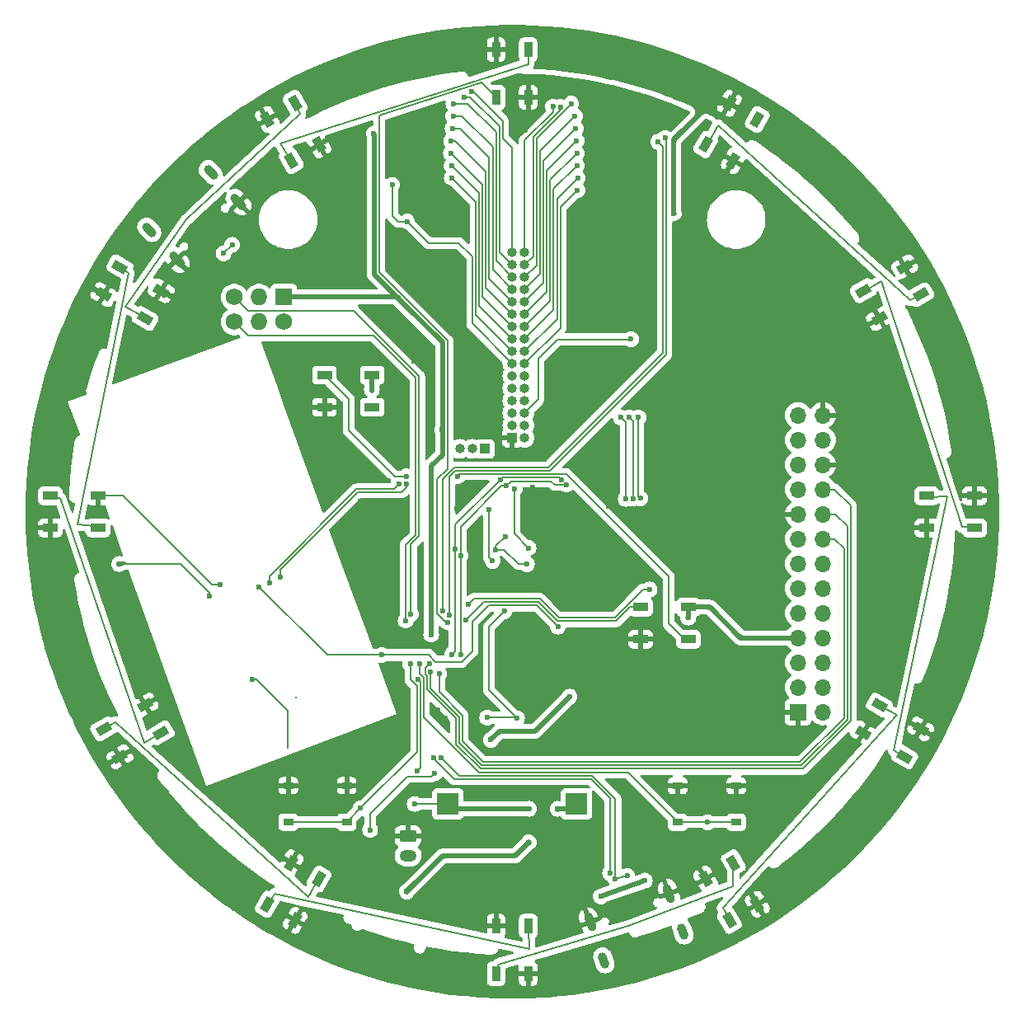
<source format=gbr>
%TF.GenerationSoftware,KiCad,Pcbnew,7.0.3*%
%TF.CreationDate,2023-07-06T16:10:13+02:00*%
%TF.ProjectId,Badge,42616467-652e-46b6-9963-61645f706362,rev?*%
%TF.SameCoordinates,Original*%
%TF.FileFunction,Copper,L2,Bot*%
%TF.FilePolarity,Positive*%
%FSLAX46Y46*%
G04 Gerber Fmt 4.6, Leading zero omitted, Abs format (unit mm)*
G04 Created by KiCad (PCBNEW 7.0.3) date 2023-07-06 16:10:13*
%MOMM*%
%LPD*%
G01*
G04 APERTURE LIST*
G04 Aperture macros list*
%AMRoundRect*
0 Rectangle with rounded corners*
0 $1 Rounding radius*
0 $2 $3 $4 $5 $6 $7 $8 $9 X,Y pos of 4 corners*
0 Add a 4 corners polygon primitive as box body*
4,1,4,$2,$3,$4,$5,$6,$7,$8,$9,$2,$3,0*
0 Add four circle primitives for the rounded corners*
1,1,$1+$1,$2,$3*
1,1,$1+$1,$4,$5*
1,1,$1+$1,$6,$7*
1,1,$1+$1,$8,$9*
0 Add four rect primitives between the rounded corners*
20,1,$1+$1,$2,$3,$4,$5,0*
20,1,$1+$1,$4,$5,$6,$7,0*
20,1,$1+$1,$6,$7,$8,$9,0*
20,1,$1+$1,$8,$9,$2,$3,0*%
%AMHorizOval*
0 Thick line with rounded ends*
0 $1 width*
0 $2 $3 position (X,Y) of the first rounded end (center of the circle)*
0 $4 $5 position (X,Y) of the second rounded end (center of the circle)*
0 Add line between two ends*
20,1,$1,$2,$3,$4,$5,0*
0 Add two circle primitives to create the rounded ends*
1,1,$1,$2,$3*
1,1,$1,$4,$5*%
%AMRotRect*
0 Rectangle, with rotation*
0 The origin of the aperture is its center*
0 $1 length*
0 $2 width*
0 $3 Rotation angle, in degrees counterclockwise*
0 Add horizontal line*
21,1,$1,$2,0,0,$3*%
G04 Aperture macros list end*
%TA.AperFunction,ComponentPad*%
%ADD10O,1.750000X1.200000*%
%TD*%
%TA.AperFunction,ComponentPad*%
%ADD11RoundRect,0.250000X-0.625000X0.350000X-0.625000X-0.350000X0.625000X-0.350000X0.625000X0.350000X0*%
%TD*%
%TA.AperFunction,ComponentPad*%
%ADD12HorizOval,0.900000X0.375099X-0.402245X-0.375099X0.402245X0*%
%TD*%
%TA.AperFunction,ComponentPad*%
%ADD13HorizOval,0.900000X0.272799X-0.292541X-0.272799X0.292541X0*%
%TD*%
%TA.AperFunction,ComponentPad*%
%ADD14HorizOval,0.900000X-0.136808X0.375877X0.136808X-0.375877X0*%
%TD*%
%TA.AperFunction,ComponentPad*%
%ADD15HorizOval,0.900000X-0.188111X0.516831X0.188111X-0.516831X0*%
%TD*%
%TA.AperFunction,ComponentPad*%
%ADD16R,1.000000X1.000000*%
%TD*%
%TA.AperFunction,ComponentPad*%
%ADD17O,1.000000X1.000000*%
%TD*%
%TA.AperFunction,ComponentPad*%
%ADD18C,0.310000*%
%TD*%
%TA.AperFunction,ComponentPad*%
%ADD19R,1.700000X1.700000*%
%TD*%
%TA.AperFunction,ComponentPad*%
%ADD20O,1.700000X1.700000*%
%TD*%
%TA.AperFunction,SMDPad,CuDef*%
%ADD21RotRect,1.500000X0.900000X30.000000*%
%TD*%
%TA.AperFunction,SMDPad,CuDef*%
%ADD22RotRect,1.500000X0.900000X300.000000*%
%TD*%
%TA.AperFunction,SMDPad,CuDef*%
%ADD23RotRect,1.500000X0.900000X240.000000*%
%TD*%
%TA.AperFunction,SMDPad,CuDef*%
%ADD24RotRect,1.500000X0.900000X330.000000*%
%TD*%
%TA.AperFunction,SMDPad,CuDef*%
%ADD25RotRect,1.500000X0.900000X120.000000*%
%TD*%
%TA.AperFunction,SMDPad,CuDef*%
%ADD26R,2.200000X2.200000*%
%TD*%
%TA.AperFunction,SMDPad,CuDef*%
%ADD27R,0.900000X1.500000*%
%TD*%
%TA.AperFunction,SMDPad,CuDef*%
%ADD28R,1.500000X0.900000*%
%TD*%
%TA.AperFunction,SMDPad,CuDef*%
%ADD29RotRect,1.500000X0.900000X150.000000*%
%TD*%
%TA.AperFunction,SMDPad,CuDef*%
%ADD30R,1.000000X0.750000*%
%TD*%
%TA.AperFunction,SMDPad,CuDef*%
%ADD31RotRect,1.500000X0.900000X210.000000*%
%TD*%
%TA.AperFunction,ComponentPad*%
%ADD32R,1.727200X1.727200*%
%TD*%
%TA.AperFunction,ComponentPad*%
%ADD33C,1.727200*%
%TD*%
%TA.AperFunction,ComponentPad*%
%ADD34O,1.727200X1.727200*%
%TD*%
%TA.AperFunction,SMDPad,CuDef*%
%ADD35RotRect,1.500000X0.900000X60.000000*%
%TD*%
%TA.AperFunction,ViaPad*%
%ADD36C,0.600000*%
%TD*%
%TA.AperFunction,Conductor*%
%ADD37C,0.500000*%
%TD*%
%TA.AperFunction,Conductor*%
%ADD38C,0.200000*%
%TD*%
G04 APERTURE END LIST*
D10*
%TO.P,BT1,1,+*%
%TO.N,Net-(BT1-+)*%
X89300000Y-135300000D03*
D11*
%TO.P,BT1,2,-*%
%TO.N,GND*%
X89300000Y-133300000D03*
%TD*%
D12*
%TO.P,P2,S1,SHIELD*%
%TO.N,GND*%
X71885705Y-68195280D03*
D13*
X69041772Y-65145535D03*
D12*
X65566809Y-74087746D03*
D13*
X62722876Y-71038001D03*
%TD*%
D14*
%TO.P,P4,S1,SHIELD*%
%TO.N,GND*%
X117526329Y-143105153D03*
D15*
X116100105Y-139186635D03*
D14*
X109407385Y-146060207D03*
D15*
X107981161Y-142141689D03*
%TD*%
D16*
%TO.P,J5,1,Pin_1*%
%TO.N,GND*%
X100000000Y-92400000D03*
D17*
%TO.P,J5,2,Pin_2*%
%TO.N,+3V3*%
X101270000Y-92400000D03*
%TO.P,J5,3,Pin_3*%
%TO.N,/WiFi_BT/IO46*%
X100000000Y-91130000D03*
%TO.P,J5,4,Pin_4*%
%TO.N,VCC*%
X101270000Y-91130000D03*
%TO.P,J5,5,Pin_5*%
%TO.N,/WiFi_BT/IO9*%
X100000000Y-89860000D03*
%TO.P,J5,6,Pin_6*%
%TO.N,/ESP_BOOT*%
X101270000Y-89860000D03*
%TO.P,J5,7,Pin_7*%
%TO.N,/WiFi_BT/IO10*%
X100000000Y-88590000D03*
%TO.P,J5,8,Pin_8*%
%TO.N,/WiFi_BT/IO21*%
X101270000Y-88590000D03*
%TO.P,J5,9,Pin_9*%
%TO.N,/WiFi_BT/IO11*%
X100000000Y-87320000D03*
%TO.P,J5,10,Pin_10*%
%TO.N,/WiFi_BT/IO14*%
X101270000Y-87320000D03*
%TO.P,J5,11,Pin_11*%
%TO.N,/WiFi_BT/IO12*%
X100000000Y-86050000D03*
%TO.P,J5,12,Pin_12*%
%TO.N,/WiFi_BT/IO13*%
X101270000Y-86050000D03*
%TO.P,J5,13,Pin_13*%
%TO.N,/ESP_EN*%
X100000000Y-84780000D03*
%TO.P,J5,14,Pin_14*%
%TO.N,/WiFi_BT/IO35*%
X101270000Y-84780000D03*
%TO.P,J5,15,Pin_15*%
%TO.N,/WiFi_BT/IO8*%
X100000000Y-83510000D03*
%TO.P,J5,16,Pin_16*%
%TO.N,/WiFi_BT/IO36*%
X101270000Y-83510000D03*
%TO.P,J5,17,Pin_17*%
%TO.N,/WiFi_BT/IO18*%
X100000000Y-82240000D03*
%TO.P,J5,18,Pin_18*%
%TO.N,/WiFi_BT/IO37*%
X101270000Y-82240000D03*
%TO.P,J5,19,Pin_19*%
%TO.N,/WiFi_BT/IO17*%
X100000000Y-80970000D03*
%TO.P,J5,20,Pin_20*%
%TO.N,/WiFi_BT/IO38*%
X101270000Y-80970000D03*
%TO.P,J5,21,Pin_21*%
%TO.N,/WiFi_BT/IO16*%
X100000000Y-79700000D03*
%TO.P,J5,22,Pin_22*%
%TO.N,/WiFi_BT/IO39*%
X101270000Y-79700000D03*
%TO.P,J5,23,Pin_23*%
%TO.N,/WiFi_BT/IO15*%
X100000000Y-78430000D03*
%TO.P,J5,24,Pin_24*%
%TO.N,/WiFi_BT/IO40*%
X101270000Y-78430000D03*
%TO.P,J5,25,Pin_25*%
%TO.N,/WiFi_BT/IO7*%
X100000000Y-77160000D03*
%TO.P,J5,26,Pin_26*%
%TO.N,/WiFi_BT/IO41*%
X101270000Y-77160000D03*
%TO.P,J5,27,Pin_27*%
%TO.N,/WiFi_BT/IO6*%
X100000000Y-75890000D03*
%TO.P,J5,28,Pin_28*%
%TO.N,/WiFi_BT/IO42*%
X101270000Y-75890000D03*
%TO.P,J5,29,Pin_29*%
%TO.N,/WiFi_BT/IO5*%
X100000000Y-74620000D03*
%TO.P,J5,30,Pin_30*%
%TO.N,/WiFi_BT/IO2*%
X101270000Y-74620000D03*
%TO.P,J5,31,Pin_31*%
%TO.N,/WiFi_BT/IO4*%
X100000000Y-73350000D03*
%TO.P,J5,32,Pin_32*%
%TO.N,/WiFi_BT/IO1*%
X101270000Y-73350000D03*
%TD*%
D18*
%TO.P,A1,1,IN*%
%TO.N,Net-(A1-IN)*%
X76933733Y-124266519D03*
%TO.P,A1,2,OUT*%
%TO.N,Net-(A1-OUT)*%
X77828195Y-119056385D03*
%TD*%
D16*
%TO.P,J6,1,Pin_1*%
%TO.N,/Gyros/INT_SDA*%
X97165000Y-93540000D03*
D17*
%TO.P,J6,2,Pin_2*%
%TO.N,/Gyros/INT_S1*%
X95895000Y-93540000D03*
%TO.P,J6,3,Pin_3*%
%TO.N,/Gyros/INT_SCK*%
X94625000Y-93540000D03*
%TD*%
D19*
%TO.P,J4,1,Pin_1*%
%TO.N,GND*%
X129340000Y-120560000D03*
D20*
%TO.P,J4,2,Pin_2*%
%TO.N,VBUS*%
X131880000Y-120560000D03*
%TO.P,J4,3,Pin_3*%
%TO.N,/GPIO_1*%
X129340000Y-118020000D03*
%TO.P,J4,4,Pin_4*%
%TO.N,/GPIO_0*%
X131880000Y-118020000D03*
%TO.P,J4,5,Pin_5*%
%TO.N,/GPIO_3*%
X129340000Y-115480000D03*
%TO.P,J4,6,Pin_6*%
%TO.N,/GPIO_2*%
X131880000Y-115480000D03*
%TO.P,J4,7,Pin_7*%
%TO.N,VCC*%
X129340000Y-112940000D03*
%TO.P,J4,8,Pin_8*%
%TO.N,/GPIO_4*%
X131880000Y-112940000D03*
%TO.P,J4,9,Pin_9*%
%TO.N,/GPIO_5*%
X129340000Y-110400000D03*
%TO.P,J4,10,Pin_10*%
%TO.N,/GPIO_6*%
X131880000Y-110400000D03*
%TO.P,J4,11,Pin_11*%
%TO.N,/GPIO_7*%
X129340000Y-107860000D03*
%TO.P,J4,12,Pin_12*%
%TO.N,/GPIO_8*%
X131880000Y-107860000D03*
%TO.P,J4,13,Pin_13*%
%TO.N,/GPIO_9*%
X129340000Y-105320000D03*
%TO.P,J4,14,Pin_14*%
%TO.N,VCC*%
X131880000Y-105320000D03*
%TO.P,J4,15,Pin_15*%
%TO.N,/GPIO_10*%
X129340000Y-102780000D03*
%TO.P,J4,16,Pin_16*%
%TO.N,/ADC_2*%
X131880000Y-102780000D03*
%TO.P,J4,17,Pin_17*%
%TO.N,GND*%
X129340000Y-100240000D03*
%TO.P,J4,18,Pin_18*%
%TO.N,/ADC_1*%
X131880000Y-100240000D03*
%TO.P,J4,19,Pin_19*%
%TO.N,/RUN*%
X129340000Y-97700000D03*
%TO.P,J4,20,Pin_20*%
%TO.N,/ADC_0*%
X131880000Y-97700000D03*
%TO.P,J4,21,Pin_21*%
%TO.N,/I2C_SCL*%
X129340000Y-95160000D03*
%TO.P,J4,22,Pin_22*%
%TO.N,GND*%
X131880000Y-95160000D03*
%TO.P,J4,23,Pin_23*%
%TO.N,/I2C_SDA*%
X129340000Y-92620000D03*
%TO.P,J4,24,Pin_24*%
%TO.N,+3V3*%
X131880000Y-92620000D03*
%TO.P,J4,25,Pin_25*%
%TO.N,VCC*%
X129340000Y-90080000D03*
%TO.P,J4,26,Pin_26*%
%TO.N,GND*%
X131880000Y-90080000D03*
%TD*%
D21*
%TO.P,D5,1,VDD*%
%TO.N,VCC*%
X59703238Y-125153942D03*
%TO.P,D5,2,DOUT*%
%TO.N,Net-(D5-DOUT)*%
X58053238Y-122296058D03*
%TO.P,D5,3,VSS*%
%TO.N,GND*%
X62296762Y-119846058D03*
%TO.P,D5,4,DIN*%
%TO.N,Net-(D4-DOUT)*%
X63946762Y-122703942D03*
%TD*%
D22*
%TO.P,D2,1,VDD*%
%TO.N,VCC*%
X74846058Y-59703238D03*
%TO.P,D2,2,DOUT*%
%TO.N,Net-(D2-DOUT)*%
X77703942Y-58053238D03*
%TO.P,D2,3,VSS*%
%TO.N,GND*%
X80153942Y-62296762D03*
%TO.P,D2,4,DIN*%
%TO.N,Net-(D1-DOUT)*%
X77296058Y-63946762D03*
%TD*%
D23*
%TO.P,D12,1,VDD*%
%TO.N,VCC*%
X122296058Y-58053238D03*
%TO.P,D12,2,DOUT*%
%TO.N,/Circle Led/DATA_OUT*%
X125153942Y-59703238D03*
%TO.P,D12,3,VSS*%
%TO.N,GND*%
X122703942Y-63946762D03*
%TO.P,D12,4,DIN*%
%TO.N,Net-(D11-DOUT)*%
X119846058Y-62296762D03*
%TD*%
D24*
%TO.P,D3,1,VDD*%
%TO.N,VCC*%
X58053238Y-77703942D03*
%TO.P,D3,2,DOUT*%
%TO.N,Net-(D3-DOUT)*%
X59703238Y-74846058D03*
%TO.P,D3,3,VSS*%
%TO.N,GND*%
X63946762Y-77296058D03*
%TO.P,D3,4,DIN*%
%TO.N,Net-(D2-DOUT)*%
X62296762Y-80153942D03*
%TD*%
D25*
%TO.P,D8,1,VDD*%
%TO.N,VCC*%
X125153942Y-140296762D03*
%TO.P,D8,2,DOUT*%
%TO.N,Net-(D8-DOUT)*%
X122296058Y-141946762D03*
%TO.P,D8,3,VSS*%
%TO.N,GND*%
X119846058Y-137703238D03*
%TO.P,D8,4,DIN*%
%TO.N,Net-(D7-DOUT)*%
X122703942Y-136053238D03*
%TD*%
D26*
%TO.P,BZ1,1,-*%
%TO.N,VCC*%
X106600000Y-130000000D03*
%TO.P,BZ1,2,+*%
%TO.N,Net-(BZ1-+)*%
X93400000Y-130000000D03*
%TD*%
D27*
%TO.P,D1,1,VDD*%
%TO.N,VCC*%
X98350000Y-52550000D03*
%TO.P,D1,2,DOUT*%
%TO.N,Net-(D1-DOUT)*%
X101650000Y-52550000D03*
%TO.P,D1,3,VSS*%
%TO.N,GND*%
X101650000Y-57450000D03*
%TO.P,D1,4,DIN*%
%TO.N,/LED_STRIPE*%
X98350000Y-57450000D03*
%TD*%
D28*
%TO.P,D13,1,VDD*%
%TO.N,VCC*%
X118090000Y-109780000D03*
%TO.P,D13,2,DOUT*%
%TO.N,Net-(D13-DOUT)*%
X118090000Y-113080000D03*
%TO.P,D13,3,VSS*%
%TO.N,GND*%
X113190000Y-113080000D03*
%TO.P,D13,4,DIN*%
%TO.N,/LED_POST*%
X113190000Y-109780000D03*
%TD*%
D29*
%TO.P,D9,1,VDD*%
%TO.N,VCC*%
X141946762Y-122296058D03*
%TO.P,D9,2,DOUT*%
%TO.N,Net-(D10-DIN)*%
X140296762Y-125153942D03*
%TO.P,D9,3,VSS*%
%TO.N,GND*%
X136053238Y-122703942D03*
%TO.P,D9,4,DIN*%
%TO.N,Net-(D8-DOUT)*%
X137703238Y-119846058D03*
%TD*%
D30*
%TO.P,SW6,1*%
%TO.N,GND*%
X123000000Y-128125000D03*
X117000000Y-128125000D03*
%TO.P,SW6,2*%
%TO.N,/SW_2*%
X123000000Y-131875000D03*
X117000000Y-131875000D03*
%TD*%
D28*
%TO.P,D4,1,VDD*%
%TO.N,VCC*%
X52550000Y-101650000D03*
%TO.P,D4,2,DOUT*%
%TO.N,Net-(D4-DOUT)*%
X52550000Y-98350000D03*
%TO.P,D4,3,VSS*%
%TO.N,GND*%
X57450000Y-98350000D03*
%TO.P,D4,4,DIN*%
%TO.N,Net-(D3-DOUT)*%
X57450000Y-101650000D03*
%TD*%
D30*
%TO.P,SW5,1*%
%TO.N,GND*%
X83000000Y-128125000D03*
X77000000Y-128125000D03*
%TO.P,SW5,2*%
%TO.N,/SW_1*%
X83000000Y-131875000D03*
X77000000Y-131875000D03*
%TD*%
D27*
%TO.P,D7,1,VDD*%
%TO.N,VCC*%
X101650000Y-147450000D03*
%TO.P,D7,2,DOUT*%
%TO.N,Net-(D7-DOUT)*%
X98350000Y-147450000D03*
%TO.P,D7,3,VSS*%
%TO.N,GND*%
X98350000Y-142550000D03*
%TO.P,D7,4,DIN*%
%TO.N,Net-(D6-DOUT)*%
X101650000Y-142550000D03*
%TD*%
D31*
%TO.P,D11,1,VDD*%
%TO.N,VCC*%
X140296762Y-74846058D03*
%TO.P,D11,2,DOUT*%
%TO.N,Net-(D11-DOUT)*%
X141946762Y-77703942D03*
%TO.P,D11,3,VSS*%
%TO.N,GND*%
X137703238Y-80153942D03*
%TO.P,D11,4,DIN*%
%TO.N,Net-(D10-DOUT)*%
X136053238Y-77296058D03*
%TD*%
D32*
%TO.P,X1,1,3v3*%
%TO.N,+3V3*%
X76530000Y-77960000D03*
D33*
%TO.P,X1,2,GND*%
%TO.N,GND*%
X76530000Y-80500000D03*
D34*
%TO.P,X1,3,SDA*%
%TO.N,/I2C_SDA*%
X73990000Y-77960000D03*
%TO.P,X1,4,SCL*%
%TO.N,/I2C_SCL*%
X73990000Y-80500000D03*
D33*
%TO.P,X1,5,GPIO1*%
%TO.N,/SAO_1*%
X71450000Y-77960000D03*
%TO.P,X1,6,GPIO2*%
%TO.N,/SAO_2*%
X71450000Y-80500000D03*
%TD*%
D28*
%TO.P,D10,1,VDD*%
%TO.N,VCC*%
X147450000Y-98350000D03*
%TO.P,D10,2,DOUT*%
%TO.N,Net-(D10-DOUT)*%
X147450000Y-101650000D03*
%TO.P,D10,3,VSS*%
%TO.N,GND*%
X142550000Y-101650000D03*
%TO.P,D10,4,DIN*%
%TO.N,Net-(D10-DIN)*%
X142550000Y-98350000D03*
%TD*%
D35*
%TO.P,D6,1,VDD*%
%TO.N,VCC*%
X77703942Y-141946762D03*
%TO.P,D6,2,DOUT*%
%TO.N,Net-(D6-DOUT)*%
X74846058Y-140296762D03*
%TO.P,D6,3,VSS*%
%TO.N,GND*%
X77296058Y-136053238D03*
%TO.P,D6,4,DIN*%
%TO.N,Net-(D5-DOUT)*%
X80153942Y-137703238D03*
%TD*%
D28*
%TO.P,D14,1,VDD*%
%TO.N,VCC*%
X85620000Y-85960000D03*
%TO.P,D14,2,DOUT*%
%TO.N,/Logo Led/DATA_OUT*%
X85620000Y-89260000D03*
%TO.P,D14,3,VSS*%
%TO.N,GND*%
X80720000Y-89260000D03*
%TO.P,D14,4,DIN*%
%TO.N,Net-(D13-DOUT)*%
X80720000Y-85960000D03*
%TD*%
D36*
%TO.N,GND*%
X103400000Y-133040000D03*
X108600000Y-136700000D03*
X103700000Y-139500000D03*
X100200000Y-140600000D03*
X98800000Y-136800000D03*
X97100000Y-136800000D03*
X92200000Y-138000000D03*
X120100000Y-106800000D03*
X109790000Y-101840000D03*
X124570000Y-85080000D03*
X107080000Y-123630000D03*
X135750000Y-104020000D03*
X107190000Y-109040000D03*
X79883000Y-130048000D03*
X109790000Y-88100000D03*
X126150000Y-84970000D03*
X100050000Y-142550000D03*
X101340000Y-59420000D03*
X76962000Y-125984000D03*
X121170000Y-87060000D03*
X109720000Y-95660000D03*
X98710000Y-113730000D03*
X107830000Y-89910000D03*
X125700000Y-124100000D03*
X89870000Y-82870000D03*
X75640000Y-85270000D03*
X81380000Y-91230000D03*
X114520000Y-97760000D03*
X102940000Y-98090000D03*
X89330000Y-118390000D03*
X113860000Y-72410000D03*
X57475000Y-100025000D03*
X78675000Y-63150000D03*
X143383000Y-96901000D03*
X94350000Y-97750000D03*
X117910000Y-100460000D03*
X75946000Y-135382000D03*
X87870000Y-60060000D03*
X126690000Y-123950000D03*
X64135000Y-124587000D03*
X110490000Y-105156000D03*
X115062000Y-109093000D03*
X108840000Y-129630000D03*
X81780000Y-101920000D03*
X86770000Y-91370000D03*
X99900000Y-60860000D03*
X102770000Y-102770000D03*
X122100000Y-124000000D03*
X94340000Y-99650000D03*
X105410000Y-135382000D03*
X70612000Y-82169000D03*
X121250000Y-118270000D03*
X121200000Y-119600000D03*
X109850000Y-97780000D03*
X121210000Y-122200000D03*
X116190000Y-97690000D03*
X80645000Y-73406000D03*
X135790000Y-97170000D03*
X87270000Y-96820000D03*
X87700000Y-106600000D03*
X120857230Y-105435235D03*
X99900000Y-59460000D03*
X81210000Y-84320000D03*
X105860000Y-85290000D03*
X101350000Y-60820000D03*
X59944000Y-83312000D03*
X70040000Y-107510000D03*
X123800000Y-88200000D03*
X135760000Y-104950000D03*
X63150000Y-121325000D03*
X69088000Y-128651000D03*
X63075000Y-78750000D03*
X124333000Y-64897000D03*
X83058000Y-123317000D03*
X135740000Y-101390000D03*
X90110000Y-75080000D03*
X135790000Y-95380000D03*
X121170000Y-89060000D03*
X123825000Y-134493000D03*
X79400000Y-84650000D03*
X61468000Y-118491000D03*
X142550000Y-99950000D03*
X100760000Y-107550000D03*
X120200000Y-108700000D03*
X127500000Y-123700000D03*
X101260000Y-115000000D03*
X98700000Y-116280000D03*
X115280000Y-97240000D03*
X89870000Y-84510000D03*
X113919000Y-111379000D03*
X59436000Y-112141000D03*
X73406000Y-132842000D03*
X127700000Y-121774503D03*
X135780000Y-92660000D03*
X71120000Y-130556000D03*
X102120000Y-97440000D03*
X72517000Y-127508000D03*
X135770000Y-90030000D03*
X115110000Y-99740000D03*
X133985000Y-124587000D03*
X121900000Y-108700000D03*
X84201000Y-139700000D03*
X121240000Y-85400000D03*
X135780000Y-93520000D03*
X135890000Y-75438000D03*
X121200000Y-101000000D03*
X74168000Y-64389000D03*
X84870000Y-110300000D03*
X96490000Y-101640000D03*
X109570000Y-113840000D03*
X108300000Y-86700000D03*
X115820000Y-100480000D03*
X135760000Y-106740000D03*
X88740000Y-99370000D03*
X67564000Y-75057000D03*
X127810000Y-87170000D03*
X84620000Y-90770000D03*
X78270000Y-92800000D03*
X93170000Y-121990000D03*
X93150000Y-121190000D03*
X115570000Y-86487000D03*
X121200000Y-93400000D03*
X80700000Y-99450000D03*
X109950000Y-103440000D03*
X138811000Y-82550000D03*
X62865000Y-84963000D03*
X84410000Y-98900000D03*
X83790000Y-96860000D03*
X101280000Y-116260000D03*
X60579000Y-80899000D03*
X98680000Y-115020000D03*
X123500000Y-124000000D03*
X116870000Y-101170000D03*
X135750000Y-103090000D03*
X89320000Y-122580000D03*
X109920000Y-99420000D03*
X88530000Y-92920000D03*
X104648000Y-142113000D03*
X140970000Y-89281000D03*
X135760000Y-105810000D03*
X136850000Y-78675000D03*
X118620000Y-99720000D03*
X90550000Y-113740000D03*
X121250000Y-103040000D03*
X106240000Y-103820000D03*
X108800000Y-131980000D03*
X103220000Y-92430000D03*
X98280000Y-106120000D03*
X107380000Y-118240000D03*
X78775000Y-136900000D03*
X106060000Y-121350000D03*
X114681000Y-133350000D03*
X96770000Y-100750000D03*
X114935000Y-136144000D03*
X104200000Y-85190000D03*
X113800000Y-76250000D03*
X117540000Y-97670000D03*
X89840000Y-76640000D03*
X127550000Y-85400000D03*
X121230000Y-120900000D03*
X59436000Y-86233000D03*
X104960000Y-86720000D03*
X135740000Y-99600000D03*
X103390000Y-104130000D03*
X100000000Y-115000000D03*
X80137000Y-124587000D03*
X121200000Y-123200000D03*
X119180000Y-98750000D03*
X99900000Y-58060000D03*
X101180000Y-123940000D03*
X117300000Y-108600000D03*
X108650000Y-124060000D03*
X127800000Y-122800000D03*
X111252000Y-106934000D03*
X88265000Y-125095000D03*
X100020000Y-116260000D03*
X100030000Y-113710000D03*
X136925000Y-121225000D03*
X102200000Y-106720000D03*
X66040000Y-123825000D03*
X57404000Y-106553000D03*
X92330000Y-120310000D03*
X108820000Y-130630000D03*
X109260000Y-109000000D03*
X77089000Y-89281000D03*
X66548000Y-83693000D03*
X109760000Y-94530000D03*
X139700000Y-97028000D03*
X135750000Y-102230000D03*
X119210000Y-97740000D03*
X111890000Y-121350000D03*
X73406000Y-73279000D03*
X88120000Y-110380000D03*
X121110000Y-98910000D03*
X84980000Y-84450000D03*
X108460000Y-72660000D03*
X135790000Y-96240000D03*
X135770000Y-91820000D03*
X61976000Y-111379000D03*
X108410000Y-76130000D03*
X114550000Y-98770000D03*
X121225000Y-63075000D03*
X83060000Y-84240000D03*
X65278000Y-120142000D03*
X89790000Y-81480000D03*
X113990000Y-106530000D03*
X127700000Y-120300000D03*
X92964000Y-132207000D03*
X103260000Y-89790000D03*
X63754000Y-116332000D03*
X102950000Y-99420000D03*
X89630000Y-113840000D03*
X122690000Y-85080000D03*
X124525497Y-124040000D03*
X84328000Y-60833000D03*
X58674000Y-103759000D03*
X135770000Y-90890000D03*
X84582000Y-66802000D03*
X103378000Y-143891000D03*
X109800000Y-92220000D03*
X105400000Y-89800000D03*
X135780000Y-94450000D03*
X83210000Y-106130000D03*
X101290000Y-113710000D03*
X118450000Y-97220000D03*
X89330000Y-120560000D03*
X71247000Y-75057000D03*
X106680000Y-143002000D03*
X121150000Y-95200000D03*
X95780000Y-98000000D03*
X92320000Y-121100000D03*
X121325000Y-136850000D03*
X116930000Y-98410000D03*
X91820000Y-74790000D03*
X60198000Y-106553000D03*
X110350000Y-107990000D03*
X135740000Y-100460000D03*
X121150000Y-96900000D03*
X79629000Y-96266000D03*
X111900000Y-118220000D03*
%TO.N,VCC*%
X141074999Y-76200000D03*
X59630000Y-105360000D03*
X123800000Y-141074999D03*
X118080000Y-110860000D03*
X76353543Y-141155913D03*
X116586000Y-69342000D03*
X141180913Y-123646457D03*
X76200000Y-58925000D03*
X123646457Y-58819087D03*
X147446457Y-99919087D03*
X89170000Y-138990000D03*
X101690000Y-133950000D03*
X100080913Y-147446457D03*
X52578543Y-100055913D03*
X104660000Y-130510000D03*
X94580000Y-146630000D03*
X58819087Y-76328543D03*
X58925001Y-123800000D03*
X68896239Y-108633731D03*
X85580000Y-87440000D03*
%TO.N,Net-(BZ1-+)*%
X89980000Y-130000000D03*
X101730000Y-130510000D03*
%TO.N,+3V3*%
X91680000Y-112620000D03*
X92040000Y-126860000D03*
X85400000Y-132670000D03*
X101500000Y-105370000D03*
X105870000Y-118980000D03*
X97810000Y-123430000D03*
X91700000Y-106240000D03*
X92800000Y-91590000D03*
X85780500Y-61190000D03*
X98290000Y-103890000D03*
X91680000Y-99300000D03*
X99260000Y-102520000D03*
%TO.N,+1V1*%
X100490000Y-121200000D03*
X99193530Y-110216470D03*
X97425000Y-121145000D03*
%TO.N,/ESP_EN*%
X89200000Y-70200000D03*
X87680000Y-66420000D03*
%TO.N,VBUS*%
X109090000Y-139490000D03*
X113607705Y-137872295D03*
%TO.N,/LED_POST*%
X95237084Y-111109500D03*
%TO.N,/LED_STRIPE*%
X93360000Y-111349500D03*
%TO.N,/ADC_BUZZ*%
X90294581Y-117204985D03*
X90210000Y-126640000D03*
%TO.N,/ADC_0*%
X91530000Y-115570000D03*
%TO.N,/ADC_1*%
X91609500Y-116470000D03*
%TO.N,/RUN*%
X114100000Y-107970000D03*
X95504000Y-109474000D03*
%TO.N,/ESP_TX*%
X115700000Y-61600000D03*
X93548496Y-110624088D03*
%TO.N,/ESP_RX*%
X92850000Y-110199500D03*
X115000000Y-62000000D03*
%TO.N,/ESP_BOOT*%
X112200000Y-82274503D03*
%TO.N,/WiFi_BT/IO15*%
X93870000Y-60630000D03*
%TO.N,/WiFi_BT/IO4*%
X95827398Y-56824370D03*
%TO.N,/WiFi_BT/IO16*%
X93720000Y-61900000D03*
%TO.N,/WiFi_BT/IO17*%
X93700000Y-63160000D03*
%TO.N,/WiFi_BT/IO5*%
X95040000Y-57410000D03*
%TO.N,/WiFi_BT/IO18*%
X93770000Y-64440000D03*
%TO.N,/WiFi_BT/IO35*%
X106690000Y-66980000D03*
%TO.N,/USB_D+*%
X110591773Y-137668182D03*
X111810000Y-137380000D03*
X92720000Y-125290000D03*
%TO.N,/USB_D-*%
X91950000Y-125270000D03*
X110040500Y-137093522D03*
%TO.N,/SW_1*%
X89540000Y-115630000D03*
X84422500Y-130452500D03*
%TO.N,/SW_2*%
X120075000Y-131875000D03*
X90490000Y-115610000D03*
%TO.N,/I2C_SCL*%
X88342551Y-97147481D03*
X75050000Y-107300000D03*
X94687584Y-104512416D03*
X94700000Y-114650500D03*
X105580253Y-97197364D03*
X99400000Y-97350000D03*
%TO.N,/I2C_SDA*%
X94138084Y-103790000D03*
X93810000Y-114650500D03*
X98770000Y-96699500D03*
X105020000Y-96699500D03*
X76205000Y-106750500D03*
X89159262Y-97107882D03*
%TO.N,Net-(D13-DOUT)*%
X89110000Y-96360000D03*
X94390500Y-96340000D03*
%TO.N,/Gyros/INT_S1*%
X97600000Y-99800000D03*
X97972168Y-105042587D03*
%TO.N,/WiFi_BT/IO6*%
X93970000Y-58090000D03*
%TO.N,/WiFi_BT/IO7*%
X93920000Y-59360000D03*
%TO.N,/WiFi_BT/IO8*%
X93790000Y-65710000D03*
%TO.N,/WiFi_BT/IO2*%
X104931444Y-58421444D03*
%TO.N,/WiFi_BT/IO1*%
X104182715Y-58387395D03*
%TO.N,/WiFi_BT/IO36*%
X106710000Y-65710000D03*
%TO.N,/WiFi_BT/IO37*%
X106620000Y-64440000D03*
%TO.N,/WiFi_BT/IO38*%
X106620000Y-63170000D03*
%TO.N,/WiFi_BT/IO39*%
X106590000Y-61890000D03*
%TO.N,/WiFi_BT/IO40*%
X106530000Y-60630000D03*
%TO.N,/WiFi_BT/IO41*%
X106430000Y-59360000D03*
%TO.N,/WiFi_BT/IO42*%
X106035000Y-58095000D03*
%TO.N,/NFC_INT*%
X86600000Y-114700000D03*
X74015000Y-107715000D03*
X104700000Y-111800000D03*
%TO.N,/ADC_2*%
X92490000Y-116650500D03*
%TO.N,/SAO_1*%
X89589500Y-110510000D03*
%TO.N,/SAO_2*%
X89040000Y-111170000D03*
%TO.N,/Gyros/INT_SDA*%
X100240000Y-97630000D03*
X101670500Y-103705744D03*
%TO.N,/WiFi_BT/ESP_USB-*%
X71228887Y-72578887D03*
X70350173Y-73457602D03*
%TO.N,Net-(A1-IN)*%
X73268620Y-117220421D03*
%TO.N,/ESP_45*%
X113149294Y-98617420D03*
X112940000Y-90320000D03*
%TO.N,/ESP_48*%
X112400500Y-98650000D03*
X111970000Y-90320000D03*
%TO.N,/ESP_47*%
X111150000Y-90310000D03*
X111651328Y-98672242D03*
%TD*%
D37*
%TO.N,VCC*%
X101690000Y-133950000D02*
X100310000Y-135330000D01*
X100310000Y-135330000D02*
X92830000Y-135330000D01*
X92830000Y-135330000D02*
X89170000Y-138990000D01*
D38*
%TO.N,/WiFi_BT/IO41*%
X106430000Y-59360000D02*
X102840000Y-62950000D01*
X102840000Y-62950000D02*
X102840000Y-75590000D01*
X102840000Y-75590000D02*
X101270000Y-77160000D01*
%TO.N,VCC*%
X68896239Y-108336239D02*
X68896239Y-108633731D01*
X65920000Y-105360000D02*
X68896239Y-108336239D01*
X59630000Y-105360000D02*
X65920000Y-105360000D01*
%TO.N,GND*%
X69190000Y-107510000D02*
X60030000Y-98350000D01*
X70040000Y-107510000D02*
X69190000Y-107510000D01*
X60030000Y-98350000D02*
X57450000Y-98350000D01*
D37*
%TO.N,VCC*%
X116586000Y-69342000D02*
X116586000Y-61794000D01*
X120280000Y-109780000D02*
X123440000Y-112940000D01*
X120733238Y-58053238D02*
X122296058Y-58053238D01*
X116586000Y-61794000D02*
X120530000Y-57850000D01*
X85620000Y-85960000D02*
X85620000Y-87400000D01*
X123440000Y-112940000D02*
X129340000Y-112940000D01*
D38*
X118090000Y-110870000D02*
X118080000Y-110860000D01*
X117910000Y-109960000D02*
X118090000Y-109780000D01*
D37*
X85620000Y-87400000D02*
X85580000Y-87440000D01*
X106090000Y-130510000D02*
X106600000Y-130000000D01*
X118090000Y-109780000D02*
X118090000Y-110870000D01*
X118090000Y-109780000D02*
X120280000Y-109780000D01*
X120530000Y-57850000D02*
X120733238Y-58053238D01*
X104660000Y-130510000D02*
X106090000Y-130510000D01*
D38*
%TO.N,Net-(BZ1-+)*%
X89980000Y-130000000D02*
X93400000Y-130000000D01*
D37*
X93910000Y-130510000D02*
X93400000Y-130000000D01*
X101730000Y-130510000D02*
X93910000Y-130510000D01*
%TO.N,+3V3*%
X85830000Y-75610000D02*
X85830000Y-70680000D01*
X88915000Y-78695000D02*
X92830000Y-82610000D01*
D38*
X85400000Y-130990000D02*
X89200000Y-127190000D01*
D37*
X92800000Y-91590000D02*
X92830000Y-91620000D01*
X92830000Y-91620000D02*
X92830000Y-94146978D01*
D38*
X100640000Y-105370000D02*
X99160000Y-103890000D01*
D37*
X85830000Y-61239500D02*
X85780500Y-61190000D01*
D38*
X85400000Y-132670000D02*
X85400000Y-130990000D01*
D37*
X97810000Y-123430000D02*
X98700000Y-122540000D01*
D38*
X99160000Y-103890000D02*
X98290000Y-103890000D01*
D37*
X91680000Y-112620000D02*
X91680000Y-106260000D01*
X92830000Y-94146978D02*
X91680000Y-95296978D01*
D38*
X89200000Y-127190000D02*
X91710000Y-127190000D01*
D37*
X91680000Y-106260000D02*
X91700000Y-106240000D01*
X92830000Y-91560000D02*
X92800000Y-91590000D01*
X91680000Y-95296978D02*
X91680000Y-99300000D01*
D38*
X101500000Y-105370000D02*
X100640000Y-105370000D01*
D37*
X92830000Y-82610000D02*
X92830000Y-91560000D01*
D38*
X98290000Y-103890000D02*
X98290000Y-103490000D01*
D37*
X76530000Y-77960000D02*
X88180000Y-77960000D01*
X98700000Y-122540000D02*
X102310000Y-122540000D01*
D38*
X91710000Y-127190000D02*
X92040000Y-126860000D01*
D37*
X91680000Y-99300000D02*
X91680000Y-106220000D01*
X85830000Y-70680000D02*
X85830000Y-61239500D01*
X91680000Y-106220000D02*
X91700000Y-106240000D01*
D38*
X98290000Y-103490000D02*
X99260000Y-102520000D01*
D37*
X88180000Y-77960000D02*
X88915000Y-78695000D01*
X85830000Y-75610000D02*
X88915000Y-78695000D01*
X102310000Y-122540000D02*
X105870000Y-118980000D01*
D38*
%TO.N,+1V1*%
X97590000Y-111820000D02*
X97590000Y-118300000D01*
X100435000Y-121145000D02*
X100490000Y-121200000D01*
X97590000Y-118300000D02*
X100490000Y-121200000D01*
X97425000Y-121145000D02*
X100435000Y-121145000D01*
X99193530Y-110216470D02*
X97590000Y-111820000D01*
%TO.N,/ESP_EN*%
X87690000Y-66430000D02*
X87680000Y-66420000D01*
X95890000Y-80670000D02*
X100000000Y-84780000D01*
X88280000Y-70200000D02*
X87690000Y-69610000D01*
X94500000Y-72400000D02*
X95890000Y-73790000D01*
X91400000Y-72400000D02*
X94500000Y-72400000D01*
X89200000Y-70200000D02*
X91400000Y-72400000D01*
X95890000Y-73790000D02*
X95890000Y-80670000D01*
X87690000Y-69610000D02*
X87690000Y-66430000D01*
X89200000Y-70200000D02*
X88280000Y-70200000D01*
D37*
%TO.N,VBUS*%
X109090000Y-139490000D02*
X113607705Y-137872295D01*
D38*
%TO.N,/LED_POST*%
X112110000Y-109780000D02*
X113190000Y-109780000D01*
X102674975Y-109280000D02*
X104624975Y-111230000D01*
X104624975Y-111230000D02*
X110660000Y-111230000D01*
X110660000Y-111230000D02*
X112110000Y-109780000D01*
X95237084Y-111109500D02*
X97066584Y-109280000D01*
X97066584Y-109280000D02*
X102674975Y-109280000D01*
%TO.N,/LED_STRIPE*%
X92300000Y-110427318D02*
X92300000Y-96662734D01*
X93350000Y-82422894D02*
X86330000Y-75402894D01*
X93222182Y-111349500D02*
X92300000Y-110427318D01*
X96827429Y-55927429D02*
X98350000Y-57450000D01*
X93360000Y-111349500D02*
X93222182Y-111349500D01*
X93350000Y-91817818D02*
X93350000Y-82422894D01*
X86330000Y-59310000D02*
X86364644Y-59275356D01*
X86364644Y-59275356D02*
X96827429Y-55927429D01*
X93330000Y-95632734D02*
X93330000Y-91837818D01*
X92300000Y-96662734D02*
X93330000Y-95632734D01*
X93330000Y-91837818D02*
X93350000Y-91817818D01*
X86330000Y-75402894D02*
X86330000Y-59310000D01*
%TO.N,Net-(D1-DOUT)*%
X101640000Y-54020000D02*
X101650000Y-52550000D01*
X77296058Y-63946762D02*
X76170000Y-62170000D01*
X76170000Y-62170000D02*
X101640000Y-54020000D01*
%TO.N,/ADC_BUZZ*%
X90559500Y-126290500D02*
X90559500Y-117469904D01*
X90559500Y-117469904D02*
X90294581Y-117204985D01*
X90210000Y-126640000D02*
X90559500Y-126290500D01*
%TO.N,/ADC_0*%
X91059500Y-116697818D02*
X91259500Y-116897818D01*
X91259500Y-118259501D02*
X94210000Y-121210000D01*
X91259500Y-116897818D02*
X91259500Y-118259501D01*
X96714974Y-126390000D02*
X129840000Y-126390000D01*
X91059500Y-116040500D02*
X91059500Y-116697818D01*
X134760000Y-99360000D02*
X133100000Y-97700000D01*
X94210000Y-123885026D02*
X96714974Y-126390000D01*
X129840000Y-126390000D02*
X134760000Y-121470000D01*
X91530000Y-115570000D02*
X91059500Y-116040500D01*
X94210000Y-121210000D02*
X94210000Y-123885026D01*
X133100000Y-97700000D02*
X131880000Y-97700000D01*
X134760000Y-121470000D02*
X134760000Y-99360000D01*
%TO.N,/ADC_1*%
X91609500Y-118114526D02*
X94560000Y-121065026D01*
X134410000Y-101480000D02*
X133170000Y-100240000D01*
X133170000Y-100240000D02*
X131880000Y-100240000D01*
X94560000Y-123740052D02*
X96859948Y-126040000D01*
X94560000Y-121065026D02*
X94560000Y-123740052D01*
X91609500Y-116470000D02*
X91609500Y-118114526D01*
X129695026Y-126040000D02*
X134410000Y-121325026D01*
X96859948Y-126040000D02*
X129695026Y-126040000D01*
X134410000Y-121325026D02*
X134410000Y-101480000D01*
%TO.N,/RUN*%
X104769950Y-110880000D02*
X102819950Y-108930000D01*
X113425026Y-107970000D02*
X110515026Y-110880000D01*
X114100000Y-107970000D02*
X113425026Y-107970000D01*
X96048000Y-108930000D02*
X95504000Y-109474000D01*
X110515026Y-110880000D02*
X104769950Y-110880000D01*
X102819950Y-108930000D02*
X96048000Y-108930000D01*
%TO.N,/ESP_TX*%
X94162682Y-95790000D02*
X103854000Y-95790000D01*
X115824000Y-61724000D02*
X115700000Y-61600000D01*
X103854000Y-95790000D02*
X115824000Y-83820000D01*
X115824000Y-83820000D02*
X115824000Y-61724000D01*
X93548496Y-96404186D02*
X94162682Y-95790000D01*
X93548496Y-110624088D02*
X93548496Y-96404186D01*
%TO.N,/ESP_RX*%
X115474000Y-62474000D02*
X115000000Y-62000000D01*
X115474000Y-83675026D02*
X115474000Y-62474000D01*
X92850000Y-110199500D02*
X92850000Y-96607708D01*
X103709026Y-95440000D02*
X115474000Y-83675026D01*
X94017708Y-95440000D02*
X103709026Y-95440000D01*
X92850000Y-96607708D02*
X94017708Y-95440000D01*
%TO.N,/ESP_BOOT*%
X112200000Y-82274503D02*
X112174503Y-82300000D01*
X102670000Y-84290000D02*
X102670000Y-88460000D01*
X112174503Y-82300000D02*
X104660000Y-82300000D01*
X104660000Y-82300000D02*
X102670000Y-84290000D01*
X102670000Y-88460000D02*
X101270000Y-89860000D01*
%TO.N,/WiFi_BT/IO15*%
X97640000Y-63640000D02*
X97640000Y-76070000D01*
X97640000Y-76070000D02*
X100000000Y-78430000D01*
X94630000Y-60630000D02*
X97640000Y-63640000D01*
X93870000Y-60630000D02*
X94630000Y-60630000D01*
%TO.N,/WiFi_BT/IO4*%
X95827398Y-56824370D02*
X95994370Y-56824370D01*
X99040000Y-59870000D02*
X99040000Y-61660000D01*
X99040000Y-61660000D02*
X100000000Y-62620000D01*
X100000000Y-62620000D02*
X100000000Y-73350000D01*
X95994370Y-56824370D02*
X99040000Y-59870000D01*
%TO.N,/WiFi_BT/IO16*%
X94120000Y-61900000D02*
X97290000Y-65070000D01*
X97290000Y-65070000D02*
X97290000Y-76990000D01*
X93720000Y-61900000D02*
X94120000Y-61900000D01*
X97290000Y-76990000D02*
X100000000Y-79700000D01*
%TO.N,/WiFi_BT/IO17*%
X96940000Y-77910000D02*
X100000000Y-80970000D01*
X96940000Y-66400000D02*
X96940000Y-77910000D01*
X93700000Y-63160000D02*
X96940000Y-66400000D01*
%TO.N,/WiFi_BT/IO5*%
X95040000Y-57410000D02*
X95670000Y-57410000D01*
X98690000Y-60430000D02*
X98690000Y-73310000D01*
X98690000Y-73310000D02*
X100000000Y-74620000D01*
X95670000Y-57410000D02*
X98690000Y-60430000D01*
%TO.N,/WiFi_BT/IO18*%
X96590000Y-78830000D02*
X100000000Y-82240000D01*
X93770000Y-64440000D02*
X96590000Y-67260000D01*
X96590000Y-67260000D02*
X96590000Y-78830000D01*
%TO.N,/WiFi_BT/IO35*%
X104940000Y-81110000D02*
X101270000Y-84780000D01*
X106690000Y-66980000D02*
X104940000Y-68730000D01*
X104940000Y-68730000D02*
X104940000Y-81110000D01*
%TO.N,Net-(D2-DOUT)*%
X66525000Y-70000000D02*
X78230879Y-59159047D01*
X78230879Y-59159047D02*
X77504540Y-57880990D01*
X60248212Y-78952153D02*
X66525000Y-70000000D01*
X62111788Y-79927847D02*
X60248212Y-78952153D01*
%TO.N,/USB_D+*%
X111810000Y-137380000D02*
X110591773Y-137668182D01*
X92720000Y-125290000D02*
X94540000Y-127110000D01*
X110590000Y-129475026D02*
X110590000Y-137670000D01*
X108224974Y-127110000D02*
X110590000Y-129475026D01*
X94540000Y-127110000D02*
X108224974Y-127110000D01*
%TO.N,/USB_D-*%
X108080000Y-127460000D02*
X110050000Y-129430000D01*
X110050000Y-137084022D02*
X110040500Y-137093522D01*
X110050000Y-129430000D02*
X110050000Y-137084022D01*
X91950000Y-125360000D02*
X94050000Y-127460000D01*
X94050000Y-127460000D02*
X108080000Y-127460000D01*
X91950000Y-125270000D02*
X91950000Y-125360000D01*
%TO.N,Net-(D3-DOUT)*%
X57010876Y-101496594D02*
X55320000Y-101320000D01*
X60586017Y-75450740D02*
X59317961Y-74707080D01*
X55320000Y-101320000D02*
X60586017Y-75450740D01*
%TO.N,Net-(D4-DOUT)*%
X62210000Y-123720000D02*
X53591618Y-98623030D01*
X53591618Y-98623030D02*
X52121620Y-98613029D01*
X63518382Y-122966971D02*
X62210000Y-123720000D01*
%TO.N,Net-(D5-DOUT)*%
X59279046Y-121589122D02*
X58000991Y-122315460D01*
X79072153Y-139571788D02*
X59279046Y-121589122D01*
X80047847Y-137708212D02*
X79072153Y-139571788D01*
%TO.N,Net-(D6-DOUT)*%
X101666594Y-142809124D02*
X101753406Y-144910876D01*
X101753406Y-144910876D02*
X75620740Y-139233984D01*
X75620740Y-139233984D02*
X74877081Y-140502038D01*
%TO.N,/SW_1*%
X90209500Y-124665500D02*
X84422500Y-130452500D01*
X83000000Y-131875000D02*
X84422500Y-130452500D01*
X77000000Y-131875000D02*
X83000000Y-131875000D01*
X89540000Y-117228222D02*
X90209500Y-117897722D01*
X90209500Y-117897722D02*
X90209500Y-124665500D01*
X89540000Y-115630000D02*
X89540000Y-117228222D01*
%TO.N,/SW_2*%
X96590000Y-126760000D02*
X111885000Y-126760000D01*
X90490000Y-116623292D02*
X90909500Y-117042792D01*
X111885000Y-126760000D02*
X117000000Y-131875000D01*
X90909500Y-117042792D02*
X90909500Y-121079500D01*
X120075000Y-131875000D02*
X123000000Y-131875000D01*
X90490000Y-115610000D02*
X90490000Y-116623292D01*
X117000000Y-131875000D02*
X120075000Y-131875000D01*
X90909500Y-121079500D02*
X96590000Y-126760000D01*
%TO.N,/I2C_SCL*%
X87854578Y-97635454D02*
X84001754Y-97635454D01*
X94687584Y-104512416D02*
X94687584Y-101574598D01*
X99900000Y-96850000D02*
X99400000Y-97350000D01*
X94687584Y-114638084D02*
X94687584Y-104512416D01*
X88342551Y-97147481D02*
X87854578Y-97635454D01*
X98912182Y-97350000D02*
X99400000Y-97350000D01*
X104371682Y-97249500D02*
X103972182Y-96850000D01*
X75050000Y-106587208D02*
X75050000Y-107300000D01*
X94687584Y-101574598D02*
X98912182Y-97350000D01*
X105580253Y-97197364D02*
X105299954Y-97197364D01*
X105299954Y-97197364D02*
X105247818Y-97249500D01*
X103972182Y-96850000D02*
X99900000Y-96850000D01*
X84001754Y-97635454D02*
X75050000Y-106587208D01*
X105247818Y-97249500D02*
X104371682Y-97249500D01*
X94700000Y-114650500D02*
X94687584Y-114638084D01*
%TO.N,/I2C_SDA*%
X94138084Y-101321916D02*
X94138084Y-103790000D01*
X94138084Y-103790000D02*
X94097996Y-103830088D01*
X89159262Y-97460738D02*
X88634546Y-97985454D01*
X94097996Y-114362504D02*
X93810000Y-114650500D01*
X98760500Y-96699500D02*
X94138084Y-101321916D01*
X89159262Y-97107882D02*
X89159262Y-97460738D01*
X104820500Y-96500000D02*
X105020000Y-96699500D01*
X88634546Y-97985454D02*
X84146728Y-97985454D01*
X84146728Y-97985454D02*
X76205000Y-105927182D01*
X98770000Y-96673931D02*
X98943931Y-96500000D01*
X98770000Y-96699500D02*
X98760500Y-96699500D01*
X98943931Y-96500000D02*
X104820500Y-96500000D01*
X98770000Y-96699500D02*
X98770000Y-96673931D01*
X94097996Y-103830088D02*
X94097996Y-114362504D01*
X76205000Y-105927182D02*
X76205000Y-106750500D01*
%TO.N,Net-(D7-DOUT)*%
X122703942Y-138436058D02*
X122703942Y-136053238D01*
X98575001Y-146465001D02*
X101640000Y-145600000D01*
X101640000Y-145600000D02*
X111930000Y-142550000D01*
X111920000Y-142550000D02*
X122703942Y-138436058D01*
X98565000Y-147934997D02*
X98575001Y-146465001D01*
%TO.N,Net-(D8-DOUT)*%
X121610912Y-140678801D02*
X122337248Y-141956856D01*
X139470000Y-120830000D02*
X121610912Y-140678801D01*
X137730000Y-119910000D02*
X139470000Y-120830000D01*
%TO.N,Net-(D10-DIN)*%
X144690000Y-98430000D02*
X139204861Y-124505853D01*
X139204861Y-124505853D02*
X140472914Y-125249513D01*
X142780000Y-98460000D02*
X144690000Y-98430000D01*
%TO.N,Net-(D10-DOUT)*%
X137940000Y-76280000D02*
X146196766Y-101563940D01*
X136270000Y-77220000D02*
X137940000Y-76280000D01*
X146196766Y-101563940D02*
X147666761Y-101573942D01*
%TO.N,Net-(D11-DOUT)*%
X140903108Y-78272664D02*
X142181162Y-77546329D01*
X120134306Y-62153577D02*
X121110000Y-60290000D01*
X121110000Y-60290000D02*
X140903108Y-78272664D01*
%TO.N,Net-(D13-DOUT)*%
X94390500Y-96340000D02*
X94580500Y-96150000D01*
X116040000Y-111470000D02*
X117650000Y-113080000D01*
X83190000Y-88430000D02*
X80720000Y-85960000D01*
X105570000Y-96150000D02*
X116040000Y-106620000D01*
X116040000Y-106620000D02*
X116040000Y-111470000D01*
X89110000Y-96360000D02*
X87920000Y-96360000D01*
X94580500Y-96150000D02*
X105570000Y-96150000D01*
X87920000Y-96360000D02*
X83190000Y-91630000D01*
X117650000Y-113080000D02*
X118090000Y-113080000D01*
X83190000Y-91630000D02*
X83190000Y-88430000D01*
%TO.N,/Gyros/INT_S1*%
X97972168Y-105042587D02*
X97600000Y-104670419D01*
X97600000Y-104670419D02*
X97600000Y-99800000D01*
%TO.N,/WiFi_BT/IO6*%
X95440000Y-58090000D02*
X98340000Y-60990000D01*
X93970000Y-58090000D02*
X95440000Y-58090000D01*
X98340000Y-74230000D02*
X100000000Y-75890000D01*
X98340000Y-60990000D02*
X98340000Y-74230000D01*
%TO.N,/WiFi_BT/IO7*%
X97990000Y-75150000D02*
X100000000Y-77160000D01*
X97990000Y-62530000D02*
X97990000Y-75150000D01*
X94820000Y-59360000D02*
X97990000Y-62530000D01*
X93920000Y-59360000D02*
X94820000Y-59360000D01*
%TO.N,/WiFi_BT/IO8*%
X96240000Y-68160000D02*
X96240000Y-79750000D01*
X93790000Y-65710000D02*
X96240000Y-68160000D01*
X96240000Y-79750000D02*
X100000000Y-83510000D01*
%TO.N,/WiFi_BT/IO2*%
X104931444Y-58703582D02*
X102140000Y-61495026D01*
X104931444Y-58421444D02*
X104931444Y-58703582D01*
X102140000Y-73750000D02*
X101270000Y-74620000D01*
X102140000Y-61495026D02*
X102140000Y-73750000D01*
%TO.N,/WiFi_BT/IO1*%
X104182715Y-58957337D02*
X101270000Y-61870052D01*
X104182715Y-58387395D02*
X104182715Y-58957337D01*
X101270000Y-61870052D02*
X101270000Y-73350000D01*
%TO.N,/WiFi_BT/IO36*%
X106710000Y-65710000D02*
X104590000Y-67830000D01*
X104590000Y-80190000D02*
X101270000Y-83510000D01*
X104590000Y-67830000D02*
X104590000Y-80190000D01*
%TO.N,/WiFi_BT/IO37*%
X106620000Y-64440000D02*
X104240000Y-66820000D01*
X104240000Y-66820000D02*
X104240000Y-79270000D01*
X104240000Y-79270000D02*
X101270000Y-82240000D01*
%TO.N,/WiFi_BT/IO38*%
X103890000Y-78350000D02*
X101270000Y-80970000D01*
X106620000Y-63170000D02*
X103890000Y-65900000D01*
X103890000Y-65900000D02*
X103890000Y-78350000D01*
%TO.N,/WiFi_BT/IO39*%
X103540000Y-77430000D02*
X101270000Y-79700000D01*
X103540000Y-64940000D02*
X103540000Y-77430000D01*
X106590000Y-61890000D02*
X103540000Y-64940000D01*
%TO.N,/WiFi_BT/IO40*%
X103190000Y-63970000D02*
X103190000Y-76510000D01*
X106530000Y-60630000D02*
X103190000Y-63970000D01*
X103190000Y-76510000D02*
X101270000Y-78430000D01*
%TO.N,/WiFi_BT/IO42*%
X102490000Y-61640000D02*
X102490000Y-74670000D01*
X102490000Y-74670000D02*
X101270000Y-75890000D01*
X106035000Y-58095000D02*
X102490000Y-61640000D01*
%TO.N,/NFC_INT*%
X94800000Y-115400000D02*
X92137818Y-115400000D01*
X102530000Y-109630000D02*
X97570000Y-109630000D01*
X92137818Y-115400000D02*
X91437818Y-114700000D01*
X104700000Y-111800000D02*
X102530000Y-109630000D01*
X81000000Y-114700000D02*
X86600000Y-114700000D01*
X97570000Y-109630000D02*
X95900000Y-111300000D01*
X95900000Y-111300000D02*
X95900000Y-114300000D01*
X95900000Y-114300000D02*
X94800000Y-115400000D01*
X91437818Y-114700000D02*
X86600000Y-114700000D01*
X74015000Y-107715000D02*
X81000000Y-114700000D01*
%TO.N,/ADC_2*%
X92490000Y-116650500D02*
X92490000Y-118500052D01*
X134060000Y-103750000D02*
X133090000Y-102780000D01*
X97004922Y-125690000D02*
X129550052Y-125690000D01*
X133090000Y-102780000D02*
X131880000Y-102780000D01*
X94910000Y-120920052D02*
X94910000Y-123595078D01*
X129550052Y-125690000D02*
X134060000Y-121180052D01*
X94910000Y-123595078D02*
X97004922Y-125690000D01*
X134060000Y-121180052D02*
X134060000Y-103750000D01*
X92490000Y-118500052D02*
X94910000Y-120920052D01*
%TO.N,/SAO_1*%
X90440000Y-86085026D02*
X83741374Y-79386400D01*
X83741374Y-79386400D02*
X72876400Y-79386400D01*
X90440000Y-102497818D02*
X90440000Y-86085026D01*
X72876400Y-79386400D02*
X71450000Y-77960000D01*
X89589500Y-110510000D02*
X89589500Y-103348318D01*
X89589500Y-103348318D02*
X90440000Y-102497818D01*
%TO.N,/SAO_2*%
X85760000Y-81900000D02*
X72850000Y-81900000D01*
X90090000Y-102352844D02*
X90090000Y-86230000D01*
X89040000Y-111170000D02*
X89039500Y-111169500D01*
X89039500Y-111169500D02*
X89039500Y-103403344D01*
X89039500Y-103403344D02*
X90090000Y-102352844D01*
X90090000Y-86230000D02*
X85760000Y-81900000D01*
X72850000Y-81900000D02*
X71450000Y-80500000D01*
%TO.N,/Gyros/INT_SDA*%
X100200000Y-97670000D02*
X100200000Y-102235244D01*
X100240000Y-97630000D02*
X100200000Y-97670000D01*
X100200000Y-102235244D02*
X101670500Y-103705744D01*
%TO.N,/WiFi_BT/ESP_USB-*%
X71228887Y-72578887D02*
X71228887Y-72578888D01*
X71228887Y-72578888D02*
X70350173Y-73457602D01*
%TO.N,Net-(A1-IN)*%
X76933733Y-120433733D02*
X76933733Y-124266519D01*
X73720421Y-117220421D02*
X76933733Y-120433733D01*
X73268620Y-117220421D02*
X73720421Y-117220421D01*
%TO.N,/ESP_45*%
X112940000Y-98408126D02*
X113149294Y-98617420D01*
X112940000Y-90320000D02*
X112940000Y-98408126D01*
%TO.N,/ESP_48*%
X111970000Y-90320000D02*
X111970000Y-90290000D01*
X111970000Y-90290000D02*
X111990000Y-90310000D01*
X112400000Y-90720000D02*
X112000000Y-90320000D01*
X112400000Y-98649500D02*
X112400000Y-90720000D01*
X112400500Y-98650000D02*
X112400000Y-98649500D01*
X112000000Y-90320000D02*
X111970000Y-90320000D01*
%TO.N,/ESP_47*%
X111150000Y-90310000D02*
X111660000Y-90820000D01*
X111660000Y-90820000D02*
X111660000Y-98663570D01*
X111660000Y-98663570D02*
X111651328Y-98672242D01*
%TD*%
%TA.AperFunction,Conductor*%
%TO.N,VCC*%
G36*
X101741954Y-133658985D02*
G01*
X101769454Y-133665262D01*
X101805409Y-133677843D01*
X101830824Y-133690083D01*
X101863073Y-133710346D01*
X101885133Y-133727939D01*
X101912059Y-133754865D01*
X101929651Y-133776924D01*
X101949912Y-133809169D01*
X101962154Y-133834589D01*
X101974734Y-133870540D01*
X101981013Y-133898048D01*
X101985277Y-133935892D01*
X101985277Y-133964107D01*
X101981013Y-134001953D01*
X101974734Y-134029463D01*
X101962158Y-134065401D01*
X101949917Y-134090819D01*
X101929649Y-134123076D01*
X101912056Y-134145136D01*
X101885136Y-134172056D01*
X101863078Y-134189648D01*
X101763204Y-134252404D01*
X101760997Y-134253728D01*
X101750335Y-134259835D01*
X101745226Y-134263538D01*
X101741773Y-134265870D01*
X101739316Y-134267413D01*
X101730815Y-134274506D01*
X101729835Y-134275198D01*
X101638995Y-134347484D01*
X100489017Y-135497462D01*
X100482561Y-135504110D01*
X100477451Y-135509527D01*
X100451962Y-135530291D01*
X100445611Y-135534208D01*
X100437856Y-135539147D01*
X100431534Y-135543305D01*
X100401943Y-135557631D01*
X100394743Y-135560017D01*
X100385942Y-135563081D01*
X100379066Y-135565584D01*
X100346960Y-135572702D01*
X100339412Y-135573362D01*
X100330181Y-135574308D01*
X100320327Y-135575459D01*
X100315792Y-135575824D01*
X100313423Y-135575928D01*
X100312380Y-135575974D01*
X100312372Y-135575974D01*
X100312361Y-135575975D01*
X100312352Y-135575975D01*
X100298428Y-135576887D01*
X100289732Y-135576855D01*
X100273577Y-135575680D01*
X100273554Y-135575679D01*
X100273552Y-135575679D01*
X100254894Y-135575000D01*
X100254878Y-135575000D01*
X93182610Y-135575000D01*
X93155149Y-135576472D01*
X93114717Y-135580818D01*
X93114679Y-135580823D01*
X93060432Y-135589615D01*
X93060424Y-135589617D01*
X92923499Y-135640688D01*
X92923487Y-135640693D01*
X92861179Y-135674717D01*
X92744177Y-135762304D01*
X92744168Y-135762312D01*
X89567480Y-138938999D01*
X89495203Y-139029829D01*
X89494499Y-139030825D01*
X89494261Y-139031013D01*
X89492985Y-139032617D01*
X89492610Y-139032319D01*
X89491016Y-139033581D01*
X89409650Y-139163075D01*
X89392058Y-139185134D01*
X89365136Y-139212056D01*
X89343076Y-139229649D01*
X89310819Y-139249917D01*
X89285401Y-139262158D01*
X89260629Y-139270826D01*
X89249460Y-139274734D01*
X89221952Y-139281013D01*
X89184105Y-139285277D01*
X89155893Y-139285277D01*
X89118046Y-139281013D01*
X89090542Y-139274736D01*
X89054591Y-139262156D01*
X89029174Y-139249916D01*
X88996923Y-139229651D01*
X88974868Y-139212061D01*
X88947937Y-139185130D01*
X88930344Y-139163070D01*
X88910084Y-139130826D01*
X88897843Y-139105406D01*
X88885265Y-139069460D01*
X88878986Y-139041951D01*
X88877934Y-139032617D01*
X88874721Y-139004101D01*
X88874722Y-138975892D01*
X88875173Y-138971891D01*
X88878986Y-138938043D01*
X88885261Y-138910548D01*
X88897847Y-138874581D01*
X88910083Y-138849173D01*
X88930348Y-138816920D01*
X88947935Y-138794868D01*
X88974868Y-138767935D01*
X88996921Y-138750348D01*
X89090180Y-138691751D01*
X89090179Y-138691749D01*
X89097126Y-138687385D01*
X89099282Y-138686090D01*
X89109876Y-138680022D01*
X89109885Y-138680013D01*
X89114845Y-138676417D01*
X89118320Y-138674069D01*
X89123564Y-138670773D01*
X89129355Y-138666206D01*
X89129180Y-138665960D01*
X89129139Y-138665909D01*
X89129141Y-138665906D01*
X89129029Y-138665748D01*
X89131873Y-138663724D01*
X89131874Y-138663722D01*
X89131879Y-138663720D01*
X89220995Y-138592520D01*
X92650945Y-135162572D01*
X92657421Y-135155903D01*
X92662535Y-135150481D01*
X92688050Y-135129697D01*
X92694336Y-135125821D01*
X92702180Y-135120825D01*
X92708452Y-135116699D01*
X92738067Y-135102361D01*
X92745161Y-135100011D01*
X92753934Y-135096960D01*
X92760918Y-135094417D01*
X92793042Y-135087295D01*
X92800399Y-135086652D01*
X92800445Y-135086647D01*
X92800460Y-135086646D01*
X92809581Y-135085718D01*
X92813065Y-135085310D01*
X92819651Y-135084539D01*
X92824212Y-135084174D01*
X92827574Y-135084028D01*
X92827577Y-135084028D01*
X92827582Y-135084027D01*
X92827620Y-135084026D01*
X92838789Y-135083294D01*
X92838830Y-135083290D01*
X92841567Y-135083111D01*
X92850273Y-135083142D01*
X92866447Y-135084321D01*
X92885106Y-135085000D01*
X92885124Y-135085000D01*
X99957383Y-135085000D01*
X99957394Y-135085000D01*
X99972220Y-135084204D01*
X99984853Y-135083527D01*
X100013462Y-135080451D01*
X100025286Y-135079180D01*
X100025291Y-135079179D01*
X100025312Y-135079177D01*
X100079560Y-135070386D01*
X100216503Y-135019310D01*
X100278816Y-134985285D01*
X100278819Y-134985283D01*
X100395824Y-134897694D01*
X101292522Y-134000994D01*
X101363345Y-133912472D01*
X101363349Y-133912464D01*
X101365360Y-133909646D01*
X101365517Y-133909758D01*
X101365523Y-133909751D01*
X101365651Y-133909853D01*
X101366459Y-133910430D01*
X101391749Y-133870179D01*
X101391750Y-133870180D01*
X101450346Y-133776922D01*
X101467932Y-133754871D01*
X101494868Y-133727935D01*
X101516919Y-133710349D01*
X101549178Y-133690080D01*
X101574586Y-133677844D01*
X101610540Y-133665264D01*
X101638035Y-133658988D01*
X101675899Y-133654722D01*
X101704106Y-133654722D01*
X101741954Y-133658985D01*
G37*
%TD.AperFunction*%
%TA.AperFunction,Conductor*%
G36*
X104771322Y-130225675D02*
G01*
X104774472Y-130226112D01*
X104774490Y-130226115D01*
X104774503Y-130226115D01*
X104776172Y-130226252D01*
X104778071Y-130226436D01*
X104785642Y-130227290D01*
X104785642Y-130227289D01*
X104810295Y-130230067D01*
X104818365Y-130226772D01*
X104831216Y-130226115D01*
X104866000Y-130226115D01*
X104934121Y-130246117D01*
X104980614Y-130299773D01*
X104992000Y-130352115D01*
X104992000Y-130645461D01*
X104971998Y-130713582D01*
X104918342Y-130760075D01*
X104874953Y-130770707D01*
X104874971Y-130770886D01*
X104873732Y-130771006D01*
X104872579Y-130771289D01*
X104872252Y-130771306D01*
X104870547Y-130771393D01*
X104869459Y-130771421D01*
X104868895Y-130771476D01*
X104729649Y-130798807D01*
X104724567Y-130799591D01*
X104674106Y-130805277D01*
X104645891Y-130805277D01*
X104608045Y-130801013D01*
X104580542Y-130794736D01*
X104544591Y-130782156D01*
X104519174Y-130769916D01*
X104515899Y-130767858D01*
X104486923Y-130749651D01*
X104464868Y-130732061D01*
X104437937Y-130705130D01*
X104420344Y-130683070D01*
X104400084Y-130650826D01*
X104387843Y-130625406D01*
X104375265Y-130589460D01*
X104368986Y-130561951D01*
X104364722Y-130524103D01*
X104364722Y-130495892D01*
X104368986Y-130458043D01*
X104375261Y-130430548D01*
X104387847Y-130394581D01*
X104400083Y-130369173D01*
X104420348Y-130336920D01*
X104437935Y-130314868D01*
X104464868Y-130287935D01*
X104486919Y-130270349D01*
X104519178Y-130250080D01*
X104544586Y-130237844D01*
X104580540Y-130225264D01*
X104608033Y-130218988D01*
X104645898Y-130214722D01*
X104674103Y-130214722D01*
X104771322Y-130225675D01*
G37*
%TD.AperFunction*%
%TA.AperFunction,Conductor*%
G36*
X119253644Y-109527281D02*
G01*
X119307326Y-109535000D01*
X119307328Y-109535000D01*
X120271777Y-109535000D01*
X120271799Y-109535000D01*
X120280299Y-109534874D01*
X120281074Y-109534863D01*
X120288520Y-109534646D01*
X120321252Y-109537989D01*
X120328496Y-109539706D01*
X120330817Y-109540220D01*
X120337581Y-109541719D01*
X120344880Y-109543226D01*
X120375942Y-109554021D01*
X120382693Y-109557411D01*
X120391042Y-109561450D01*
X120397740Y-109564573D01*
X120425474Y-109582241D01*
X120431193Y-109587040D01*
X120437351Y-109592056D01*
X120438397Y-109592908D01*
X120446249Y-109599117D01*
X120449722Y-109602074D01*
X120452224Y-109604365D01*
X120452268Y-109604405D01*
X120452308Y-109604440D01*
X120462749Y-109613597D01*
X120468880Y-109619771D01*
X120479504Y-109632063D01*
X120489798Y-109643134D01*
X120492218Y-109645736D01*
X120492227Y-109645746D01*
X123363890Y-112517409D01*
X123384333Y-112535772D01*
X123384348Y-112535784D01*
X123384354Y-112535790D01*
X123416032Y-112561320D01*
X123416041Y-112561326D01*
X123416043Y-112561328D01*
X123460627Y-112593479D01*
X123460629Y-112593480D01*
X123460632Y-112593482D01*
X123593581Y-112654198D01*
X123661702Y-112674200D01*
X123806371Y-112695000D01*
X128144627Y-112695000D01*
X128144628Y-112695000D01*
X128172844Y-112692020D01*
X128226549Y-112686349D01*
X128233170Y-112686000D01*
X128908884Y-112686000D01*
X128880507Y-112730156D01*
X128840000Y-112868111D01*
X128840000Y-113011889D01*
X128880507Y-113149844D01*
X128908884Y-113194000D01*
X128216239Y-113194000D01*
X128198309Y-113192718D01*
X128144628Y-113185000D01*
X128144626Y-113185000D01*
X123448202Y-113185000D01*
X123438927Y-113185136D01*
X123431458Y-113185353D01*
X123398763Y-113182012D01*
X123396525Y-113181481D01*
X123391441Y-113180277D01*
X123382438Y-113178283D01*
X123375109Y-113176769D01*
X123344049Y-113165973D01*
X123337380Y-113162624D01*
X123337375Y-113162622D01*
X123337346Y-113162607D01*
X123328978Y-113158557D01*
X123323848Y-113156165D01*
X123322243Y-113155416D01*
X123294524Y-113137756D01*
X123292575Y-113136121D01*
X123288827Y-113132976D01*
X123281613Y-113127099D01*
X123273756Y-113120887D01*
X123270280Y-113117926D01*
X123267780Y-113115635D01*
X123259343Y-113108235D01*
X123259320Y-113108216D01*
X123257228Y-113106381D01*
X123251102Y-113100209D01*
X123240504Y-113087946D01*
X123240491Y-113087932D01*
X123240478Y-113087917D01*
X123227788Y-113074269D01*
X120356109Y-110202590D01*
X120335666Y-110184227D01*
X120335647Y-110184211D01*
X120303978Y-110158688D01*
X120303956Y-110158671D01*
X120259372Y-110126520D01*
X120227129Y-110111795D01*
X120126419Y-110065802D01*
X120103712Y-110059134D01*
X120058306Y-110045802D01*
X120058299Y-110045800D01*
X120025608Y-110041100D01*
X119913629Y-110025000D01*
X119913625Y-110025000D01*
X119307332Y-110025000D01*
X119307326Y-110025000D01*
X119216162Y-110033157D01*
X119216160Y-110033157D01*
X119216152Y-110033158D01*
X119214088Y-110033436D01*
X119205674Y-110034000D01*
X118344000Y-110034000D01*
X118344000Y-110738843D01*
X118377012Y-110799299D01*
X118379099Y-110840190D01*
X118371013Y-110911954D01*
X118364734Y-110939463D01*
X118352158Y-110975401D01*
X118339917Y-111000819D01*
X118319649Y-111033076D01*
X118302056Y-111055136D01*
X118275136Y-111082056D01*
X118253076Y-111099649D01*
X118220819Y-111119917D01*
X118195401Y-111132158D01*
X118170629Y-111140826D01*
X118159460Y-111144734D01*
X118131952Y-111151013D01*
X118094105Y-111155277D01*
X118065893Y-111155277D01*
X118028046Y-111151013D01*
X118000542Y-111144736D01*
X117964591Y-111132156D01*
X117939174Y-111119916D01*
X117906923Y-111099651D01*
X117884868Y-111082061D01*
X117857937Y-111055130D01*
X117840344Y-111033070D01*
X117820084Y-111000826D01*
X117807843Y-110975406D01*
X117795265Y-110939460D01*
X117788986Y-110911951D01*
X117782926Y-110858162D01*
X117795176Y-110788230D01*
X117819039Y-110754960D01*
X117836000Y-110737999D01*
X117836000Y-109652000D01*
X117856002Y-109583879D01*
X117909658Y-109537386D01*
X117962000Y-109526000D01*
X119235715Y-109526000D01*
X119253644Y-109527281D01*
G37*
%TD.AperFunction*%
%TA.AperFunction,Conductor*%
G36*
X60268518Y-105097842D02*
G01*
X60296968Y-105143229D01*
X60348501Y-105286302D01*
X60352767Y-105357170D01*
X60318041Y-105419095D01*
X60255349Y-105452415D01*
X60229956Y-105455000D01*
X60209448Y-105455000D01*
X60207419Y-105455051D01*
X60196429Y-105455331D01*
X60196323Y-105455335D01*
X60176978Y-105456322D01*
X60176968Y-105456323D01*
X60150866Y-105458324D01*
X60150860Y-105458325D01*
X60009053Y-105493754D01*
X59990143Y-105501475D01*
X59989610Y-105501529D01*
X59942888Y-105520769D01*
X59925638Y-105527811D01*
X59922154Y-105532090D01*
X59901997Y-105543363D01*
X59900757Y-105543914D01*
X59889359Y-105545433D01*
X59839096Y-105577016D01*
X59820198Y-105588889D01*
X59820197Y-105588891D01*
X59770823Y-105619915D01*
X59745402Y-105632157D01*
X59709459Y-105644734D01*
X59681951Y-105651013D01*
X59644106Y-105655277D01*
X59615893Y-105655277D01*
X59578046Y-105651013D01*
X59550542Y-105644736D01*
X59514591Y-105632156D01*
X59489174Y-105619916D01*
X59456923Y-105599651D01*
X59434868Y-105582061D01*
X59407937Y-105555130D01*
X59390344Y-105533070D01*
X59380842Y-105517947D01*
X59370082Y-105500822D01*
X59357843Y-105475406D01*
X59345265Y-105439460D01*
X59338986Y-105411951D01*
X59334722Y-105374103D01*
X59334722Y-105345892D01*
X59337668Y-105319742D01*
X59338986Y-105308043D01*
X59345261Y-105280548D01*
X59357847Y-105244581D01*
X59370083Y-105219173D01*
X59390348Y-105186920D01*
X59407935Y-105164868D01*
X59434868Y-105137935D01*
X59456919Y-105120349D01*
X59489178Y-105100080D01*
X59514586Y-105087844D01*
X59550540Y-105075264D01*
X59578035Y-105068988D01*
X59615899Y-105064722D01*
X59644105Y-105064722D01*
X59681947Y-105068985D01*
X59705873Y-105074446D01*
X59705907Y-105074326D01*
X59708605Y-105075070D01*
X59709454Y-105075264D01*
X59709886Y-105075414D01*
X59710010Y-105075458D01*
X59845315Y-105103128D01*
X59912321Y-105107613D01*
X60050097Y-105098224D01*
X60135727Y-105067381D01*
X60206593Y-105063116D01*
X60268518Y-105097842D01*
G37*
%TD.AperFunction*%
%TA.AperFunction,Conductor*%
G36*
X85816121Y-85726002D02*
G01*
X85862614Y-85779658D01*
X85874000Y-85832000D01*
X85874000Y-86963870D01*
X85872718Y-86981799D01*
X85865000Y-87035481D01*
X85865000Y-87309478D01*
X85865401Y-87323827D01*
X85866604Y-87345309D01*
X85867812Y-87359641D01*
X85867816Y-87359681D01*
X85875276Y-87425898D01*
X85875276Y-87454108D01*
X85871013Y-87491951D01*
X85864734Y-87519463D01*
X85852158Y-87555401D01*
X85839917Y-87580819D01*
X85819649Y-87613076D01*
X85802056Y-87635136D01*
X85732853Y-87704340D01*
X85731939Y-87705235D01*
X85713881Y-87722574D01*
X85681438Y-87756717D01*
X85677945Y-87761167D01*
X85620147Y-87802396D01*
X85549233Y-87805831D01*
X85487720Y-87770382D01*
X85484594Y-87766573D01*
X85477005Y-87762822D01*
X85461507Y-87745649D01*
X85460925Y-87744871D01*
X85456914Y-87734108D01*
X85400549Y-87677743D01*
X85400549Y-87677744D01*
X85357940Y-87635135D01*
X85340351Y-87613079D01*
X85320084Y-87580824D01*
X85307842Y-87555403D01*
X85295265Y-87519460D01*
X85288986Y-87491951D01*
X85284722Y-87454103D01*
X85284722Y-87425893D01*
X85288986Y-87388043D01*
X85295261Y-87360547D01*
X85326617Y-87270937D01*
X85327162Y-87269513D01*
X85327374Y-87268854D01*
X85327379Y-87268844D01*
X85327381Y-87268832D01*
X85327471Y-87268556D01*
X85327970Y-87267072D01*
X85340287Y-87231874D01*
X85338892Y-87223404D01*
X85341323Y-87209822D01*
X85360987Y-87126603D01*
X85367313Y-87055888D01*
X85367313Y-87055887D01*
X85367313Y-87055883D01*
X85367313Y-87055877D01*
X85363339Y-86981801D01*
X85363236Y-86979883D01*
X85366000Y-86968185D01*
X85366000Y-85832000D01*
X85386002Y-85763879D01*
X85439658Y-85717386D01*
X85492000Y-85706000D01*
X85748000Y-85706000D01*
X85816121Y-85726002D01*
G37*
%TD.AperFunction*%
%TA.AperFunction,Conductor*%
G36*
X100708409Y-50005531D02*
G01*
X102121172Y-50045527D01*
X102122898Y-50045599D01*
X103534033Y-50125563D01*
X103535649Y-50125677D01*
X104943971Y-50245543D01*
X104945638Y-50245708D01*
X106350045Y-50405385D01*
X106351635Y-50405589D01*
X107750901Y-50604936D01*
X107752600Y-50605204D01*
X109145611Y-50844059D01*
X109147304Y-50844374D01*
X110532995Y-51122553D01*
X110534716Y-51122925D01*
X111266471Y-51291500D01*
X111911973Y-51440205D01*
X111913663Y-51440620D01*
X113281439Y-51796761D01*
X113283016Y-51797196D01*
X114411805Y-52125485D01*
X114640125Y-52191889D01*
X114641830Y-52192411D01*
X114963742Y-52296000D01*
X115987192Y-52625339D01*
X115988865Y-52625904D01*
X117321464Y-53096741D01*
X117323082Y-53097339D01*
X118641784Y-53605684D01*
X118643438Y-53606348D01*
X119947252Y-54151817D01*
X119948874Y-54152522D01*
X121236769Y-54734688D01*
X121238303Y-54735408D01*
X122509173Y-55353770D01*
X122510743Y-55354562D01*
X123763578Y-56008625D01*
X123765147Y-56009472D01*
X124347493Y-56334790D01*
X124862001Y-56622212D01*
X124998975Y-56698730D01*
X125000519Y-56699622D01*
X125355672Y-56911426D01*
X126214369Y-57423531D01*
X126215838Y-57424436D01*
X127408732Y-58182418D01*
X127410188Y-58183373D01*
X127854232Y-58483494D01*
X128551470Y-58954744D01*
X128581103Y-58974772D01*
X128582546Y-58975776D01*
X129299692Y-59490637D01*
X129730649Y-59800034D01*
X129732083Y-59801095D01*
X130856345Y-60657470D01*
X130857728Y-60658554D01*
X131957357Y-61546444D01*
X131958706Y-61547564D01*
X133032776Y-62466221D01*
X133034035Y-62467329D01*
X134081699Y-63416034D01*
X134082939Y-63417190D01*
X135103303Y-64395128D01*
X135104545Y-64396353D01*
X136096834Y-65402785D01*
X136098067Y-65404072D01*
X136209634Y-65523826D01*
X137027281Y-66401475D01*
X137061411Y-66438109D01*
X137062608Y-66439431D01*
X137996340Y-67500356D01*
X137997499Y-67501711D01*
X138900825Y-68588625D01*
X138901946Y-68590012D01*
X139774155Y-69702057D01*
X139775220Y-69703455D01*
X140615637Y-70839774D01*
X140616650Y-70841185D01*
X141091929Y-71523373D01*
X141424551Y-72000799D01*
X141425549Y-72002276D01*
X142200306Y-73184280D01*
X142201262Y-73185785D01*
X142942277Y-74389268D01*
X142943190Y-74390800D01*
X143649823Y-75614725D01*
X143650693Y-75616282D01*
X144322406Y-76859710D01*
X144323231Y-76861290D01*
X144959515Y-78123283D01*
X144960295Y-78124887D01*
X145560585Y-79404326D01*
X145561319Y-79405951D01*
X146125181Y-80701910D01*
X146125870Y-80703555D01*
X146652812Y-82014900D01*
X146653454Y-82016564D01*
X147143094Y-83342347D01*
X147143688Y-83344028D01*
X147595605Y-84683113D01*
X147596151Y-84684810D01*
X148009993Y-86036145D01*
X148010491Y-86037857D01*
X148276341Y-87002666D01*
X148370745Y-87345270D01*
X148385929Y-87400373D01*
X148386376Y-87402092D01*
X148700972Y-88684464D01*
X148723100Y-88774660D01*
X148723500Y-88776398D01*
X149021254Y-90157980D01*
X149021605Y-90159728D01*
X149280136Y-91549150D01*
X149280437Y-91550908D01*
X149499557Y-92947159D01*
X149499806Y-92948910D01*
X149679316Y-94350722D01*
X149679517Y-94352494D01*
X149819285Y-95758837D01*
X149819437Y-95760614D01*
X149919356Y-97170412D01*
X149919456Y-97172189D01*
X149939926Y-97654034D01*
X149979438Y-98584177D01*
X149979488Y-98585931D01*
X149987659Y-99163261D01*
X149999487Y-99999108D01*
X149999487Y-100000890D01*
X149998306Y-100084353D01*
X149983206Y-101151402D01*
X149979489Y-101414039D01*
X149979438Y-101415822D01*
X149919457Y-102827806D01*
X149919356Y-102829587D01*
X149819437Y-104239385D01*
X149819285Y-104241162D01*
X149679517Y-105647505D01*
X149679316Y-105649277D01*
X149568933Y-106511274D01*
X149499808Y-107051075D01*
X149499557Y-107052840D01*
X149280437Y-108449091D01*
X149280136Y-108450849D01*
X149021605Y-109840271D01*
X149021254Y-109842019D01*
X148723500Y-111223601D01*
X148723101Y-111225330D01*
X148593542Y-111753447D01*
X148386378Y-112597900D01*
X148385929Y-112599626D01*
X148010491Y-113962142D01*
X148009993Y-113963854D01*
X147596151Y-115315189D01*
X147595605Y-115316886D01*
X147143688Y-116655971D01*
X147143094Y-116657652D01*
X146653454Y-117983435D01*
X146652812Y-117985099D01*
X146125870Y-119296444D01*
X146125181Y-119298089D01*
X145561319Y-120594048D01*
X145560585Y-120595673D01*
X144960295Y-121875112D01*
X144959515Y-121876716D01*
X144323231Y-123138709D01*
X144322406Y-123140289D01*
X143650693Y-124383717D01*
X143649823Y-124385274D01*
X142943190Y-125609199D01*
X142942277Y-125610731D01*
X142201262Y-126814214D01*
X142200306Y-126815719D01*
X141425549Y-127997723D01*
X141424551Y-127999200D01*
X140616677Y-129158776D01*
X140615637Y-129160225D01*
X139775236Y-130296524D01*
X139774155Y-130297942D01*
X138901946Y-131409987D01*
X138900825Y-131411374D01*
X137997499Y-132498288D01*
X137996340Y-132499643D01*
X137062608Y-133560568D01*
X137061411Y-133561890D01*
X136098067Y-134595927D01*
X136096834Y-134597214D01*
X135104545Y-135603646D01*
X135103275Y-135604898D01*
X134082975Y-136582776D01*
X134081670Y-136583992D01*
X133034065Y-137532643D01*
X133032727Y-137533821D01*
X131958729Y-138452416D01*
X131957357Y-138453555D01*
X130857728Y-139341445D01*
X130856325Y-139342545D01*
X129732083Y-140198904D01*
X129730649Y-140199965D01*
X128582567Y-141024208D01*
X128581103Y-141025227D01*
X127410188Y-141816626D01*
X127408697Y-141817604D01*
X126215871Y-142575542D01*
X126214353Y-142576477D01*
X125000519Y-143300377D01*
X124998975Y-143301269D01*
X123765147Y-143990527D01*
X123763578Y-143991374D01*
X122510743Y-144645437D01*
X122509151Y-144646240D01*
X121238336Y-145264575D01*
X121236722Y-145265333D01*
X119948887Y-145847471D01*
X119947252Y-145848182D01*
X118643438Y-146393651D01*
X118641784Y-146394315D01*
X117323124Y-146902644D01*
X117321451Y-146903262D01*
X115988865Y-147374095D01*
X115987176Y-147374665D01*
X114641830Y-147807588D01*
X114640125Y-147808110D01*
X113283066Y-148202789D01*
X113281374Y-148203255D01*
X112736748Y-148345064D01*
X111913687Y-148559373D01*
X111911956Y-148559798D01*
X110534716Y-148877074D01*
X110532973Y-148877450D01*
X109147364Y-149155614D01*
X109145611Y-149155940D01*
X107752600Y-149394795D01*
X107750839Y-149395072D01*
X107101160Y-149487629D01*
X106351706Y-149594400D01*
X106349976Y-149594622D01*
X104945707Y-149754283D01*
X104943940Y-149754459D01*
X103690651Y-149861129D01*
X103535720Y-149874316D01*
X103533963Y-149874440D01*
X102795992Y-149916258D01*
X102122953Y-149954397D01*
X102121172Y-149954472D01*
X100708410Y-149994469D01*
X100706627Y-149994494D01*
X99293373Y-149994494D01*
X99291590Y-149994469D01*
X97878827Y-149954472D01*
X97877046Y-149954397D01*
X97388032Y-149926686D01*
X96466032Y-149874440D01*
X96464284Y-149874316D01*
X96118301Y-149844869D01*
X95056059Y-149754459D01*
X95054299Y-149754284D01*
X93650014Y-149594621D01*
X93648302Y-149594402D01*
X92249155Y-149395071D01*
X92247399Y-149394795D01*
X90854388Y-149155940D01*
X90852635Y-149155614D01*
X89467026Y-148877450D01*
X89465283Y-148877074D01*
X88088043Y-148559798D01*
X88086312Y-148559373D01*
X87594540Y-148431325D01*
X86718607Y-148203250D01*
X86716933Y-148202789D01*
X85359874Y-147808110D01*
X85358169Y-147807588D01*
X84012823Y-147374665D01*
X84011134Y-147374095D01*
X82678548Y-146903262D01*
X82676875Y-146902644D01*
X81358215Y-146394315D01*
X81356561Y-146393651D01*
X80052747Y-145848182D01*
X80051112Y-145847471D01*
X79212218Y-145468267D01*
X78763261Y-145265325D01*
X78761663Y-145264575D01*
X77490848Y-144646240D01*
X77489256Y-144645437D01*
X76236421Y-143991374D01*
X76234852Y-143990527D01*
X75001024Y-143301269D01*
X74999480Y-143300377D01*
X74769495Y-143163220D01*
X77294911Y-143163220D01*
X77294912Y-143163221D01*
X77506727Y-143285513D01*
X77562382Y-143310133D01*
X77562389Y-143310135D01*
X77706439Y-143334359D01*
X77851484Y-143317017D01*
X77985772Y-143259511D01*
X78098411Y-143166509D01*
X78098415Y-143166505D01*
X78134287Y-143117376D01*
X78134306Y-143117347D01*
X78406594Y-142645731D01*
X78406593Y-142645730D01*
X77796912Y-142293730D01*
X77796911Y-142293731D01*
X77294911Y-143163220D01*
X74769495Y-143163220D01*
X73785646Y-142576477D01*
X73784128Y-142575542D01*
X73443442Y-142359065D01*
X76426151Y-142359065D01*
X76443494Y-142504111D01*
X76443494Y-142504113D01*
X76500998Y-142638397D01*
X76500999Y-142638398D01*
X76594004Y-142751041D01*
X76643146Y-142786924D01*
X76643159Y-142786933D01*
X76854970Y-142909222D01*
X76854971Y-142909221D01*
X77356972Y-142039732D01*
X77356971Y-142039731D01*
X77034912Y-141853790D01*
X78050910Y-141853790D01*
X78050911Y-141853791D01*
X78660593Y-142205791D01*
X78660594Y-142205790D01*
X78932889Y-141734161D01*
X78957508Y-141678512D01*
X78981732Y-141534458D01*
X78964389Y-141389412D01*
X78964389Y-141389410D01*
X78906885Y-141255126D01*
X78906884Y-141255125D01*
X78813879Y-141142482D01*
X78764737Y-141106599D01*
X78764724Y-141106590D01*
X78552912Y-140984300D01*
X78552911Y-140984301D01*
X78050910Y-141853790D01*
X77034912Y-141853790D01*
X76747289Y-141687731D01*
X76747288Y-141687731D01*
X76474994Y-142159362D01*
X76450375Y-142215011D01*
X76426151Y-142359065D01*
X73443442Y-142359065D01*
X72591284Y-141817592D01*
X72589811Y-141816626D01*
X71418896Y-141025227D01*
X71417432Y-141024208D01*
X71367917Y-140988660D01*
X71069088Y-140774121D01*
X70269350Y-140199965D01*
X70267916Y-140198904D01*
X69488393Y-139605125D01*
X69143663Y-139342536D01*
X69142271Y-139341445D01*
X68042642Y-138453555D01*
X68041270Y-138452416D01*
X67982462Y-138402117D01*
X66967228Y-137533782D01*
X66965960Y-137532666D01*
X65918303Y-136583967D01*
X65917057Y-136582807D01*
X64896697Y-135604871D01*
X64895454Y-135603646D01*
X63903165Y-134597214D01*
X63901932Y-134595927D01*
X63313307Y-133964107D01*
X62938569Y-133561869D01*
X62937391Y-133560568D01*
X62025772Y-132524768D01*
X62003643Y-132499625D01*
X62002500Y-132498288D01*
X61099174Y-131411374D01*
X61098053Y-131409987D01*
X60225844Y-130297942D01*
X60224786Y-130296555D01*
X59384345Y-129160202D01*
X59383358Y-129158827D01*
X58575439Y-127999187D01*
X58574450Y-127997723D01*
X57799693Y-126815719D01*
X57798737Y-126814214D01*
X57299198Y-126002912D01*
X58740776Y-126002912D01*
X58863066Y-126214724D01*
X58863075Y-126214737D01*
X58898958Y-126263879D01*
X59011601Y-126356884D01*
X59011602Y-126356885D01*
X59145887Y-126414389D01*
X59290934Y-126431732D01*
X59434988Y-126407508D01*
X59490637Y-126382889D01*
X59962266Y-126110594D01*
X59962267Y-126110593D01*
X59610267Y-125500911D01*
X59610266Y-125500910D01*
X58740777Y-126002911D01*
X58740776Y-126002912D01*
X57299198Y-126002912D01*
X57209106Y-125856594D01*
X57057714Y-125610718D01*
X57056809Y-125609199D01*
X57030119Y-125562971D01*
X56792524Y-125151444D01*
X58315639Y-125151444D01*
X58339864Y-125295494D01*
X58339866Y-125295501D01*
X58364487Y-125351159D01*
X58486777Y-125562970D01*
X58486778Y-125562971D01*
X59034208Y-125246912D01*
X60050206Y-125246912D01*
X60402206Y-125856593D01*
X60402207Y-125856594D01*
X60873823Y-125584306D01*
X60873852Y-125584287D01*
X60922981Y-125548415D01*
X60922985Y-125548411D01*
X61015987Y-125435772D01*
X61073493Y-125301484D01*
X61090836Y-125156439D01*
X61066611Y-125012389D01*
X61066609Y-125012382D01*
X61041989Y-124956728D01*
X61041989Y-124956727D01*
X60919697Y-124744912D01*
X60919696Y-124744911D01*
X60050207Y-125246911D01*
X60050206Y-125246912D01*
X59034208Y-125246912D01*
X59356267Y-125060971D01*
X59356268Y-125060970D01*
X59004268Y-124451289D01*
X59004267Y-124451288D01*
X58532652Y-124723577D01*
X58532623Y-124723596D01*
X58483494Y-124759468D01*
X58483490Y-124759472D01*
X58390488Y-124872111D01*
X58332982Y-125006399D01*
X58315639Y-125151444D01*
X56792524Y-125151444D01*
X56350171Y-124385266D01*
X56349306Y-124383717D01*
X56327295Y-124342972D01*
X56248596Y-124197289D01*
X59444207Y-124197289D01*
X59796207Y-124806971D01*
X59796208Y-124806972D01*
X60665697Y-124304971D01*
X60665698Y-124304970D01*
X60543409Y-124093159D01*
X60543400Y-124093146D01*
X60507517Y-124044004D01*
X60394874Y-123950999D01*
X60394873Y-123950998D01*
X60260588Y-123893494D01*
X60115541Y-123876151D01*
X59971487Y-123900375D01*
X59915838Y-123924994D01*
X59444207Y-124197288D01*
X59444207Y-124197289D01*
X56248596Y-124197289D01*
X55677583Y-123140270D01*
X55676768Y-123138709D01*
X55303612Y-122398598D01*
X55040476Y-121876700D01*
X55039704Y-121875112D01*
X54893223Y-121562906D01*
X54439405Y-120595654D01*
X54438680Y-120594048D01*
X53874818Y-119298089D01*
X53874129Y-119296444D01*
X53793850Y-119096662D01*
X53347178Y-117985077D01*
X53346545Y-117983435D01*
X53328902Y-117935664D01*
X52856901Y-116657641D01*
X52856311Y-116655971D01*
X52691619Y-116167970D01*
X52404394Y-115316886D01*
X52403848Y-115315189D01*
X51990006Y-113963854D01*
X51989508Y-113962142D01*
X51972775Y-113901415D01*
X51614054Y-112599565D01*
X51613635Y-112597957D01*
X51276881Y-111225264D01*
X51276499Y-111223601D01*
X51255781Y-111127468D01*
X50978738Y-109841985D01*
X50978402Y-109840313D01*
X50719863Y-108450849D01*
X50719562Y-108449091D01*
X50573449Y-107518047D01*
X50500437Y-107052809D01*
X50500201Y-107051149D01*
X50320675Y-105649210D01*
X50320482Y-105647505D01*
X50316767Y-105610127D01*
X50180712Y-104241144D01*
X50180562Y-104239385D01*
X50180333Y-104236159D01*
X50080642Y-102829575D01*
X50080545Y-102827876D01*
X50041299Y-101904000D01*
X51292000Y-101904000D01*
X51292000Y-102148597D01*
X51298505Y-102209093D01*
X51349555Y-102345964D01*
X51349555Y-102345965D01*
X51437095Y-102462904D01*
X51554034Y-102550444D01*
X51690906Y-102601494D01*
X51751402Y-102607999D01*
X51751415Y-102608000D01*
X52296000Y-102608000D01*
X52296000Y-101904000D01*
X51292000Y-101904000D01*
X50041299Y-101904000D01*
X50020559Y-101415754D01*
X50020512Y-101414136D01*
X50020255Y-101396000D01*
X51292000Y-101396000D01*
X52296000Y-101396000D01*
X52296000Y-100692000D01*
X51751402Y-100692000D01*
X51690906Y-100698505D01*
X51554035Y-100749555D01*
X51554034Y-100749555D01*
X51437095Y-100837095D01*
X51349555Y-100954034D01*
X51349555Y-100954035D01*
X51298505Y-101090906D01*
X51292000Y-101151402D01*
X51292000Y-101396000D01*
X50020255Y-101396000D01*
X50000512Y-100000847D01*
X50000512Y-99999152D01*
X50016793Y-98848649D01*
X51291500Y-98848649D01*
X51298009Y-98909196D01*
X51298011Y-98909204D01*
X51349110Y-99046202D01*
X51349112Y-99046207D01*
X51436738Y-99163261D01*
X51553792Y-99250887D01*
X51553794Y-99250888D01*
X51553796Y-99250889D01*
X51612875Y-99272924D01*
X51690795Y-99301988D01*
X51690803Y-99301990D01*
X51751350Y-99308499D01*
X51751355Y-99308499D01*
X51751362Y-99308500D01*
X53093678Y-99308500D01*
X53161799Y-99328502D01*
X53208292Y-99382158D01*
X53212847Y-99393577D01*
X53611374Y-100554102D01*
X53614581Y-100625026D01*
X53578935Y-100686425D01*
X53515752Y-100718805D01*
X53448173Y-100713081D01*
X53409094Y-100698505D01*
X53348597Y-100692000D01*
X52804000Y-100692000D01*
X52804000Y-102608000D01*
X53348585Y-102608000D01*
X53348597Y-102607999D01*
X53409093Y-102601494D01*
X53545964Y-102550444D01*
X53545965Y-102550444D01*
X53662904Y-102462904D01*
X53750444Y-102345965D01*
X53750444Y-102345964D01*
X53801494Y-102209093D01*
X53807999Y-102148597D01*
X53808000Y-102148585D01*
X53808000Y-101881542D01*
X53828002Y-101813421D01*
X53881658Y-101766928D01*
X53951932Y-101756824D01*
X54016512Y-101786318D01*
X54053169Y-101840619D01*
X55525155Y-106127083D01*
X55528362Y-106198007D01*
X55492716Y-106259406D01*
X55444467Y-106287986D01*
X55425463Y-106294080D01*
X55425456Y-106294083D01*
X55425457Y-106294083D01*
X55294058Y-106358066D01*
X55294056Y-106358067D01*
X55294055Y-106358068D01*
X55186000Y-106456482D01*
X55142783Y-106508925D01*
X55142110Y-106509665D01*
X55140846Y-106511274D01*
X55064894Y-106636150D01*
X55027201Y-106777365D01*
X55018841Y-106847858D01*
X55018840Y-106847873D01*
X55022457Y-106993968D01*
X55228599Y-108212758D01*
X55230188Y-108221395D01*
X55475290Y-109459250D01*
X55477119Y-109467888D01*
X55518759Y-109651165D01*
X55756213Y-110696323D01*
X55756867Y-110699199D01*
X55758940Y-110707746D01*
X56053798Y-111856143D01*
X56072841Y-111930310D01*
X56075176Y-111938884D01*
X56153430Y-112211791D01*
X56422000Y-113148412D01*
X56423075Y-113152159D01*
X56425636Y-113160626D01*
X56460585Y-113270798D01*
X56807235Y-114363580D01*
X56810063Y-114372083D01*
X57225140Y-115564024D01*
X57226807Y-115568600D01*
X57228209Y-115572451D01*
X57676457Y-116752472D01*
X57679714Y-116760688D01*
X58071624Y-117711533D01*
X58160626Y-117927466D01*
X58164133Y-117935654D01*
X58677486Y-119088665D01*
X58681176Y-119096662D01*
X59226620Y-120235091D01*
X59230504Y-120242922D01*
X59230532Y-120242976D01*
X59411793Y-120595673D01*
X59519460Y-120805169D01*
X59532807Y-120874899D01*
X59506337Y-120940777D01*
X59448452Y-120981885D01*
X59396944Y-120988329D01*
X59347807Y-120984240D01*
X59344383Y-120983861D01*
X59283222Y-120975384D01*
X59279456Y-120975854D01*
X59253439Y-120976388D01*
X59249668Y-120976074D01*
X59188907Y-120987054D01*
X59185504Y-120987573D01*
X59181323Y-120988095D01*
X59124233Y-120995216D01*
X59124224Y-120995219D01*
X59120724Y-120996641D01*
X59095725Y-121003894D01*
X59091998Y-121004567D01*
X59036163Y-121030894D01*
X59033010Y-121032276D01*
X59013067Y-121040379D01*
X59000642Y-121047439D01*
X58996388Y-121049646D01*
X58947080Y-121072895D01*
X58947073Y-121072900D01*
X58938097Y-121080497D01*
X58918959Y-121093861D01*
X58892356Y-121108980D01*
X58823248Y-121125249D01*
X58756316Y-121101572D01*
X58749877Y-121096597D01*
X58745138Y-121092684D01*
X58610718Y-121035122D01*
X58465529Y-121017762D01*
X58321332Y-121042011D01*
X58265633Y-121066651D01*
X56882344Y-121865293D01*
X56882343Y-121865293D01*
X56833153Y-121901212D01*
X56833151Y-121901214D01*
X56740057Y-122013964D01*
X56682495Y-122148383D01*
X56682495Y-122148385D01*
X56665135Y-122293570D01*
X56689382Y-122437769D01*
X56689383Y-122437771D01*
X56691962Y-122443600D01*
X56714026Y-122493475D01*
X57212664Y-123357141D01*
X57234216Y-123386657D01*
X57248582Y-123406333D01*
X57248584Y-123406335D01*
X57361340Y-123499433D01*
X57361341Y-123499433D01*
X57361342Y-123499434D01*
X57361343Y-123499435D01*
X57422128Y-123525464D01*
X57495756Y-123556993D01*
X57640945Y-123574353D01*
X57640945Y-123574352D01*
X57640946Y-123574353D01*
X57661703Y-123570862D01*
X57785143Y-123550105D01*
X57840847Y-123525462D01*
X59224129Y-122726824D01*
X59273322Y-122690904D01*
X59323594Y-122630017D01*
X59382389Y-122590223D01*
X59453365Y-122588533D01*
X59505483Y-122616982D01*
X63708076Y-126435171D01*
X63745045Y-126495783D01*
X63743376Y-126566760D01*
X63715417Y-126612643D01*
X63716198Y-126613320D01*
X63713250Y-126616719D01*
X63625628Y-126733693D01*
X63625626Y-126733697D01*
X63574508Y-126870616D01*
X63574506Y-126870625D01*
X63559393Y-126939992D01*
X63548921Y-127085768D01*
X63548922Y-127085771D01*
X63579942Y-127228588D01*
X63579947Y-127228605D01*
X63604733Y-127295121D01*
X63674740Y-127423426D01*
X63674742Y-127423429D01*
X63933488Y-127769302D01*
X63933512Y-127769333D01*
X63938960Y-127776406D01*
X64722943Y-128765546D01*
X64726953Y-128770461D01*
X64728599Y-128772480D01*
X65133693Y-129255252D01*
X65538593Y-129737793D01*
X65539801Y-129739232D01*
X65545602Y-129745958D01*
X65647137Y-129860319D01*
X66383711Y-130689943D01*
X66389730Y-130696531D01*
X66637484Y-130960362D01*
X67253625Y-131616487D01*
X67259842Y-131622927D01*
X67704514Y-132070713D01*
X68130460Y-132499643D01*
X68149253Y-132518567D01*
X68155584Y-132524768D01*
X69069679Y-133395249D01*
X69076182Y-133401270D01*
X70014173Y-134245841D01*
X70014202Y-134245867D01*
X70020854Y-134251689D01*
X70922807Y-135019310D01*
X70982043Y-135069723D01*
X70988854Y-135075359D01*
X71414973Y-135417967D01*
X71972589Y-135866303D01*
X71979628Y-135871798D01*
X72984897Y-136634840D01*
X72992065Y-136640127D01*
X74018365Y-137374885D01*
X74025681Y-137379969D01*
X74259599Y-137537749D01*
X75072100Y-138085789D01*
X75079529Y-138090649D01*
X75570324Y-138402117D01*
X75617123Y-138455506D01*
X75627628Y-138525721D01*
X75598504Y-138590469D01*
X75538998Y-138629193D01*
X75518407Y-138633533D01*
X75465926Y-138640079D01*
X75462415Y-138641506D01*
X75437424Y-138648755D01*
X75433697Y-138649428D01*
X75433690Y-138649431D01*
X75377838Y-138675764D01*
X75374685Y-138677147D01*
X75317489Y-138700385D01*
X75317477Y-138700391D01*
X75314470Y-138702667D01*
X75292197Y-138716144D01*
X75288778Y-138717755D01*
X75288769Y-138717761D01*
X75241636Y-138757653D01*
X75238948Y-138759805D01*
X75189717Y-138797051D01*
X75189707Y-138797062D01*
X75187383Y-138800048D01*
X75169368Y-138818819D01*
X75166476Y-138821266D01*
X75166476Y-138821267D01*
X75131268Y-138872007D01*
X75129225Y-138874786D01*
X75118772Y-138888216D01*
X75061147Y-138929689D01*
X74995725Y-138933135D01*
X74995544Y-138934214D01*
X74990703Y-138933400D01*
X74990249Y-138933424D01*
X74989246Y-138933155D01*
X74843569Y-138908659D01*
X74710127Y-138924614D01*
X74698384Y-138926019D01*
X74698383Y-138926019D01*
X74563964Y-138983581D01*
X74451214Y-139076675D01*
X74451212Y-139076677D01*
X74415293Y-139125867D01*
X74415293Y-139125868D01*
X73616651Y-140509157D01*
X73592011Y-140564856D01*
X73567762Y-140709053D01*
X73585123Y-140854244D01*
X73642680Y-140988656D01*
X73642681Y-140988657D01*
X73642682Y-140988658D01*
X73642683Y-140988660D01*
X73672875Y-141025227D01*
X73735778Y-141101413D01*
X73735781Y-141101416D01*
X73784975Y-141137336D01*
X74648641Y-141635974D01*
X74704346Y-141660617D01*
X74848544Y-141684864D01*
X74993732Y-141667505D01*
X75128149Y-141609944D01*
X75240904Y-141516846D01*
X75276824Y-141467653D01*
X76075462Y-140084371D01*
X76085922Y-140060724D01*
X76131770Y-140006520D01*
X76199648Y-139985707D01*
X76227891Y-139988569D01*
X77712317Y-140311036D01*
X77774639Y-140345043D01*
X77808682Y-140407345D01*
X77803637Y-140478162D01*
X77761107Y-140535010D01*
X77700529Y-140559273D01*
X77556398Y-140576507D01*
X77422111Y-140634012D01*
X77309472Y-140727014D01*
X77309468Y-140727018D01*
X77273596Y-140776147D01*
X77273577Y-140776176D01*
X77001288Y-141247791D01*
X77001289Y-141247792D01*
X77610970Y-141599792D01*
X77610971Y-141599791D01*
X78112971Y-140730302D01*
X78112970Y-140730301D01*
X77901158Y-140608011D01*
X77901155Y-140608010D01*
X77897987Y-140606608D01*
X77843785Y-140560753D01*
X77822979Y-140492873D01*
X77842174Y-140424521D01*
X77895276Y-140377396D01*
X77965425Y-140366462D01*
X77975702Y-140368252D01*
X82579916Y-141368441D01*
X82642237Y-141402448D01*
X82676280Y-141464750D01*
X82675929Y-141519951D01*
X82670209Y-141544688D01*
X82670209Y-141544691D01*
X82658108Y-141687731D01*
X82657889Y-141690320D01*
X82687096Y-141833530D01*
X82711039Y-141900367D01*
X82779408Y-142029543D01*
X82779411Y-142029546D01*
X82779413Y-142029549D01*
X82881395Y-142134223D01*
X82881401Y-142134228D01*
X82881402Y-142134229D01*
X82937679Y-142177512D01*
X82937682Y-142177514D01*
X83065039Y-142249223D01*
X83427053Y-142389639D01*
X83483330Y-142432922D01*
X83506410Y-142490665D01*
X83520000Y-142593892D01*
X83541473Y-142645731D01*
X83580509Y-142739973D01*
X83676763Y-142865414D01*
X83802204Y-142961668D01*
X83948283Y-143022176D01*
X84065684Y-143037632D01*
X84144399Y-143037632D01*
X84144406Y-143037632D01*
X84261807Y-143022176D01*
X84407886Y-142961668D01*
X84531805Y-142866581D01*
X84598024Y-142840981D01*
X84650775Y-142847845D01*
X84748056Y-142882485D01*
X85326719Y-143088538D01*
X85333930Y-143090994D01*
X85335198Y-143091426D01*
X86009800Y-143310616D01*
X86535557Y-143481444D01*
X86544086Y-143484084D01*
X87754895Y-143840446D01*
X87763495Y-143842847D01*
X88983714Y-144165243D01*
X88992378Y-144167405D01*
X89849895Y-144368533D01*
X89911649Y-144403562D01*
X89944661Y-144466417D01*
X89938451Y-144537141D01*
X89937532Y-144539421D01*
X89909911Y-144606105D01*
X89889273Y-144762867D01*
X89889273Y-144762868D01*
X89909910Y-144919628D01*
X89909911Y-144919630D01*
X89970419Y-145065709D01*
X90066673Y-145191150D01*
X90192114Y-145287404D01*
X90338193Y-145347912D01*
X90455594Y-145363368D01*
X90534309Y-145363368D01*
X90534316Y-145363368D01*
X90651717Y-145347912D01*
X90797796Y-145287404D01*
X90923237Y-145191150D01*
X91019491Y-145065709D01*
X91079999Y-144919630D01*
X91099197Y-144773798D01*
X91127919Y-144708874D01*
X91187184Y-144669782D01*
X91249453Y-144666821D01*
X91383033Y-144694241D01*
X91466234Y-144711320D01*
X91474956Y-144712986D01*
X91474993Y-144712992D01*
X91475006Y-144712995D01*
X92718095Y-144932185D01*
X92725616Y-144933401D01*
X92726895Y-144933609D01*
X92726902Y-144933610D01*
X92726908Y-144933611D01*
X93975408Y-145117974D01*
X93984259Y-145119156D01*
X95237591Y-145268606D01*
X95246470Y-145269540D01*
X96503411Y-145383931D01*
X96512314Y-145384616D01*
X96512352Y-145384618D01*
X96512360Y-145384619D01*
X96602658Y-145390300D01*
X97771955Y-145463866D01*
X97780805Y-145464300D01*
X97901805Y-145468526D01*
X97901807Y-145468526D01*
X97901834Y-145468527D01*
X97915522Y-145468640D01*
X97935787Y-145468267D01*
X97963121Y-145467035D01*
X98105929Y-145435926D01*
X98172442Y-145411096D01*
X98172443Y-145411095D01*
X98172447Y-145411092D01*
X98172864Y-145410937D01*
X98174400Y-145410025D01*
X98300702Y-145341012D01*
X98404021Y-145237633D01*
X98446551Y-145180785D01*
X98516557Y-145052491D01*
X98535879Y-144963549D01*
X98569885Y-144901228D01*
X98632187Y-144867185D01*
X98685751Y-144867170D01*
X100062869Y-145166326D01*
X100125191Y-145200333D01*
X100159234Y-145262635D01*
X100154189Y-145333452D01*
X100111659Y-145390300D01*
X100070344Y-145410717D01*
X98463190Y-145864287D01*
X98444564Y-145868055D01*
X98420189Y-145871095D01*
X98420183Y-145871097D01*
X98380478Y-145887227D01*
X98373889Y-145889489D01*
X98371351Y-145890205D01*
X98371334Y-145890211D01*
X98340893Y-145903296D01*
X98339729Y-145903783D01*
X98271745Y-145931403D01*
X98266345Y-145934471D01*
X98261104Y-145937591D01*
X98203421Y-145983080D01*
X98202423Y-145983851D01*
X98143974Y-146028074D01*
X98139558Y-146032430D01*
X98135295Y-146036808D01*
X98091383Y-146095634D01*
X98090617Y-146096639D01*
X98054632Y-146142881D01*
X97997011Y-146184358D01*
X97955193Y-146191500D01*
X97851350Y-146191500D01*
X97790803Y-146198009D01*
X97790795Y-146198011D01*
X97653797Y-146249110D01*
X97653792Y-146249112D01*
X97536738Y-146336738D01*
X97449112Y-146453792D01*
X97449110Y-146453797D01*
X97398011Y-146590795D01*
X97398009Y-146590803D01*
X97391500Y-146651350D01*
X97391500Y-148248649D01*
X97398009Y-148309196D01*
X97398011Y-148309204D01*
X97449110Y-148446202D01*
X97449112Y-148446207D01*
X97536738Y-148563261D01*
X97653792Y-148650887D01*
X97653794Y-148650888D01*
X97653796Y-148650889D01*
X97712875Y-148672924D01*
X97790795Y-148701988D01*
X97790803Y-148701990D01*
X97851350Y-148708499D01*
X97851355Y-148708499D01*
X97851362Y-148708500D01*
X98848632Y-148708500D01*
X98848638Y-148708500D01*
X98848645Y-148708499D01*
X98848649Y-148708499D01*
X98909196Y-148701990D01*
X98909199Y-148701989D01*
X98909201Y-148701989D01*
X99046204Y-148650889D01*
X99046799Y-148650444D01*
X99163261Y-148563261D01*
X99250887Y-148446207D01*
X99250887Y-148446206D01*
X99250889Y-148446204D01*
X99301989Y-148309201D01*
X99308500Y-148248638D01*
X99308500Y-147704000D01*
X100692000Y-147704000D01*
X100692000Y-148248597D01*
X100698505Y-148309093D01*
X100749555Y-148445964D01*
X100749555Y-148445965D01*
X100837095Y-148562904D01*
X100954034Y-148650444D01*
X101090906Y-148701494D01*
X101151402Y-148707999D01*
X101151415Y-148708000D01*
X101396000Y-148708000D01*
X101396000Y-147704000D01*
X101904000Y-147704000D01*
X101904000Y-148708000D01*
X102148585Y-148708000D01*
X102148597Y-148707999D01*
X102209093Y-148701494D01*
X102345964Y-148650444D01*
X102345965Y-148650444D01*
X102462904Y-148562904D01*
X102550444Y-148445965D01*
X102550444Y-148445964D01*
X102601494Y-148309093D01*
X102607999Y-148248597D01*
X102608000Y-148248585D01*
X102608000Y-147704000D01*
X101904000Y-147704000D01*
X101396000Y-147704000D01*
X100692000Y-147704000D01*
X99308500Y-147704000D01*
X99308500Y-146985622D01*
X99328502Y-146917502D01*
X99382158Y-146871009D01*
X99400268Y-146864363D01*
X100531782Y-146545028D01*
X100602770Y-146545775D01*
X100662088Y-146584786D01*
X100690899Y-146649674D01*
X100692000Y-146666291D01*
X100692000Y-147196000D01*
X102608000Y-147196000D01*
X102608000Y-146651414D01*
X102607999Y-146651402D01*
X102601494Y-146590906D01*
X102550444Y-146454035D01*
X102550444Y-146454034D01*
X102462904Y-146337095D01*
X102345962Y-146249553D01*
X102345930Y-146249536D01*
X102345903Y-146249509D01*
X102338748Y-146244153D01*
X102339517Y-146243124D01*
X102295726Y-146199336D01*
X102280633Y-146129962D01*
X102305442Y-146063441D01*
X102362276Y-146020893D01*
X102370500Y-146018143D01*
X103350347Y-145727712D01*
X108308110Y-145727712D01*
X108336545Y-145920564D01*
X108336545Y-145920567D01*
X108647816Y-146775774D01*
X108660123Y-146809587D01*
X108723717Y-146941100D01*
X108842171Y-147095922D01*
X108989365Y-147223731D01*
X109159275Y-147319295D01*
X109265436Y-147353260D01*
X109344936Y-147378696D01*
X109344938Y-147378696D01*
X109344943Y-147378698D01*
X109538769Y-147399512D01*
X109538770Y-147399511D01*
X109538772Y-147399512D01*
X109732812Y-147380883D01*
X109732814Y-147380882D01*
X109732816Y-147380882D01*
X109919142Y-147323572D01*
X110090116Y-147229929D01*
X110238741Y-147103785D01*
X110358931Y-146950306D01*
X110445765Y-146775774D01*
X110495689Y-146587336D01*
X110498032Y-146545775D01*
X110503856Y-146442425D01*
X110506659Y-146392704D01*
X110498407Y-146336738D01*
X110485553Y-146249553D01*
X110478225Y-146199850D01*
X110476367Y-146194746D01*
X110211502Y-145467035D01*
X110154647Y-145310827D01*
X110091053Y-145179314D01*
X109972599Y-145024492D01*
X109825405Y-144896683D01*
X109825404Y-144896682D01*
X109825400Y-144896680D01*
X109655496Y-144801119D01*
X109655493Y-144801118D01*
X109469833Y-144741717D01*
X109469836Y-144741717D01*
X109275997Y-144720901D01*
X109081957Y-144739530D01*
X109081954Y-144739531D01*
X108895625Y-144796843D01*
X108724655Y-144890483D01*
X108576027Y-145016630D01*
X108455842Y-145170103D01*
X108455833Y-145170117D01*
X108369007Y-145344633D01*
X108319080Y-145533080D01*
X108319079Y-145533086D01*
X108308110Y-145727712D01*
X103350347Y-145727712D01*
X111885491Y-143197858D01*
X111956487Y-143197678D01*
X112016311Y-143235908D01*
X112040927Y-143281568D01*
X112041381Y-143281406D01*
X112042448Y-143284389D01*
X112042653Y-143284768D01*
X112042897Y-143285641D01*
X112042897Y-143285642D01*
X112042899Y-143285646D01*
X112042900Y-143285650D01*
X112053902Y-143310617D01*
X112071598Y-143350776D01*
X112072238Y-143351754D01*
X112148900Y-143474617D01*
X112148904Y-143474621D01*
X112258061Y-143571785D01*
X112258068Y-143571791D01*
X112258074Y-143571796D01*
X112317283Y-143610973D01*
X112449410Y-143673457D01*
X112593790Y-143696185D01*
X112663582Y-143697116D01*
X112664472Y-143697145D01*
X112664788Y-143697132D01*
X112664799Y-143697133D01*
X112809733Y-143678258D01*
X112832178Y-143671990D01*
X112847320Y-143667763D01*
X112850293Y-143666889D01*
X112855857Y-143665256D01*
X114003062Y-143310135D01*
X114061692Y-143291986D01*
X114063531Y-143291388D01*
X114070167Y-143289234D01*
X115264958Y-142882493D01*
X115273371Y-142879500D01*
X116265048Y-142510698D01*
X116335863Y-142505702D01*
X116398143Y-142539786D01*
X116432109Y-142602131D01*
X116434763Y-142635887D01*
X116427054Y-142772658D01*
X116455489Y-142965510D01*
X116455489Y-142965513D01*
X116779066Y-143854531D01*
X116779067Y-143854533D01*
X116842661Y-143986046D01*
X116961115Y-144140868D01*
X117108309Y-144268677D01*
X117278219Y-144364241D01*
X117384380Y-144398206D01*
X117463880Y-144423642D01*
X117463882Y-144423642D01*
X117463887Y-144423644D01*
X117657713Y-144444458D01*
X117657714Y-144444457D01*
X117657716Y-144444458D01*
X117851756Y-144425829D01*
X117851758Y-144425828D01*
X117851760Y-144425828D01*
X118038086Y-144368518D01*
X118209060Y-144274875D01*
X118357685Y-144148731D01*
X118477875Y-143995252D01*
X118564709Y-143820720D01*
X118614633Y-143632282D01*
X118615835Y-143610972D01*
X118625603Y-143437647D01*
X118607817Y-143317017D01*
X118597169Y-143244796D01*
X118580085Y-143197859D01*
X118329979Y-142510699D01*
X118273591Y-142355773D01*
X118209997Y-142224260D01*
X118091543Y-142069438D01*
X118057331Y-142039732D01*
X118008239Y-141997105D01*
X117969916Y-141937339D01*
X117969989Y-141866342D01*
X118008434Y-141806656D01*
X118040402Y-141786504D01*
X118799852Y-141454709D01*
X118807983Y-141451019D01*
X119494449Y-141127992D01*
X119518235Y-141115233D01*
X119541028Y-141101417D01*
X119552354Y-141094552D01*
X119552363Y-141094545D01*
X119552386Y-141094532D01*
X119596993Y-141064179D01*
X119699569Y-140960063D01*
X119741691Y-140902912D01*
X119810777Y-140774121D01*
X119840782Y-140631076D01*
X119844322Y-140575814D01*
X119845320Y-140560229D01*
X119845320Y-140560225D01*
X119845320Y-140560218D01*
X119833808Y-140414515D01*
X119801368Y-140329482D01*
X119795776Y-140258710D01*
X119829336Y-140196145D01*
X119874178Y-140166852D01*
X121485864Y-139552013D01*
X121556638Y-139546421D01*
X121619201Y-139579981D01*
X121653690Y-139642039D01*
X121649152Y-139712890D01*
X121624438Y-139754015D01*
X121205480Y-140219650D01*
X121187847Y-140235847D01*
X121179890Y-140241867D01*
X121179886Y-140241871D01*
X121145414Y-140286169D01*
X121142532Y-140289612D01*
X121131889Y-140301442D01*
X121131883Y-140301449D01*
X121120623Y-140317844D01*
X121118411Y-140320867D01*
X121081488Y-140368315D01*
X121079321Y-140373449D01*
X121067119Y-140395752D01*
X121063955Y-140400359D01*
X121043904Y-140457044D01*
X121042550Y-140460538D01*
X121019171Y-140515913D01*
X121019168Y-140515922D01*
X121018403Y-140521445D01*
X121012389Y-140546144D01*
X121010529Y-140551402D01*
X121010527Y-140551410D01*
X121005832Y-140611344D01*
X121005428Y-140615071D01*
X120997174Y-140674621D01*
X120997174Y-140674626D01*
X120997865Y-140680162D01*
X120998449Y-140705580D01*
X120998013Y-140711140D01*
X120998013Y-140711143D01*
X121008988Y-140770241D01*
X121009563Y-140773945D01*
X121017006Y-140833615D01*
X121019106Y-140838783D01*
X121026249Y-140863185D01*
X121027267Y-140868669D01*
X121053169Y-140922922D01*
X121054683Y-140926352D01*
X121062168Y-140944776D01*
X121062169Y-140944778D01*
X121062171Y-140944782D01*
X121070034Y-140958619D01*
X121072106Y-140962590D01*
X121096297Y-141013259D01*
X121102774Y-141020837D01*
X121116534Y-141040441D01*
X121136076Y-141074826D01*
X121152345Y-141143933D01*
X121128669Y-141210866D01*
X121123694Y-141217303D01*
X121092683Y-141254862D01*
X121092680Y-141254867D01*
X121035123Y-141389279D01*
X121017762Y-141534470D01*
X121042011Y-141678667D01*
X121066651Y-141734366D01*
X121865293Y-143117655D01*
X121865293Y-143117656D01*
X121901212Y-143166846D01*
X121901214Y-143166848D01*
X122013964Y-143259942D01*
X122013965Y-143259942D01*
X122013967Y-143259944D01*
X122148384Y-143317505D01*
X122265552Y-143331513D01*
X122293570Y-143334864D01*
X122293570Y-143334863D01*
X122293572Y-143334864D01*
X122437770Y-143310617D01*
X122493475Y-143285974D01*
X123357141Y-142787336D01*
X123406335Y-142751416D01*
X123499433Y-142638660D01*
X123500621Y-142635887D01*
X123512273Y-142608673D01*
X123556993Y-142504244D01*
X123574353Y-142359055D01*
X123573801Y-142355774D01*
X123563368Y-142293730D01*
X123550105Y-142214857D01*
X123532669Y-142175444D01*
X123525464Y-142159157D01*
X123511071Y-142134228D01*
X122853760Y-140995731D01*
X124451288Y-140995731D01*
X124723577Y-141467347D01*
X124723596Y-141467376D01*
X124759468Y-141516505D01*
X124759472Y-141516509D01*
X124872111Y-141609511D01*
X125006399Y-141667017D01*
X125151444Y-141684360D01*
X125295494Y-141660135D01*
X125295501Y-141660133D01*
X125351155Y-141635513D01*
X125351156Y-141635513D01*
X125562970Y-141513221D01*
X125562970Y-141513220D01*
X125060971Y-140643731D01*
X125060970Y-140643730D01*
X124451289Y-140995730D01*
X124451288Y-140995731D01*
X122853760Y-140995731D01*
X122726824Y-140775871D01*
X122726822Y-140775868D01*
X122726822Y-140775867D01*
X122690903Y-140726677D01*
X122690901Y-140726675D01*
X122617564Y-140666123D01*
X122577770Y-140607327D01*
X122576080Y-140536351D01*
X122604118Y-140484689D01*
X123144180Y-139884458D01*
X123876151Y-139884458D01*
X123900375Y-140028512D01*
X123924994Y-140084161D01*
X124197288Y-140555790D01*
X124197289Y-140555791D01*
X124484912Y-140389732D01*
X125500910Y-140389732D01*
X126002911Y-141259221D01*
X126002912Y-141259222D01*
X126214724Y-141136932D01*
X126214737Y-141136924D01*
X126263879Y-141101041D01*
X126356884Y-140988398D01*
X126356885Y-140988397D01*
X126414389Y-140854113D01*
X126414389Y-140854111D01*
X126431732Y-140709065D01*
X126407508Y-140565011D01*
X126382889Y-140509362D01*
X126110594Y-140037732D01*
X126110593Y-140037731D01*
X125500911Y-140389731D01*
X125500910Y-140389732D01*
X124484912Y-140389732D01*
X124806971Y-140203791D01*
X124806972Y-140203790D01*
X124304971Y-139334301D01*
X124304970Y-139334300D01*
X124093159Y-139456590D01*
X124093146Y-139456599D01*
X124044004Y-139492482D01*
X123950999Y-139605125D01*
X123950998Y-139605126D01*
X123893494Y-139739410D01*
X123893494Y-139739412D01*
X123876151Y-139884458D01*
X123144180Y-139884458D01*
X123867725Y-139080302D01*
X124744911Y-139080302D01*
X125246911Y-139949791D01*
X125246912Y-139949792D01*
X125856593Y-139597792D01*
X125856594Y-139597791D01*
X125584306Y-139126176D01*
X125584287Y-139126147D01*
X125548415Y-139077018D01*
X125548411Y-139077014D01*
X125435772Y-138984012D01*
X125301484Y-138926506D01*
X125156439Y-138909163D01*
X125012389Y-138933388D01*
X125012382Y-138933390D01*
X124956724Y-138958011D01*
X124744912Y-139080301D01*
X124744911Y-139080302D01*
X123867725Y-139080302D01*
X126240485Y-136443188D01*
X126300916Y-136405928D01*
X126371901Y-136407254D01*
X126412615Y-136430078D01*
X126413067Y-136429485D01*
X126416463Y-136432066D01*
X126416464Y-136432067D01*
X126416466Y-136432069D01*
X126532829Y-136520509D01*
X126669395Y-136572583D01*
X126738657Y-136588180D01*
X126884354Y-136599671D01*
X127027395Y-136569647D01*
X127094095Y-136545323D01*
X127094100Y-136545321D01*
X127222887Y-136476214D01*
X127286269Y-136429485D01*
X127409883Y-136338348D01*
X127516926Y-136259429D01*
X127524037Y-136254029D01*
X128518488Y-135477078D01*
X128525431Y-135471499D01*
X129497965Y-134666949D01*
X129504766Y-134661163D01*
X130454458Y-133829769D01*
X130461093Y-133823794D01*
X131387140Y-132966266D01*
X131393607Y-132960109D01*
X132295359Y-132077047D01*
X132301653Y-132070713D01*
X133178453Y-131162759D01*
X133184566Y-131156250D01*
X134035601Y-130224247D01*
X134041516Y-130217589D01*
X134866266Y-129262105D01*
X134872006Y-129255264D01*
X135669737Y-128277150D01*
X135675284Y-128270151D01*
X136445300Y-127270264D01*
X136450650Y-127263116D01*
X137192558Y-126241968D01*
X137197706Y-126234673D01*
X137910755Y-125193289D01*
X137915699Y-125185854D01*
X138362075Y-124493212D01*
X138415790Y-124446787D01*
X138486077Y-124436772D01*
X138550620Y-124466347D01*
X138588928Y-124526122D01*
X138591829Y-124538246D01*
X138602994Y-124597793D01*
X138603589Y-124601606D01*
X138610956Y-124660667D01*
X138613297Y-124666428D01*
X138620401Y-124690620D01*
X138621550Y-124696743D01*
X138644650Y-124744912D01*
X138647294Y-124750424D01*
X138648855Y-124753953D01*
X138671260Y-124809102D01*
X138671261Y-124809104D01*
X138671262Y-124809105D01*
X138675017Y-124814068D01*
X138688142Y-124835600D01*
X138690828Y-124841202D01*
X138690831Y-124841207D01*
X138690833Y-124841210D01*
X138690835Y-124841212D01*
X138729590Y-124886397D01*
X138732012Y-124889402D01*
X138767931Y-124936878D01*
X138772835Y-124940694D01*
X138791094Y-124958102D01*
X138795144Y-124962824D01*
X138844290Y-124996449D01*
X138847395Y-124998716D01*
X138862628Y-125010570D01*
X138862630Y-125010571D01*
X138865677Y-125012942D01*
X138907155Y-125070562D01*
X138912553Y-125133274D01*
X138908659Y-125156428D01*
X138926019Y-125301614D01*
X138926019Y-125301616D01*
X138983581Y-125436035D01*
X139076675Y-125548785D01*
X139076677Y-125548787D01*
X139076678Y-125548788D01*
X139125871Y-125584708D01*
X140509153Y-126383346D01*
X140509155Y-126383347D01*
X140509157Y-126383348D01*
X140525444Y-126390553D01*
X140564857Y-126407989D01*
X140709055Y-126432237D01*
X140854244Y-126414877D01*
X140958673Y-126370157D01*
X140988656Y-126357319D01*
X140988656Y-126357318D01*
X140988660Y-126357317D01*
X141101416Y-126264219D01*
X141137336Y-126215025D01*
X141635974Y-125351359D01*
X141660617Y-125295654D01*
X141684864Y-125151456D01*
X141667505Y-125006268D01*
X141609944Y-124871851D01*
X141584646Y-124841212D01*
X141516848Y-124759098D01*
X141516846Y-124759096D01*
X141467655Y-124723177D01*
X140084366Y-123924535D01*
X140053822Y-123911023D01*
X139999617Y-123865172D01*
X139978806Y-123797294D01*
X139981494Y-123769863D01*
X140090279Y-123252709D01*
X141687731Y-123252709D01*
X141687732Y-123252710D01*
X142159362Y-123525005D01*
X142215011Y-123549624D01*
X142359064Y-123573847D01*
X142504111Y-123556505D01*
X142504113Y-123556505D01*
X142638397Y-123499001D01*
X142638398Y-123499000D01*
X142751041Y-123405995D01*
X142786924Y-123356853D01*
X142786932Y-123356840D01*
X142909222Y-123145028D01*
X142909221Y-123145027D01*
X142039732Y-122643026D01*
X142039731Y-122643027D01*
X141687731Y-123252709D01*
X140090279Y-123252709D01*
X140290988Y-122298555D01*
X140559163Y-122298555D01*
X140576506Y-122443600D01*
X140634012Y-122577888D01*
X140727014Y-122690527D01*
X140727018Y-122690531D01*
X140776147Y-122726403D01*
X140776176Y-122726422D01*
X141247791Y-122998710D01*
X141247792Y-122998709D01*
X141599792Y-122389028D01*
X141599791Y-122389027D01*
X141277732Y-122203086D01*
X142293730Y-122203086D01*
X142293731Y-122203087D01*
X143163220Y-122705086D01*
X143163221Y-122705086D01*
X143285513Y-122493272D01*
X143285513Y-122493271D01*
X143310133Y-122437617D01*
X143310135Y-122437610D01*
X143334360Y-122293560D01*
X143317017Y-122148515D01*
X143259511Y-122014227D01*
X143166509Y-121901588D01*
X143166505Y-121901584D01*
X143117376Y-121865712D01*
X143117347Y-121865693D01*
X142645731Y-121593404D01*
X142645730Y-121593405D01*
X142293730Y-122203086D01*
X141277732Y-122203086D01*
X140730302Y-121887027D01*
X140730301Y-121887028D01*
X140608011Y-122098840D01*
X140583390Y-122154498D01*
X140583388Y-122154505D01*
X140559163Y-122298555D01*
X140290988Y-122298555D01*
X140470097Y-121447086D01*
X140984300Y-121447086D01*
X140984301Y-121447087D01*
X141853790Y-121949088D01*
X141853791Y-121949087D01*
X142205791Y-121339405D01*
X142205790Y-121339404D01*
X141734161Y-121067110D01*
X141678512Y-121042491D01*
X141534458Y-121018267D01*
X141389412Y-121035610D01*
X141389410Y-121035610D01*
X141255126Y-121093114D01*
X141255125Y-121093115D01*
X141142482Y-121186120D01*
X141106599Y-121235262D01*
X141106590Y-121235275D01*
X140984300Y-121447086D01*
X140470097Y-121447086D01*
X141255884Y-117711530D01*
X141289480Y-117648989D01*
X141351557Y-117614536D01*
X141408426Y-117614910D01*
X141420655Y-117617827D01*
X141423077Y-117618405D01*
X141423088Y-117618407D01*
X141506258Y-117626028D01*
X141568633Y-117631744D01*
X141568634Y-117631744D01*
X141568634Y-117631743D01*
X141568636Y-117631744D01*
X141712045Y-117603536D01*
X141779048Y-117580059D01*
X141908695Y-117512594D01*
X142014089Y-117411333D01*
X142057763Y-117355360D01*
X142057764Y-117355358D01*
X142057767Y-117355351D01*
X142058127Y-117354783D01*
X142058632Y-117353839D01*
X142130360Y-117228505D01*
X142550258Y-116167961D01*
X142553425Y-116159613D01*
X142985035Y-114973778D01*
X142987974Y-114965346D01*
X143386383Y-113767684D01*
X143389082Y-113759180D01*
X143716655Y-112674200D01*
X143753882Y-112550899D01*
X143756347Y-112542305D01*
X143763761Y-112515016D01*
X144087292Y-111324227D01*
X144089510Y-111315578D01*
X144386268Y-110088928D01*
X144388248Y-110080220D01*
X144650659Y-108845666D01*
X144652395Y-108836908D01*
X144880250Y-107595422D01*
X144881738Y-107586619D01*
X145074824Y-106339364D01*
X145076067Y-106330522D01*
X145085051Y-106259406D01*
X145234249Y-105078387D01*
X145235236Y-105069611D01*
X145235242Y-105069558D01*
X145358404Y-103813433D01*
X145359155Y-103804536D01*
X145447208Y-102545318D01*
X145447704Y-102536439D01*
X145470728Y-101987087D01*
X145493564Y-101919865D01*
X145549120Y-101875659D01*
X145619755Y-101868507D01*
X145683044Y-101900678D01*
X145692306Y-101910391D01*
X145721387Y-101944338D01*
X145723784Y-101947314D01*
X145759832Y-101994960D01*
X145759836Y-101994964D01*
X145764561Y-101998641D01*
X145782867Y-102016106D01*
X145786764Y-102020654D01*
X145836058Y-102054425D01*
X145839121Y-102056663D01*
X145886279Y-102093362D01*
X145886286Y-102093366D01*
X145891795Y-102095692D01*
X145914004Y-102107826D01*
X145918941Y-102111208D01*
X145975289Y-102131068D01*
X145978837Y-102132441D01*
X146033886Y-102155683D01*
X146039807Y-102156503D01*
X146064397Y-102162475D01*
X146070051Y-102164468D01*
X146070052Y-102164468D01*
X146070055Y-102164469D01*
X146104388Y-102167119D01*
X146170768Y-102192304D01*
X146212747Y-102248711D01*
X146249111Y-102346204D01*
X146249112Y-102346207D01*
X146336738Y-102463261D01*
X146453792Y-102550887D01*
X146453794Y-102550888D01*
X146453796Y-102550889D01*
X146512875Y-102572924D01*
X146590795Y-102601988D01*
X146590803Y-102601990D01*
X146651350Y-102608499D01*
X146651355Y-102608499D01*
X146651362Y-102608500D01*
X148248632Y-102608500D01*
X148248638Y-102608500D01*
X148248645Y-102608499D01*
X148248649Y-102608499D01*
X148309196Y-102601990D01*
X148309199Y-102601989D01*
X148309201Y-102601989D01*
X148446204Y-102550889D01*
X148446799Y-102550444D01*
X148563261Y-102463261D01*
X148650887Y-102346207D01*
X148650887Y-102346206D01*
X148650889Y-102346204D01*
X148701989Y-102209201D01*
X148705768Y-102174055D01*
X148708499Y-102148649D01*
X148708500Y-102148632D01*
X148708500Y-101151367D01*
X148708499Y-101151350D01*
X148701990Y-101090803D01*
X148701988Y-101090795D01*
X148650978Y-100954035D01*
X148650889Y-100953796D01*
X148650888Y-100953794D01*
X148650887Y-100953792D01*
X148563261Y-100836738D01*
X148446207Y-100749112D01*
X148446202Y-100749110D01*
X148309204Y-100698011D01*
X148309196Y-100698009D01*
X148248649Y-100691500D01*
X148248638Y-100691500D01*
X146651362Y-100691500D01*
X146651351Y-100691500D01*
X146650192Y-100691562D01*
X146649930Y-100691500D01*
X146647988Y-100691500D01*
X146647988Y-100691040D01*
X146581100Y-100675227D01*
X146531808Y-100624130D01*
X146523691Y-100604864D01*
X146069945Y-99215400D01*
X146067813Y-99144437D01*
X146104385Y-99083585D01*
X146168051Y-99052165D01*
X146238597Y-99060154D01*
X146290589Y-99100779D01*
X146337095Y-99162904D01*
X146454034Y-99250444D01*
X146590906Y-99301494D01*
X146651402Y-99307999D01*
X146651415Y-99308000D01*
X147196000Y-99308000D01*
X147196000Y-98604000D01*
X147704000Y-98604000D01*
X147704000Y-99308000D01*
X148248585Y-99308000D01*
X148248597Y-99307999D01*
X148309093Y-99301494D01*
X148445964Y-99250444D01*
X148445965Y-99250444D01*
X148562904Y-99162904D01*
X148650444Y-99045965D01*
X148650444Y-99045964D01*
X148701494Y-98909093D01*
X148707999Y-98848597D01*
X148708000Y-98848585D01*
X148708000Y-98604000D01*
X147704000Y-98604000D01*
X147196000Y-98604000D01*
X146192000Y-98604000D01*
X146192000Y-98797426D01*
X146171998Y-98865547D01*
X146118342Y-98912040D01*
X146048068Y-98922144D01*
X145983488Y-98892650D01*
X145946225Y-98836540D01*
X145704393Y-98096000D01*
X146192000Y-98096000D01*
X147196000Y-98096000D01*
X147196000Y-97392000D01*
X147704000Y-97392000D01*
X147704000Y-98096000D01*
X148708000Y-98096000D01*
X148708000Y-97851414D01*
X148707999Y-97851402D01*
X148701494Y-97790906D01*
X148650444Y-97654035D01*
X148650444Y-97654034D01*
X148562904Y-97537095D01*
X148445965Y-97449555D01*
X148309093Y-97398505D01*
X148248597Y-97392000D01*
X147704000Y-97392000D01*
X147196000Y-97392000D01*
X146651402Y-97392000D01*
X146590906Y-97398505D01*
X146454035Y-97449555D01*
X146454034Y-97449555D01*
X146337095Y-97537095D01*
X146249555Y-97654034D01*
X146249555Y-97654035D01*
X146198505Y-97790906D01*
X146192000Y-97851402D01*
X146192000Y-98096000D01*
X145704393Y-98096000D01*
X145287854Y-96820472D01*
X144573305Y-94632374D01*
X144571173Y-94561411D01*
X144607745Y-94500559D01*
X144655310Y-94474187D01*
X144655026Y-94473384D01*
X144659274Y-94471881D01*
X144659278Y-94471880D01*
X144686071Y-94460194D01*
X144793235Y-94413456D01*
X144793237Y-94413454D01*
X144793243Y-94413452D01*
X144905325Y-94319646D01*
X144951600Y-94268055D01*
X144952317Y-94267297D01*
X144952715Y-94266811D01*
X144952730Y-94266795D01*
X144952731Y-94266794D01*
X145033844Y-94145210D01*
X145077417Y-94005699D01*
X145088723Y-93935609D01*
X145091227Y-93789476D01*
X145076067Y-93669477D01*
X145074824Y-93660635D01*
X144881738Y-92413380D01*
X144880250Y-92404577D01*
X144652395Y-91163091D01*
X144650659Y-91154333D01*
X144388248Y-89919779D01*
X144386268Y-89911071D01*
X144089510Y-88684421D01*
X144087292Y-88675772D01*
X143786535Y-87568803D01*
X143756371Y-87457780D01*
X143755319Y-87454108D01*
X143753918Y-87449218D01*
X143389112Y-86240924D01*
X143386424Y-86232437D01*
X142987981Y-85034677D01*
X142985057Y-85026281D01*
X142553425Y-83840386D01*
X142550258Y-83832038D01*
X142085591Y-82658420D01*
X142082189Y-82650164D01*
X141584993Y-81490123D01*
X141581363Y-81481965D01*
X141051952Y-80336212D01*
X141048095Y-80328159D01*
X140486804Y-79197446D01*
X140482726Y-79189519D01*
X140359619Y-78957989D01*
X140332167Y-78906359D01*
X140317847Y-78836822D01*
X140343395Y-78770581D01*
X140400699Y-78728669D01*
X140471567Y-78724391D01*
X140519941Y-78747681D01*
X140520058Y-78747513D01*
X140521115Y-78748246D01*
X140521872Y-78748611D01*
X140523450Y-78749867D01*
X140541117Y-78762126D01*
X140543891Y-78764166D01*
X140576468Y-78789515D01*
X140592623Y-78802087D01*
X140592627Y-78802088D01*
X140592629Y-78802090D01*
X140596097Y-78803554D01*
X140618920Y-78816112D01*
X140622023Y-78818265D01*
X140622029Y-78818269D01*
X140655102Y-78830147D01*
X140680135Y-78839138D01*
X140683346Y-78840391D01*
X140701713Y-78848145D01*
X140740228Y-78864407D01*
X140743968Y-78864925D01*
X140769259Y-78871148D01*
X140772818Y-78872426D01*
X140772822Y-78872427D01*
X140809871Y-78875508D01*
X140834352Y-78877545D01*
X140837721Y-78877917D01*
X140898932Y-78886401D01*
X140902683Y-78885932D01*
X140928727Y-78885398D01*
X140932488Y-78885711D01*
X140932488Y-78885710D01*
X140932489Y-78885711D01*
X140993274Y-78874725D01*
X140996621Y-78874215D01*
X141057921Y-78866569D01*
X141061409Y-78865151D01*
X141086444Y-78857888D01*
X141090156Y-78857218D01*
X141090160Y-78857215D01*
X141098019Y-78854702D01*
X141098999Y-78857765D01*
X141154156Y-78849124D01*
X141218019Y-78876896D01*
X141254861Y-78907315D01*
X141254862Y-78907315D01*
X141254864Y-78907317D01*
X141389280Y-78964877D01*
X141534469Y-78982237D01*
X141534469Y-78982236D01*
X141534470Y-78982237D01*
X141555227Y-78978746D01*
X141678667Y-78957989D01*
X141734371Y-78933346D01*
X143117653Y-78134708D01*
X143166846Y-78098788D01*
X143259944Y-77986033D01*
X143317505Y-77851616D01*
X143334864Y-77706428D01*
X143310617Y-77562230D01*
X143285974Y-77506525D01*
X142787336Y-76642859D01*
X142751416Y-76593665D01*
X142751413Y-76593662D01*
X142639183Y-76500999D01*
X142638660Y-76500567D01*
X142638658Y-76500566D01*
X142638657Y-76500565D01*
X142638656Y-76500564D01*
X142504244Y-76443007D01*
X142359053Y-76425646D01*
X142214856Y-76449895D01*
X142159157Y-76474535D01*
X140813963Y-77251183D01*
X140744968Y-77267921D01*
X140677876Y-77244701D01*
X140666235Y-77235322D01*
X140014440Y-76643146D01*
X139667820Y-76328231D01*
X139630852Y-76267620D01*
X139632521Y-76196643D01*
X139672298Y-76137836D01*
X139737554Y-76109869D01*
X139767508Y-76109865D01*
X139884458Y-76123848D01*
X140028512Y-76099624D01*
X140084161Y-76075005D01*
X140555790Y-75802710D01*
X140555791Y-75802709D01*
X140057145Y-74939028D01*
X140643730Y-74939028D01*
X140995730Y-75548709D01*
X140995731Y-75548710D01*
X141467347Y-75276422D01*
X141467376Y-75276403D01*
X141516505Y-75240531D01*
X141516509Y-75240527D01*
X141609511Y-75127888D01*
X141667017Y-74993600D01*
X141684360Y-74848555D01*
X141660135Y-74704505D01*
X141660133Y-74704498D01*
X141635513Y-74648844D01*
X141635513Y-74648843D01*
X141513221Y-74437028D01*
X141513220Y-74437027D01*
X140643731Y-74939027D01*
X140643730Y-74939028D01*
X140057145Y-74939028D01*
X139949792Y-74753088D01*
X139597792Y-74143405D01*
X139597791Y-74143404D01*
X139126176Y-74415693D01*
X139126147Y-74415712D01*
X139077018Y-74451584D01*
X139077014Y-74451588D01*
X138984012Y-74564227D01*
X138926506Y-74698515D01*
X138909163Y-74843560D01*
X138933388Y-74987610D01*
X138933390Y-74987617D01*
X138958011Y-75043275D01*
X139331649Y-75690434D01*
X139348387Y-75759429D01*
X139325167Y-75826521D01*
X139269359Y-75870408D01*
X139198684Y-75877157D01*
X139137802Y-75846692D01*
X136983460Y-73889405D01*
X140037731Y-73889405D01*
X140389731Y-74499087D01*
X140389732Y-74499088D01*
X141259221Y-73997087D01*
X141259222Y-73997086D01*
X141136933Y-73785275D01*
X141136924Y-73785262D01*
X141101041Y-73736120D01*
X140988398Y-73643115D01*
X140988397Y-73643114D01*
X140854112Y-73585610D01*
X140709065Y-73568267D01*
X140565011Y-73592491D01*
X140509362Y-73617110D01*
X140037731Y-73889404D01*
X140037731Y-73889405D01*
X136983460Y-73889405D01*
X135489555Y-72532145D01*
X135452586Y-72471533D01*
X135454255Y-72400556D01*
X135481560Y-72353573D01*
X135501910Y-72331457D01*
X135502329Y-72331010D01*
X135584993Y-72210445D01*
X135584993Y-72210444D01*
X135584997Y-72210439D01*
X135630338Y-72071493D01*
X135642533Y-72001552D01*
X135646892Y-71855461D01*
X135609915Y-71714058D01*
X135582361Y-71648626D01*
X135551940Y-71598034D01*
X135507051Y-71523378D01*
X135507047Y-71523373D01*
X135507045Y-71523369D01*
X134872006Y-70744735D01*
X134866266Y-70737894D01*
X134866261Y-70737889D01*
X134866234Y-70737856D01*
X134041539Y-69782437D01*
X134035702Y-69775862D01*
X133184600Y-68843786D01*
X133182148Y-68841175D01*
X133178470Y-68837257D01*
X132301650Y-67929284D01*
X132295361Y-67922954D01*
X131865202Y-67501711D01*
X131393603Y-67039886D01*
X131387164Y-67033756D01*
X131387140Y-67033733D01*
X130744644Y-66438775D01*
X130461129Y-66176237D01*
X130456395Y-66171972D01*
X130454552Y-66170311D01*
X130140874Y-65895707D01*
X129504801Y-65338867D01*
X129501902Y-65336401D01*
X129497983Y-65333065D01*
X129198778Y-65085541D01*
X128525533Y-64528584D01*
X128518659Y-64523054D01*
X127524055Y-63745985D01*
X127517037Y-63740653D01*
X127517012Y-63740634D01*
X127516981Y-63740611D01*
X126500899Y-62991490D01*
X126500857Y-62991459D01*
X126493667Y-62986314D01*
X126141790Y-62741753D01*
X125457232Y-62265973D01*
X125449927Y-62261045D01*
X125449911Y-62261034D01*
X125449888Y-62261019D01*
X124946156Y-61931387D01*
X124946143Y-61931379D01*
X124946134Y-61931373D01*
X124938790Y-61926895D01*
X124932135Y-61922837D01*
X124932123Y-61922830D01*
X124911071Y-61910898D01*
X124911037Y-61910879D01*
X124882094Y-61895673D01*
X124882093Y-61895672D01*
X124742864Y-61851207D01*
X124742857Y-61851206D01*
X124672860Y-61839455D01*
X124672830Y-61839451D01*
X124526720Y-61836016D01*
X124385553Y-61873886D01*
X124385547Y-61873888D01*
X124320306Y-61901848D01*
X124320293Y-61901855D01*
X124195524Y-61977954D01*
X124134321Y-62045320D01*
X124073709Y-62082289D01*
X124002732Y-62080620D01*
X123956334Y-62053850D01*
X123946945Y-62045320D01*
X121822869Y-60115529D01*
X123875646Y-60115529D01*
X123893007Y-60260720D01*
X123950564Y-60395132D01*
X123950565Y-60395133D01*
X123950566Y-60395134D01*
X123950567Y-60395136D01*
X123994970Y-60448914D01*
X124043662Y-60507889D01*
X124043665Y-60507892D01*
X124092859Y-60543812D01*
X124956525Y-61042450D01*
X125012230Y-61067093D01*
X125156428Y-61091340D01*
X125301616Y-61073981D01*
X125436033Y-61016420D01*
X125548788Y-60923322D01*
X125584708Y-60874129D01*
X126383346Y-59490847D01*
X126407989Y-59435143D01*
X126432237Y-59290945D01*
X126414877Y-59145756D01*
X126362327Y-59023039D01*
X126357319Y-59011343D01*
X126357318Y-59011342D01*
X126357317Y-59011341D01*
X126357317Y-59011340D01*
X126286866Y-58926013D01*
X126264221Y-58898586D01*
X126264217Y-58898582D01*
X126244541Y-58884216D01*
X126215025Y-58862664D01*
X125351359Y-58364026D01*
X125351357Y-58364025D01*
X125295655Y-58339383D01*
X125295653Y-58339382D01*
X125151453Y-58315135D01*
X125018011Y-58331090D01*
X125006268Y-58332495D01*
X125006267Y-58332495D01*
X124871848Y-58390057D01*
X124759098Y-58483151D01*
X124759096Y-58483153D01*
X124723177Y-58532343D01*
X124723177Y-58532344D01*
X123924535Y-59915633D01*
X123899895Y-59971332D01*
X123875646Y-60115529D01*
X121822869Y-60115529D01*
X121553405Y-59870712D01*
X121547415Y-59864467D01*
X121525705Y-59838470D01*
X121525706Y-59838470D01*
X121494514Y-59816520D01*
X121491556Y-59814306D01*
X121489666Y-59812803D01*
X121486632Y-59810697D01*
X121458550Y-59791212D01*
X121394678Y-59746264D01*
X121394676Y-59746263D01*
X121394670Y-59746259D01*
X121394493Y-59746166D01*
X121394355Y-59746083D01*
X121392927Y-59745347D01*
X121391388Y-59744541D01*
X121391231Y-59744472D01*
X121391084Y-59744396D01*
X121317588Y-59717999D01*
X121244245Y-59691110D01*
X121244048Y-59691066D01*
X121243884Y-59691018D01*
X121242309Y-59690676D01*
X121240622Y-59690298D01*
X121240452Y-59690272D01*
X121240301Y-59690239D01*
X121240289Y-59690238D01*
X121162479Y-59683764D01*
X121135972Y-59681382D01*
X121084671Y-59676771D01*
X121084441Y-59676781D01*
X121084256Y-59676777D01*
X121082692Y-59676852D01*
X121081041Y-59676920D01*
X121080843Y-59676942D01*
X121080621Y-59676952D01*
X121028342Y-59686399D01*
X120957750Y-59678828D01*
X120907541Y-59641109D01*
X120873354Y-59598366D01*
X120822257Y-59550443D01*
X120821735Y-59549938D01*
X120821560Y-59549790D01*
X120701823Y-59466008D01*
X120701822Y-59466006D01*
X120392207Y-59309609D01*
X120313193Y-59269696D01*
X121887027Y-59269696D01*
X121887028Y-59269697D01*
X122098843Y-59391989D01*
X122154498Y-59416609D01*
X122154505Y-59416611D01*
X122298555Y-59440835D01*
X122443600Y-59423493D01*
X122577888Y-59365987D01*
X122690527Y-59272985D01*
X122690531Y-59272981D01*
X122726403Y-59223852D01*
X122726422Y-59223823D01*
X122998710Y-58752207D01*
X122998709Y-58752206D01*
X122389028Y-58400206D01*
X122389027Y-58400207D01*
X121887027Y-59269696D01*
X120313193Y-59269696D01*
X120151031Y-59187782D01*
X120151012Y-59187773D01*
X120138201Y-59181740D01*
X120138188Y-59181734D01*
X120118914Y-59173303D01*
X120118858Y-59173279D01*
X120092540Y-59162624D01*
X120092538Y-59162623D01*
X119949718Y-59131557D01*
X119878907Y-59126494D01*
X119878906Y-59126494D01*
X119733131Y-59136920D01*
X119733129Y-59136920D01*
X119596181Y-59187999D01*
X119534893Y-59221465D01*
X119534128Y-59221864D01*
X119533875Y-59222020D01*
X119416877Y-59309604D01*
X119416868Y-59309612D01*
X117008593Y-61717887D01*
X117008574Y-61717907D01*
X116990197Y-61738365D01*
X116990191Y-61738373D01*
X116964675Y-61770035D01*
X116964659Y-61770057D01*
X116932522Y-61814622D01*
X116932517Y-61814631D01*
X116932518Y-61814631D01*
X116888557Y-61910893D01*
X116871801Y-61947583D01*
X116851802Y-62015692D01*
X116851800Y-62015699D01*
X116831000Y-62160373D01*
X116831000Y-69040332D01*
X116838251Y-69126318D01*
X116838252Y-69126329D01*
X116845321Y-69167941D01*
X116845324Y-69167956D01*
X116866882Y-69251528D01*
X116866888Y-69251548D01*
X116870734Y-69262539D01*
X116877013Y-69290047D01*
X116881277Y-69327891D01*
X116881277Y-69356105D01*
X116877013Y-69393952D01*
X116870734Y-69421463D01*
X116858158Y-69457401D01*
X116845917Y-69482819D01*
X116825649Y-69515076D01*
X116808056Y-69537136D01*
X116781136Y-69564056D01*
X116759077Y-69581648D01*
X116726824Y-69601914D01*
X116701403Y-69614156D01*
X116665457Y-69626734D01*
X116637951Y-69633013D01*
X116583116Y-69639191D01*
X116572608Y-69640375D01*
X116502677Y-69628127D01*
X116450468Y-69580015D01*
X116432500Y-69515168D01*
X116432500Y-61975974D01*
X116439571Y-61934359D01*
X116440616Y-61931373D01*
X116493217Y-61781047D01*
X116513616Y-61600000D01*
X116506920Y-61540574D01*
X116519169Y-61470644D01*
X116567282Y-61418436D01*
X116571720Y-61415892D01*
X116608044Y-61396058D01*
X116725043Y-61308472D01*
X118626503Y-59407012D01*
X118646206Y-59384896D01*
X118673415Y-59350556D01*
X118707448Y-59302110D01*
X118765963Y-59168177D01*
X118784839Y-59099735D01*
X118784839Y-59099733D01*
X118784841Y-59099710D01*
X118785311Y-59096244D01*
X118785340Y-59095785D01*
X118796965Y-59004237D01*
X118803250Y-58954744D01*
X118803249Y-58954742D01*
X118803250Y-58954740D01*
X118780066Y-58810433D01*
X118758943Y-58742652D01*
X118696042Y-58610723D01*
X118598520Y-58501858D01*
X118580525Y-58486778D01*
X118555184Y-58465541D01*
X121018267Y-58465541D01*
X121035610Y-58610587D01*
X121035610Y-58610589D01*
X121093114Y-58744873D01*
X121093115Y-58744874D01*
X121186120Y-58857517D01*
X121235262Y-58893400D01*
X121235275Y-58893409D01*
X121447086Y-59015698D01*
X121447087Y-59015697D01*
X121949088Y-58146208D01*
X121949087Y-58146207D01*
X121627028Y-57960266D01*
X122643026Y-57960266D01*
X122643027Y-57960267D01*
X123252709Y-58312267D01*
X123252710Y-58312266D01*
X123525005Y-57840637D01*
X123549624Y-57784988D01*
X123573848Y-57640934D01*
X123556505Y-57495888D01*
X123556505Y-57495886D01*
X123499001Y-57361602D01*
X123499000Y-57361601D01*
X123405995Y-57248958D01*
X123356853Y-57213075D01*
X123356840Y-57213066D01*
X123145028Y-57090776D01*
X123145027Y-57090777D01*
X122643026Y-57960266D01*
X121627028Y-57960266D01*
X121339405Y-57794207D01*
X121339404Y-57794207D01*
X121067110Y-58265838D01*
X121042491Y-58321487D01*
X121018267Y-58465541D01*
X118555184Y-58465541D01*
X118546227Y-58458035D01*
X118545439Y-58457313D01*
X118544101Y-58456253D01*
X118419864Y-58379277D01*
X117643170Y-58039947D01*
X117635057Y-58036535D01*
X116464720Y-57563689D01*
X116464666Y-57563668D01*
X116456457Y-57560484D01*
X115901955Y-57354267D01*
X121593404Y-57354267D01*
X121593405Y-57354268D01*
X122203086Y-57706268D01*
X122203087Y-57706267D01*
X122705087Y-56836778D01*
X122705086Y-56836777D01*
X122493275Y-56714487D01*
X122437617Y-56689866D01*
X122437610Y-56689864D01*
X122293559Y-56665639D01*
X122148515Y-56682982D01*
X122014227Y-56740488D01*
X121901588Y-56833490D01*
X121901584Y-56833494D01*
X121865712Y-56882623D01*
X121865693Y-56882652D01*
X121593404Y-57354267D01*
X115901955Y-57354267D01*
X115618787Y-57248958D01*
X115273320Y-57120480D01*
X115265015Y-57117526D01*
X115264996Y-57117519D01*
X115264958Y-57117506D01*
X114070153Y-56710760D01*
X114070142Y-56710756D01*
X114070129Y-56710752D01*
X114066736Y-56709650D01*
X114061767Y-56708036D01*
X113441059Y-56515894D01*
X112856010Y-56334790D01*
X112855989Y-56334784D01*
X112855967Y-56334777D01*
X112847556Y-56332302D01*
X112847535Y-56332296D01*
X112847487Y-56332282D01*
X111631742Y-55992839D01*
X111631674Y-55992821D01*
X111623119Y-55990564D01*
X111623094Y-55990557D01*
X111623057Y-55990548D01*
X110398501Y-55685233D01*
X110389906Y-55683216D01*
X110080958Y-55615289D01*
X109156898Y-55412122D01*
X109156874Y-55412117D01*
X109148204Y-55410342D01*
X107908524Y-55173860D01*
X107899907Y-55172341D01*
X106653919Y-54970533D01*
X106645114Y-54969232D01*
X105394101Y-54802311D01*
X105385352Y-54801264D01*
X104129799Y-54669300D01*
X104120910Y-54668494D01*
X102862714Y-54571682D01*
X102853848Y-54571118D01*
X102256342Y-54541895D01*
X102189279Y-54518589D01*
X102145463Y-54462726D01*
X102138804Y-54392042D01*
X102163062Y-54338659D01*
X102169424Y-54330484D01*
X102170892Y-54327006D01*
X102183456Y-54304174D01*
X102185604Y-54301079D01*
X102206485Y-54242936D01*
X102207718Y-54239780D01*
X102231744Y-54182879D01*
X102232260Y-54179149D01*
X102238490Y-54153834D01*
X102239762Y-54150293D01*
X102239762Y-54150291D01*
X102239763Y-54150289D01*
X102244882Y-54088741D01*
X102245256Y-54085362D01*
X102248215Y-54064023D01*
X102248311Y-54049720D01*
X102248527Y-54044938D01*
X102253047Y-53990619D01*
X102250956Y-53979052D01*
X102248950Y-53955794D01*
X102249510Y-53873579D01*
X102269976Y-53805597D01*
X102323947Y-53759470D01*
X102331479Y-53756381D01*
X102346204Y-53750889D01*
X102463261Y-53663261D01*
X102550887Y-53546207D01*
X102550887Y-53546206D01*
X102550889Y-53546204D01*
X102601989Y-53409201D01*
X102608500Y-53348638D01*
X102608500Y-51751362D01*
X102602001Y-51690906D01*
X102601990Y-51690803D01*
X102601988Y-51690795D01*
X102550978Y-51554035D01*
X102550889Y-51553796D01*
X102550888Y-51553794D01*
X102550887Y-51553792D01*
X102463261Y-51436738D01*
X102346207Y-51349112D01*
X102346202Y-51349110D01*
X102209204Y-51298011D01*
X102209196Y-51298009D01*
X102148649Y-51291500D01*
X102148638Y-51291500D01*
X101151362Y-51291500D01*
X101151350Y-51291500D01*
X101090803Y-51298009D01*
X101090795Y-51298011D01*
X100953797Y-51349110D01*
X100953792Y-51349112D01*
X100836738Y-51436738D01*
X100749112Y-51553792D01*
X100749110Y-51553797D01*
X100698011Y-51690795D01*
X100698009Y-51690803D01*
X100691500Y-51751350D01*
X100691500Y-53348649D01*
X100698009Y-53409196D01*
X100698011Y-53409204D01*
X100742920Y-53529606D01*
X100747986Y-53600422D01*
X100713961Y-53662734D01*
X100663265Y-53693645D01*
X95612842Y-55309702D01*
X95541866Y-55311412D01*
X95481233Y-55274478D01*
X95454099Y-55227025D01*
X95452982Y-55223425D01*
X95431776Y-55173860D01*
X95395490Y-55089052D01*
X95395489Y-55089051D01*
X95395489Y-55089050D01*
X95302473Y-54976324D01*
X95302472Y-54976323D01*
X95302468Y-54976318D01*
X95249949Y-54928545D01*
X95249945Y-54928542D01*
X95128946Y-54846590D01*
X95128941Y-54846588D01*
X94989739Y-54802040D01*
X94989736Y-54802039D01*
X94939184Y-54793521D01*
X94919731Y-54790244D01*
X94919725Y-54790243D01*
X94919723Y-54790242D01*
X94919721Y-54790242D01*
X94773621Y-54786717D01*
X94773615Y-54786718D01*
X94773614Y-54786718D01*
X94773610Y-54786718D01*
X93984521Y-54880813D01*
X93984505Y-54880815D01*
X93984506Y-54880815D01*
X93975671Y-54881985D01*
X92726799Y-55066403D01*
X92718098Y-55067814D01*
X91474982Y-55287008D01*
X91466319Y-55288661D01*
X90229833Y-55542475D01*
X90221246Y-55544365D01*
X88992355Y-55832599D01*
X88983720Y-55834754D01*
X87763478Y-56157155D01*
X87754905Y-56159550D01*
X86544106Y-56515908D01*
X86535648Y-56518524D01*
X85335267Y-56908551D01*
X85335247Y-56908557D01*
X85335231Y-56908563D01*
X85326858Y-56911411D01*
X85326814Y-56911426D01*
X84137861Y-57334793D01*
X84129525Y-57337889D01*
X82952491Y-57794430D01*
X82944284Y-57797749D01*
X81780800Y-58286833D01*
X81772684Y-58290379D01*
X80623289Y-58811766D01*
X80615237Y-58815554D01*
X79480868Y-59368824D01*
X79472911Y-59372838D01*
X78915708Y-59664137D01*
X78846072Y-59677971D01*
X78780012Y-59651961D01*
X78738500Y-59594365D01*
X78734717Y-59523469D01*
X78747176Y-59493764D01*
X78746793Y-59493588D01*
X78748224Y-59490475D01*
X78749295Y-59488712D01*
X78750714Y-59485330D01*
X78754657Y-59479069D01*
X78755018Y-59479296D01*
X78756491Y-59476872D01*
X78756123Y-59476656D01*
X78760301Y-59469532D01*
X78760300Y-59469532D01*
X78760302Y-59469531D01*
X78787366Y-59405427D01*
X78788110Y-59403740D01*
X78817191Y-59340507D01*
X78819633Y-59332617D01*
X78820040Y-59332743D01*
X78820841Y-59330003D01*
X78820430Y-59329890D01*
X78822621Y-59321928D01*
X78822620Y-59321928D01*
X78822622Y-59321926D01*
X78832170Y-59253021D01*
X78832458Y-59251152D01*
X78844178Y-59182574D01*
X78844177Y-59182573D01*
X78844495Y-59174320D01*
X78844921Y-59174336D01*
X78844985Y-59171484D01*
X78844559Y-59171482D01*
X78844615Y-59163224D01*
X78844540Y-59162623D01*
X78836004Y-59094190D01*
X78835801Y-59092323D01*
X78829371Y-59023039D01*
X78829370Y-59023035D01*
X78827540Y-59014983D01*
X78827956Y-59014888D01*
X78827282Y-59012125D01*
X78826870Y-59012233D01*
X78824785Y-59004237D01*
X78824784Y-59004235D01*
X78824784Y-59004233D01*
X78809754Y-58967240D01*
X78802645Y-58896602D01*
X78829324Y-58839596D01*
X78907317Y-58745136D01*
X78907570Y-58744547D01*
X78920157Y-58715149D01*
X78964877Y-58610720D01*
X78982237Y-58465531D01*
X78980976Y-58458035D01*
X78969545Y-58390056D01*
X78957989Y-58321333D01*
X78940553Y-58281920D01*
X78933348Y-58265633D01*
X78885569Y-58182878D01*
X78134708Y-56882347D01*
X78134706Y-56882344D01*
X78134706Y-56882343D01*
X78098787Y-56833153D01*
X78098785Y-56833151D01*
X77986035Y-56740057D01*
X77986033Y-56740056D01*
X77851616Y-56682495D01*
X77837606Y-56680819D01*
X77706429Y-56665135D01*
X77562230Y-56689382D01*
X77562228Y-56689383D01*
X77506526Y-56714025D01*
X76642872Y-57212656D01*
X76642864Y-57212660D01*
X76642859Y-57212664D01*
X76642296Y-57213075D01*
X76593666Y-57248582D01*
X76593662Y-57248586D01*
X76500565Y-57361342D01*
X76500564Y-57361343D01*
X76443007Y-57495755D01*
X76425646Y-57640946D01*
X76449895Y-57785143D01*
X76474535Y-57840842D01*
X76762647Y-58339866D01*
X77198191Y-59094252D01*
X77220061Y-59132131D01*
X77236799Y-59201126D01*
X77213579Y-59268218D01*
X77196557Y-59287576D01*
X76319105Y-60100194D01*
X76255534Y-60131806D01*
X76184964Y-60124030D01*
X76129801Y-60079336D01*
X76109234Y-60028643D01*
X76099622Y-59971484D01*
X76075005Y-59915838D01*
X75802710Y-59444208D01*
X75802709Y-59444207D01*
X74790130Y-60028821D01*
X74790126Y-60028822D01*
X74143405Y-60402206D01*
X74143404Y-60402207D01*
X74415693Y-60873823D01*
X74415712Y-60873852D01*
X74451584Y-60922981D01*
X74451588Y-60922985D01*
X74564227Y-61015987D01*
X74698515Y-61073493D01*
X74843559Y-61090836D01*
X74923428Y-61077404D01*
X74993923Y-61085831D01*
X75048670Y-61131033D01*
X75070289Y-61198658D01*
X75051915Y-61267236D01*
X75029940Y-61294104D01*
X70488497Y-65499990D01*
X70424926Y-65531602D01*
X70354356Y-65523826D01*
X70299193Y-65479132D01*
X70276951Y-65411709D01*
X70277110Y-65399970D01*
X70277200Y-65398490D01*
X70249527Y-65205525D01*
X70183576Y-65022079D01*
X70082048Y-64855666D01*
X69436825Y-64163749D01*
X69326900Y-64067539D01*
X69157369Y-63971308D01*
X69157368Y-63971307D01*
X69157367Y-63971307D01*
X68971934Y-63911171D01*
X68778195Y-63889595D01*
X68778193Y-63889595D01*
X68713487Y-63895549D01*
X68584071Y-63907460D01*
X68584069Y-63907461D01*
X68397529Y-63964032D01*
X68397526Y-63964033D01*
X68226183Y-64057003D01*
X68077058Y-64182563D01*
X68077056Y-64182565D01*
X67956269Y-64335562D01*
X67868746Y-64509753D01*
X67818080Y-64697992D01*
X67818078Y-64697999D01*
X67806344Y-64892571D01*
X67806344Y-64892584D01*
X67834016Y-65085541D01*
X67834017Y-65085547D01*
X67899968Y-65268991D01*
X68001494Y-65435403D01*
X68001496Y-65435405D01*
X68646719Y-66127321D01*
X68756642Y-66223529D01*
X68756641Y-66223529D01*
X68756643Y-66223530D01*
X68756644Y-66223531D01*
X68926176Y-66319762D01*
X69111608Y-66379898D01*
X69144939Y-66383610D01*
X69218792Y-66391835D01*
X69284280Y-66419254D01*
X69324549Y-66477726D01*
X69326812Y-66548687D01*
X69290461Y-66609506D01*
X66160288Y-69508396D01*
X66142312Y-69522257D01*
X66130784Y-69529591D01*
X66130780Y-69529595D01*
X66095101Y-69568483D01*
X66091487Y-69572114D01*
X66082275Y-69580645D01*
X66082272Y-69580647D01*
X66067422Y-69598536D01*
X66065374Y-69600882D01*
X66049666Y-69618004D01*
X66042457Y-69628285D01*
X66039350Y-69632354D01*
X66005628Y-69672977D01*
X65999921Y-69685387D01*
X65988616Y-69705074D01*
X61246230Y-76468815D01*
X61190744Y-76513108D01*
X61120120Y-76520373D01*
X61056780Y-76488302D01*
X61020834Y-76427078D01*
X61019594Y-76371349D01*
X61167684Y-75643855D01*
X61175076Y-75619980D01*
X61177760Y-75613623D01*
X61177760Y-75613622D01*
X61177759Y-75613622D01*
X61177761Y-75613620D01*
X61181882Y-75583872D01*
X61185850Y-75555248D01*
X61186520Y-75551325D01*
X61187053Y-75548709D01*
X61190244Y-75533035D01*
X61191439Y-75515961D01*
X61191881Y-75511724D01*
X61199754Y-75454916D01*
X61198684Y-75446345D01*
X61198023Y-75421953D01*
X61198627Y-75413337D01*
X61187687Y-75357024D01*
X61187020Y-75352840D01*
X61179921Y-75295927D01*
X61176673Y-75287933D01*
X61169719Y-75264535D01*
X61168072Y-75256056D01*
X61142932Y-75204500D01*
X61141198Y-75200614D01*
X61119616Y-75147487D01*
X61114402Y-75140596D01*
X61101631Y-75119796D01*
X61097851Y-75112043D01*
X61097849Y-75112041D01*
X61097849Y-75112040D01*
X61097850Y-75112040D01*
X61092798Y-75106228D01*
X61063208Y-75041692D01*
X61066605Y-74995681D01*
X61065786Y-74995544D01*
X61090502Y-74848555D01*
X61091340Y-74843572D01*
X61073981Y-74698384D01*
X61016420Y-74563967D01*
X60923632Y-74451588D01*
X60923324Y-74451214D01*
X60923322Y-74451212D01*
X60874131Y-74415293D01*
X59490842Y-73616651D01*
X59435143Y-73592011D01*
X59290945Y-73567762D01*
X59145755Y-73585123D01*
X59011343Y-73642680D01*
X59011342Y-73642681D01*
X58898586Y-73735778D01*
X58898582Y-73735782D01*
X58862667Y-73784971D01*
X58862656Y-73784988D01*
X58364025Y-74648642D01*
X58339383Y-74704344D01*
X58339382Y-74704346D01*
X58315135Y-74848545D01*
X58325954Y-74939027D01*
X58332495Y-74993732D01*
X58363935Y-75067152D01*
X58390057Y-75128151D01*
X58483151Y-75240901D01*
X58483153Y-75240903D01*
X58483154Y-75240904D01*
X58532347Y-75276824D01*
X59443208Y-75802710D01*
X59767481Y-75989929D01*
X59816474Y-76041311D01*
X59829910Y-76111025D01*
X59827949Y-76124181D01*
X59577260Y-77355690D01*
X59544072Y-77418452D01*
X59482220Y-77453308D01*
X59411343Y-77449191D01*
X59356630Y-77410779D01*
X59272984Y-77309471D01*
X59272981Y-77309468D01*
X59223852Y-77273596D01*
X59223823Y-77273577D01*
X58752207Y-77001288D01*
X58752206Y-77001289D01*
X58378822Y-77648010D01*
X58378821Y-77648014D01*
X57794207Y-78660593D01*
X57794208Y-78660594D01*
X58265838Y-78932889D01*
X58321487Y-78957508D01*
X58465540Y-78981731D01*
X58610587Y-78964389D01*
X58610589Y-78964389D01*
X58744873Y-78906885D01*
X58744874Y-78906884D01*
X58857517Y-78813879D01*
X58893400Y-78764737D01*
X58893408Y-78764724D01*
X59119687Y-78372797D01*
X59171069Y-78323804D01*
X59240783Y-78310368D01*
X59306694Y-78336754D01*
X59347876Y-78394586D01*
X59352274Y-78460930D01*
X58396069Y-83158280D01*
X58362881Y-83221042D01*
X58301029Y-83255898D01*
X58245078Y-83256104D01*
X58224840Y-83251573D01*
X58224832Y-83251572D01*
X58079130Y-83240267D01*
X58079121Y-83240268D01*
X57936125Y-83270471D01*
X57870330Y-83294560D01*
X57869625Y-83294806D01*
X57869455Y-83294879D01*
X57740750Y-83364152D01*
X57636777Y-83466879D01*
X57591178Y-83527034D01*
X57588334Y-83533488D01*
X57523081Y-83651294D01*
X57523071Y-83651315D01*
X57228264Y-84427400D01*
X57225200Y-84435799D01*
X56810022Y-85628031D01*
X56807207Y-85636505D01*
X56425586Y-86839526D01*
X56423030Y-86847995D01*
X56256432Y-87428990D01*
X56236860Y-87552402D01*
X56234712Y-87613197D01*
X56234712Y-87613211D01*
X56245520Y-87737669D01*
X56263498Y-87786711D01*
X56276845Y-87823121D01*
X56281511Y-87893964D01*
X56247135Y-87956084D01*
X56201910Y-87984790D01*
X54360000Y-88660000D01*
X55570424Y-92020589D01*
X55574689Y-92091458D01*
X55539964Y-92153382D01*
X55501369Y-92179161D01*
X55410173Y-92218111D01*
X55410169Y-92218112D01*
X55410165Y-92218115D01*
X55338034Y-92261987D01*
X55331349Y-92269975D01*
X55236721Y-92347956D01*
X55154687Y-92468914D01*
X55123601Y-92532751D01*
X55078969Y-92671912D01*
X55045993Y-92866878D01*
X55032117Y-92948924D01*
X55018080Y-93031914D01*
X55016725Y-93040651D01*
X54841072Y-94290481D01*
X54839965Y-94299213D01*
X54699230Y-95553891D01*
X54698370Y-95562695D01*
X54592752Y-96820472D01*
X54592750Y-96820504D01*
X54592135Y-96829373D01*
X54521681Y-98089508D01*
X54521679Y-98089558D01*
X54521309Y-98098408D01*
X54511241Y-98458851D01*
X54511244Y-98473331D01*
X54511854Y-98494754D01*
X54513491Y-98523636D01*
X54532102Y-98604000D01*
X54546466Y-98666023D01*
X54571615Y-98730792D01*
X54571959Y-98731746D01*
X54572163Y-98732206D01*
X54643923Y-98859541D01*
X54748648Y-98961499D01*
X54748650Y-98961500D01*
X54806046Y-99003279D01*
X54935248Y-99071600D01*
X55024433Y-99089755D01*
X55087193Y-99122943D01*
X55122048Y-99184794D01*
X55122765Y-99238356D01*
X54963327Y-100021592D01*
X54930139Y-100084353D01*
X54868287Y-100119209D01*
X54797410Y-100115092D01*
X54740010Y-100073310D01*
X54720690Y-100037381D01*
X54666692Y-99880137D01*
X54191869Y-98497438D01*
X54186008Y-98472109D01*
X54185523Y-98468217D01*
X54162336Y-98411144D01*
X54161122Y-98407902D01*
X54154175Y-98387673D01*
X54154173Y-98387668D01*
X54147747Y-98374755D01*
X54145782Y-98370399D01*
X54125217Y-98319779D01*
X54125217Y-98319778D01*
X54118216Y-98310525D01*
X54105892Y-98290632D01*
X54100726Y-98280249D01*
X54100725Y-98280248D01*
X54100724Y-98280247D01*
X54100724Y-98280246D01*
X54064531Y-98239269D01*
X54061517Y-98235584D01*
X54028547Y-98192006D01*
X54019388Y-98184878D01*
X54002340Y-98168858D01*
X53994658Y-98160160D01*
X53994657Y-98160159D01*
X53994656Y-98160158D01*
X53949109Y-98129957D01*
X53945233Y-98127169D01*
X53902105Y-98093607D01*
X53902106Y-98093607D01*
X53891407Y-98089090D01*
X53870800Y-98078032D01*
X53864878Y-98074106D01*
X53819153Y-98019794D01*
X53808500Y-97969088D01*
X53808500Y-97851367D01*
X53808499Y-97851350D01*
X53801990Y-97790803D01*
X53801988Y-97790795D01*
X53750978Y-97654035D01*
X53750889Y-97653796D01*
X53750888Y-97653794D01*
X53750887Y-97653792D01*
X53663261Y-97536738D01*
X53546207Y-97449112D01*
X53546202Y-97449110D01*
X53409204Y-97398011D01*
X53409196Y-97398009D01*
X53348649Y-97391500D01*
X53348638Y-97391500D01*
X51751362Y-97391500D01*
X51751350Y-97391500D01*
X51690803Y-97398009D01*
X51690795Y-97398011D01*
X51553797Y-97449110D01*
X51553792Y-97449112D01*
X51436738Y-97536738D01*
X51349112Y-97653792D01*
X51349110Y-97653797D01*
X51298011Y-97790795D01*
X51298009Y-97790803D01*
X51291500Y-97851350D01*
X51291500Y-98848649D01*
X50016793Y-98848649D01*
X50020512Y-98585861D01*
X50020558Y-98584247D01*
X50080546Y-97172119D01*
X50080643Y-97170412D01*
X50180562Y-95760614D01*
X50180714Y-95758837D01*
X50195391Y-95611158D01*
X50320485Y-94352462D01*
X50320674Y-94350797D01*
X50500202Y-92948840D01*
X50500436Y-92947200D01*
X50645853Y-92020589D01*
X50719562Y-91550908D01*
X50719863Y-91549150D01*
X50735407Y-91465614D01*
X50978405Y-90159672D01*
X50978735Y-90158028D01*
X51276507Y-88776362D01*
X51276878Y-88774750D01*
X51613640Y-87402024D01*
X51614049Y-87400451D01*
X51989517Y-86037825D01*
X51990006Y-86036145D01*
X51990260Y-86035318D01*
X52403852Y-84684794D01*
X52404394Y-84683113D01*
X52487871Y-84435761D01*
X52856328Y-83343977D01*
X52856893Y-83342380D01*
X53346563Y-82016516D01*
X53347169Y-82014946D01*
X53874140Y-80703527D01*
X53874818Y-80701910D01*
X54438680Y-79405951D01*
X54439393Y-79404371D01*
X55039725Y-78124843D01*
X55040462Y-78123327D01*
X55250652Y-77706439D01*
X56665639Y-77706439D01*
X56682982Y-77851484D01*
X56740488Y-77985772D01*
X56833490Y-78098411D01*
X56833494Y-78098415D01*
X56882623Y-78134287D01*
X56882652Y-78134306D01*
X57354267Y-78406594D01*
X57354268Y-78406593D01*
X57706268Y-77796912D01*
X57706267Y-77796911D01*
X56836778Y-77294911D01*
X56836777Y-77294912D01*
X56714487Y-77506724D01*
X56689866Y-77562382D01*
X56689864Y-77562389D01*
X56665639Y-77706439D01*
X55250652Y-77706439D01*
X55676775Y-76861275D01*
X55677567Y-76859758D01*
X55680154Y-76854970D01*
X57090776Y-76854970D01*
X57090777Y-76854971D01*
X57960266Y-77356972D01*
X57960267Y-77356971D01*
X58312267Y-76747289D01*
X58312266Y-76747288D01*
X57840637Y-76474994D01*
X57784988Y-76450375D01*
X57640934Y-76426151D01*
X57495888Y-76443494D01*
X57495886Y-76443494D01*
X57361602Y-76500998D01*
X57361601Y-76500999D01*
X57248958Y-76594004D01*
X57213075Y-76643146D01*
X57213066Y-76643159D01*
X57090776Y-76854970D01*
X55680154Y-76854970D01*
X56349334Y-75616231D01*
X56350154Y-75614763D01*
X57056837Y-74390751D01*
X57057695Y-74389311D01*
X57798737Y-73185785D01*
X57799676Y-73184306D01*
X58574457Y-72002264D01*
X58575417Y-72000844D01*
X59383382Y-70841138D01*
X59384321Y-70839830D01*
X59424836Y-70785050D01*
X61487448Y-70785050D01*
X61515120Y-70978007D01*
X61515121Y-70978013D01*
X61581072Y-71161457D01*
X61682598Y-71327869D01*
X61682600Y-71327871D01*
X62327823Y-72019787D01*
X62437746Y-72115995D01*
X62437745Y-72115995D01*
X62437747Y-72115996D01*
X62437748Y-72115997D01*
X62607280Y-72212228D01*
X62792712Y-72272364D01*
X62986455Y-72293941D01*
X63180573Y-72276076D01*
X63367123Y-72219502D01*
X63538466Y-72126532D01*
X63687587Y-72000975D01*
X63808380Y-71847971D01*
X63895902Y-71673782D01*
X63946568Y-71485542D01*
X63946568Y-71485538D01*
X63946569Y-71485536D01*
X63953048Y-71378095D01*
X63958304Y-71290956D01*
X63930631Y-71097991D01*
X63864680Y-70914545D01*
X63763152Y-70748132D01*
X63117929Y-70056215D01*
X63008004Y-69960005D01*
X62838473Y-69863774D01*
X62838472Y-69863773D01*
X62838471Y-69863773D01*
X62653038Y-69803637D01*
X62459299Y-69782061D01*
X62459297Y-69782061D01*
X62394590Y-69788016D01*
X62265175Y-69799926D01*
X62265173Y-69799927D01*
X62078633Y-69856498D01*
X62078630Y-69856499D01*
X61907287Y-69949469D01*
X61758162Y-70075029D01*
X61758160Y-70075031D01*
X61637373Y-70228028D01*
X61549850Y-70402219D01*
X61499184Y-70590458D01*
X61499182Y-70590465D01*
X61487448Y-70785037D01*
X61487448Y-70785050D01*
X59424836Y-70785050D01*
X60224811Y-69703411D01*
X60225823Y-69702084D01*
X61098071Y-68589989D01*
X61099174Y-68588625D01*
X61315654Y-68328147D01*
X62002542Y-67501661D01*
X62003613Y-67500409D01*
X62937414Y-66439405D01*
X62938537Y-66438165D01*
X63901958Y-65404044D01*
X63903165Y-65402785D01*
X63905961Y-65399949D01*
X64895474Y-64396332D01*
X64896660Y-64395163D01*
X65917095Y-63417156D01*
X65918264Y-63416066D01*
X66965999Y-62467297D01*
X66967188Y-62466251D01*
X68041326Y-61547535D01*
X68042642Y-61546444D01*
X68699066Y-61016418D01*
X69142306Y-60658526D01*
X69143618Y-60657497D01*
X70267949Y-59801070D01*
X70269324Y-59800052D01*
X70978471Y-59290934D01*
X73568267Y-59290934D01*
X73592491Y-59434988D01*
X73617110Y-59490637D01*
X73889404Y-59962266D01*
X73889405Y-59962267D01*
X74499087Y-59610267D01*
X74499088Y-59610266D01*
X73997087Y-58740777D01*
X73997086Y-58740776D01*
X73785275Y-58863066D01*
X73785262Y-58863075D01*
X73736120Y-58898958D01*
X73643115Y-59011601D01*
X73643114Y-59011602D01*
X73585610Y-59145886D01*
X73585610Y-59145888D01*
X73568267Y-59290934D01*
X70978471Y-59290934D01*
X71417485Y-58975753D01*
X71418859Y-58974797D01*
X72140908Y-58486778D01*
X74437027Y-58486778D01*
X74939027Y-59356267D01*
X74939028Y-59356268D01*
X75548709Y-59004268D01*
X75548710Y-59004267D01*
X75276422Y-58532652D01*
X75276403Y-58532623D01*
X75240531Y-58483494D01*
X75240527Y-58483490D01*
X75127888Y-58390488D01*
X74993600Y-58332982D01*
X74848555Y-58315639D01*
X74704505Y-58339864D01*
X74704498Y-58339866D01*
X74648840Y-58364487D01*
X74437028Y-58486777D01*
X74437027Y-58486778D01*
X72140908Y-58486778D01*
X72589832Y-58183359D01*
X72591235Y-58182438D01*
X73784193Y-57424416D01*
X73785599Y-57423550D01*
X74999491Y-56699615D01*
X75000991Y-56698748D01*
X76234872Y-56009461D01*
X76236421Y-56008625D01*
X76859754Y-55683204D01*
X77489270Y-55354554D01*
X77490798Y-55353783D01*
X78761724Y-54735395D01*
X78763204Y-54734700D01*
X80051150Y-54152511D01*
X80052747Y-54151817D01*
X80056399Y-54150289D01*
X81356592Y-53606335D01*
X81358179Y-53605698D01*
X82676940Y-53097330D01*
X82678512Y-53096750D01*
X83507073Y-52804000D01*
X97392000Y-52804000D01*
X97392000Y-53348597D01*
X97398505Y-53409093D01*
X97449555Y-53545964D01*
X97449555Y-53545965D01*
X97537095Y-53662904D01*
X97654034Y-53750444D01*
X97790906Y-53801494D01*
X97851402Y-53807999D01*
X97851415Y-53808000D01*
X98096000Y-53808000D01*
X98096000Y-52804000D01*
X98604000Y-52804000D01*
X98604000Y-53808000D01*
X98848585Y-53808000D01*
X98848597Y-53807999D01*
X98909093Y-53801494D01*
X99045964Y-53750444D01*
X99045965Y-53750444D01*
X99162904Y-53662904D01*
X99250444Y-53545965D01*
X99250444Y-53545964D01*
X99301494Y-53409093D01*
X99307999Y-53348597D01*
X99308000Y-53348585D01*
X99308000Y-52804000D01*
X98604000Y-52804000D01*
X98096000Y-52804000D01*
X97392000Y-52804000D01*
X83507073Y-52804000D01*
X84011150Y-52625898D01*
X84012786Y-52625346D01*
X85036256Y-52296000D01*
X97392000Y-52296000D01*
X98096000Y-52296000D01*
X98096000Y-51292000D01*
X98604000Y-51292000D01*
X98604000Y-52296000D01*
X99308000Y-52296000D01*
X99308000Y-51751414D01*
X99307999Y-51751402D01*
X99301494Y-51690906D01*
X99250444Y-51554035D01*
X99250444Y-51554034D01*
X99162904Y-51437095D01*
X99045965Y-51349555D01*
X98909093Y-51298505D01*
X98848597Y-51292000D01*
X98604000Y-51292000D01*
X98096000Y-51292000D01*
X97851402Y-51292000D01*
X97790906Y-51298505D01*
X97654035Y-51349555D01*
X97654034Y-51349555D01*
X97537095Y-51437095D01*
X97449555Y-51554034D01*
X97449555Y-51554035D01*
X97398505Y-51690906D01*
X97392000Y-51751402D01*
X97392000Y-52296000D01*
X85036256Y-52296000D01*
X85358168Y-52192411D01*
X85359874Y-52191889D01*
X86717002Y-51797190D01*
X86718542Y-51796766D01*
X88086353Y-51440615D01*
X88088010Y-51440208D01*
X89465283Y-51122925D01*
X89466990Y-51122556D01*
X90852707Y-50844371D01*
X90854372Y-50844061D01*
X91335792Y-50761514D01*
X92247399Y-50605204D01*
X92249087Y-50604938D01*
X93648373Y-50405587D01*
X93649946Y-50405386D01*
X95054368Y-50245707D01*
X95056021Y-50245543D01*
X96464355Y-50125677D01*
X96465961Y-50125563D01*
X97877104Y-50045599D01*
X97878827Y-50045527D01*
X99291591Y-50005531D01*
X99293373Y-50005506D01*
X100706627Y-50005506D01*
X100708409Y-50005531D01*
G37*
%TD.AperFunction*%
%TD*%
%TA.AperFunction,Conductor*%
%TO.N,GND*%
G36*
X119913094Y-59643750D02*
G01*
X119925852Y-59649331D01*
X120470292Y-59924347D01*
X120522075Y-59972913D01*
X120539381Y-60041768D01*
X120525105Y-60095254D01*
X120120943Y-60867203D01*
X120071626Y-60918275D01*
X120002527Y-60934577D01*
X119988424Y-60933016D01*
X119843569Y-60908659D01*
X119710127Y-60924614D01*
X119698384Y-60926019D01*
X119698383Y-60926019D01*
X119563964Y-60983581D01*
X119451214Y-61076675D01*
X119451212Y-61076677D01*
X119415293Y-61125867D01*
X119415293Y-61125868D01*
X118616651Y-62509157D01*
X118592011Y-62564856D01*
X118567762Y-62709053D01*
X118585123Y-62854244D01*
X118642680Y-62988656D01*
X118642681Y-62988657D01*
X118642682Y-62988658D01*
X118642683Y-62988660D01*
X118687086Y-63042438D01*
X118735778Y-63101413D01*
X118735781Y-63101416D01*
X118784975Y-63137336D01*
X119648641Y-63635974D01*
X119704346Y-63660617D01*
X119848544Y-63684864D01*
X119993732Y-63667505D01*
X120128149Y-63609944D01*
X120240904Y-63516846D01*
X120276824Y-63467653D01*
X121075462Y-62084371D01*
X121100105Y-62028667D01*
X121124353Y-61884469D01*
X121106993Y-61739280D01*
X121099542Y-61721881D01*
X121091114Y-61651390D01*
X121103744Y-61613841D01*
X121112147Y-61597791D01*
X121208119Y-61414484D01*
X121257435Y-61363414D01*
X121326534Y-61347112D01*
X121393478Y-61370756D01*
X121404471Y-61379670D01*
X122523658Y-62396487D01*
X122560626Y-62457097D01*
X122558957Y-62528073D01*
X122519180Y-62586881D01*
X122488530Y-62605569D01*
X122422113Y-62634011D01*
X122309472Y-62727014D01*
X122309468Y-62727018D01*
X122273596Y-62776147D01*
X122273577Y-62776176D01*
X122001288Y-63247791D01*
X122001289Y-63247792D01*
X122625336Y-63608085D01*
X122625338Y-63608086D01*
X123660593Y-64205791D01*
X123660594Y-64205790D01*
X123876451Y-63831916D01*
X123927833Y-63782923D01*
X123997547Y-63769487D01*
X124063458Y-63795873D01*
X124070292Y-63801653D01*
X134036219Y-72856013D01*
X137252799Y-75778378D01*
X137289768Y-75838990D01*
X137288099Y-75909967D01*
X137248322Y-75968774D01*
X137229875Y-75981437D01*
X136936868Y-76146363D01*
X136867694Y-76162346D01*
X136800860Y-76138394D01*
X136794853Y-76133732D01*
X136745136Y-76092683D01*
X136745134Y-76092682D01*
X136745133Y-76092681D01*
X136745132Y-76092680D01*
X136610720Y-76035123D01*
X136465529Y-76017762D01*
X136321332Y-76042011D01*
X136265633Y-76066651D01*
X134882344Y-76865293D01*
X134882343Y-76865293D01*
X134833153Y-76901212D01*
X134833151Y-76901214D01*
X134740057Y-77013964D01*
X134682495Y-77148383D01*
X134682495Y-77148385D01*
X134665135Y-77293570D01*
X134689382Y-77437769D01*
X134689383Y-77437771D01*
X134691962Y-77443600D01*
X134714026Y-77493475D01*
X135212664Y-78357141D01*
X135234216Y-78386657D01*
X135248582Y-78406333D01*
X135248584Y-78406335D01*
X135361340Y-78499433D01*
X135361341Y-78499433D01*
X135361342Y-78499434D01*
X135361343Y-78499435D01*
X135422128Y-78525464D01*
X135495756Y-78556993D01*
X135640945Y-78574353D01*
X135640945Y-78574352D01*
X135640946Y-78574353D01*
X135661703Y-78570862D01*
X135785143Y-78550105D01*
X135840847Y-78525462D01*
X137224129Y-77726824D01*
X137273322Y-77690904D01*
X137366420Y-77578149D01*
X137423981Y-77443732D01*
X137424825Y-77436667D01*
X137452769Y-77371405D01*
X137511563Y-77331609D01*
X137582540Y-77329916D01*
X137643164Y-77366865D01*
X137669709Y-77412510D01*
X138100579Y-78731926D01*
X138102712Y-78802891D01*
X138066140Y-78863743D01*
X138002474Y-78895163D01*
X138001701Y-78895295D01*
X137971486Y-78900376D01*
X137915838Y-78924994D01*
X137444207Y-79197288D01*
X137444207Y-79197289D01*
X138013834Y-80183911D01*
X138013834Y-80183912D01*
X138402206Y-80856593D01*
X138597650Y-80743753D01*
X138666646Y-80727015D01*
X138733738Y-80750235D01*
X138777625Y-80806042D01*
X138780426Y-80813758D01*
X144283254Y-97664565D01*
X144285387Y-97735530D01*
X144248815Y-97796382D01*
X144185149Y-97827802D01*
X144165458Y-97829663D01*
X143907463Y-97833715D01*
X143839036Y-97814786D01*
X143791706Y-97761867D01*
X143787437Y-97751786D01*
X143750889Y-97653796D01*
X143750887Y-97653794D01*
X143750887Y-97653792D01*
X143663261Y-97536738D01*
X143546207Y-97449112D01*
X143546202Y-97449110D01*
X143409204Y-97398011D01*
X143409196Y-97398009D01*
X143348649Y-97391500D01*
X143348638Y-97391500D01*
X141751362Y-97391500D01*
X141751350Y-97391500D01*
X141690803Y-97398009D01*
X141690795Y-97398011D01*
X141553797Y-97449110D01*
X141553792Y-97449112D01*
X141436738Y-97536738D01*
X141349112Y-97653792D01*
X141349110Y-97653797D01*
X141298011Y-97790795D01*
X141298009Y-97790803D01*
X141291500Y-97851350D01*
X141291500Y-98848649D01*
X141298009Y-98909196D01*
X141298011Y-98909204D01*
X141349110Y-99046202D01*
X141349112Y-99046207D01*
X141436738Y-99163261D01*
X141553792Y-99250887D01*
X141553794Y-99250888D01*
X141553796Y-99250889D01*
X141605407Y-99270139D01*
X141690795Y-99301988D01*
X141690803Y-99301990D01*
X141751350Y-99308499D01*
X141751355Y-99308499D01*
X141751362Y-99308500D01*
X143348632Y-99308500D01*
X143348638Y-99308500D01*
X143348645Y-99308499D01*
X143348649Y-99308499D01*
X143409196Y-99301990D01*
X143409199Y-99301989D01*
X143409201Y-99301989D01*
X143546204Y-99250889D01*
X143663261Y-99163261D01*
X143670447Y-99153660D01*
X143727281Y-99111114D01*
X143798097Y-99106048D01*
X143860410Y-99140072D01*
X143894436Y-99202383D01*
X143894618Y-99255106D01*
X143607902Y-100618125D01*
X143574305Y-100680669D01*
X143512228Y-100715122D01*
X143441379Y-100710543D01*
X143440569Y-100710244D01*
X143409095Y-100698505D01*
X143409096Y-100698505D01*
X143348597Y-100692000D01*
X142804000Y-100692000D01*
X142804000Y-102608000D01*
X143034065Y-102608000D01*
X143102186Y-102628002D01*
X143148679Y-102681658D01*
X143158783Y-102751932D01*
X143157371Y-102759909D01*
X141350198Y-111351050D01*
X139532363Y-119992867D01*
X139498766Y-120055411D01*
X139436689Y-120089864D01*
X139365840Y-120085285D01*
X139350171Y-120078321D01*
X139156671Y-119976011D01*
X139105801Y-119926489D01*
X139089780Y-119857324D01*
X139091312Y-119843734D01*
X139091340Y-119843572D01*
X139073981Y-119698384D01*
X139016420Y-119563967D01*
X139010745Y-119557094D01*
X138923324Y-119451214D01*
X138923322Y-119451212D01*
X138874131Y-119415293D01*
X137490842Y-118616651D01*
X137435143Y-118592011D01*
X137290945Y-118567762D01*
X137145755Y-118585123D01*
X137011343Y-118642680D01*
X137011342Y-118642681D01*
X136898586Y-118735778D01*
X136898582Y-118735782D01*
X136862667Y-118784971D01*
X136862656Y-118784988D01*
X136364025Y-119648642D01*
X136339383Y-119704344D01*
X136339382Y-119704346D01*
X136315135Y-119848545D01*
X136325954Y-119939027D01*
X136332495Y-119993732D01*
X136385447Y-120117387D01*
X136390057Y-120128151D01*
X136483151Y-120240901D01*
X136483153Y-120240903D01*
X136483154Y-120240904D01*
X136532347Y-120276824D01*
X137915629Y-121075462D01*
X137915631Y-121075463D01*
X137915633Y-121075464D01*
X137929578Y-121081633D01*
X137971333Y-121100105D01*
X138073497Y-121117284D01*
X138124419Y-121125848D01*
X138123797Y-121129542D01*
X138174535Y-121145739D01*
X138219759Y-121200468D01*
X138228214Y-121270960D01*
X138197617Y-121334390D01*
X137376829Y-122246622D01*
X137316397Y-122283883D01*
X137245412Y-122282557D01*
X137220163Y-122271464D01*
X136752207Y-122001288D01*
X136752206Y-122001289D01*
X136378822Y-122648010D01*
X136378821Y-122648014D01*
X135794207Y-123660593D01*
X135863781Y-123700761D01*
X135912775Y-123752144D01*
X135926212Y-123821857D01*
X135899825Y-123887768D01*
X135894448Y-123894158D01*
X123532107Y-137633810D01*
X123471675Y-137671071D01*
X123400690Y-137669745D01*
X123341692Y-137630252D01*
X123313410Y-137565132D01*
X123312441Y-137549533D01*
X123312441Y-137519276D01*
X123312441Y-137227852D01*
X123332443Y-137159735D01*
X123375437Y-137118740D01*
X123765025Y-136893812D01*
X123814219Y-136857892D01*
X123907317Y-136745136D01*
X123907852Y-136743888D01*
X123932345Y-136686690D01*
X123964877Y-136610720D01*
X123982237Y-136465531D01*
X123957989Y-136321333D01*
X123933346Y-136265629D01*
X123134708Y-134882347D01*
X123134706Y-134882344D01*
X123134706Y-134882343D01*
X123101902Y-134837419D01*
X123098788Y-134833154D01*
X123098787Y-134833153D01*
X123098785Y-134833151D01*
X122986035Y-134740057D01*
X122975452Y-134735525D01*
X122851616Y-134682495D01*
X122837606Y-134680819D01*
X122706429Y-134665135D01*
X122562230Y-134689382D01*
X122562228Y-134689383D01*
X122506526Y-134714025D01*
X121642872Y-135212656D01*
X121642864Y-135212660D01*
X121642859Y-135212664D01*
X121642296Y-135213075D01*
X121593666Y-135248582D01*
X121593662Y-135248586D01*
X121500565Y-135361342D01*
X121500564Y-135361343D01*
X121443007Y-135495755D01*
X121425646Y-135640946D01*
X121449895Y-135785143D01*
X121474535Y-135840842D01*
X121627569Y-136105905D01*
X122064484Y-136862664D01*
X122078561Y-136887045D01*
X122095442Y-136950045D01*
X122095442Y-137930127D01*
X122075440Y-137998248D01*
X122021784Y-138044741D01*
X122014352Y-138047851D01*
X121284536Y-138326267D01*
X121213760Y-138331860D01*
X121151197Y-138298300D01*
X121116708Y-138236242D01*
X121114517Y-138193584D01*
X121123848Y-138115541D01*
X121099624Y-137971487D01*
X121075005Y-137915838D01*
X120802710Y-137444208D01*
X120802709Y-137444207D01*
X119790130Y-138028821D01*
X119790126Y-138028822D01*
X119143405Y-138402206D01*
X119143404Y-138402207D01*
X119415702Y-138873839D01*
X119416761Y-138875465D01*
X119416891Y-138875898D01*
X119417388Y-138876759D01*
X119417184Y-138876876D01*
X119437174Y-138943464D01*
X119417583Y-139011704D01*
X119364208Y-139058519D01*
X119356086Y-139061947D01*
X117420011Y-139800536D01*
X117349235Y-139806129D01*
X117286672Y-139772568D01*
X117252183Y-139710511D01*
X117249301Y-139675719D01*
X117250180Y-139660112D01*
X117250180Y-139660107D01*
X117221761Y-139467359D01*
X117221759Y-139467348D01*
X117087203Y-139097661D01*
X117087202Y-139097660D01*
X116468884Y-139322708D01*
X116295139Y-138845345D01*
X116913456Y-138620297D01*
X116913457Y-138620296D01*
X116795601Y-138296490D01*
X116732043Y-138165050D01*
X116732041Y-138165047D01*
X116613652Y-138010311D01*
X116613646Y-138010305D01*
X116466536Y-137882569D01*
X116466537Y-137882569D01*
X116296709Y-137787053D01*
X116296704Y-137787051D01*
X116111142Y-137727682D01*
X115917412Y-137706877D01*
X115917411Y-137706877D01*
X115834707Y-137714817D01*
X116096070Y-138432907D01*
X116053612Y-138399454D01*
X115946388Y-138366551D01*
X115834518Y-138374605D01*
X115733111Y-138422527D01*
X115655864Y-138503845D01*
X115616303Y-138600048D01*
X115356081Y-137885092D01*
X115356080Y-137885091D01*
X115217805Y-138002451D01*
X115097681Y-138155849D01*
X115010895Y-138330282D01*
X115010893Y-138330287D01*
X114960993Y-138518636D01*
X114950028Y-138713154D01*
X114950029Y-138713161D01*
X114978449Y-138905915D01*
X114978449Y-138905918D01*
X115113005Y-139275607D01*
X115113006Y-139275608D01*
X115731324Y-139050558D01*
X115905070Y-139527922D01*
X115272618Y-139758115D01*
X115201765Y-139762618D01*
X115158546Y-139743820D01*
X115118187Y-139716304D01*
X115118187Y-139716303D01*
X114988419Y-139676276D01*
X114988416Y-139676276D01*
X114886752Y-139676276D01*
X114786227Y-139691428D01*
X114786225Y-139691428D01*
X114786224Y-139691429D01*
X114663874Y-139750349D01*
X114663873Y-139750350D01*
X114564318Y-139842723D01*
X114564318Y-139842724D01*
X114496417Y-139960331D01*
X114466199Y-140092727D01*
X114466199Y-140092728D01*
X114476348Y-140228157D01*
X114525959Y-140354566D01*
X114591999Y-140437378D01*
X114610635Y-140460746D01*
X114722841Y-140537248D01*
X114722843Y-140537249D01*
X114796955Y-140560109D01*
X114856154Y-140599300D01*
X114884767Y-140664276D01*
X114873709Y-140734406D01*
X114826491Y-140787425D01*
X114804727Y-140798235D01*
X111692227Y-141985617D01*
X111687673Y-141987158D01*
X110046784Y-142473524D01*
X109975788Y-142473705D01*
X109915964Y-142435474D01*
X109886306Y-142370969D01*
X109896230Y-142300670D01*
X109901850Y-142289732D01*
X109913187Y-142270098D01*
X109943406Y-142137699D01*
X109933257Y-142002275D01*
X109933256Y-142002272D01*
X109933256Y-142002271D01*
X109883645Y-141875862D01*
X109871768Y-141860969D01*
X109798970Y-141769683D01*
X109686764Y-141693181D01*
X109686763Y-141693180D01*
X109686762Y-141693180D01*
X109556996Y-141653153D01*
X109556993Y-141653153D01*
X109455329Y-141653153D01*
X109354804Y-141668305D01*
X109354802Y-141668305D01*
X109354801Y-141668306D01*
X109232451Y-141727226D01*
X109232450Y-141727227D01*
X109232448Y-141727228D01*
X109232449Y-141727228D01*
X109136632Y-141816133D01*
X109132895Y-141819600D01*
X109132895Y-141819601D01*
X109064994Y-141937209D01*
X109064993Y-141937211D01*
X109060274Y-141957887D01*
X109025614Y-142019848D01*
X108980529Y-142048248D01*
X108349940Y-142277762D01*
X108176195Y-141800399D01*
X108794512Y-141575351D01*
X108794513Y-141575350D01*
X108676657Y-141251544D01*
X108613099Y-141120104D01*
X108613097Y-141120101D01*
X108494708Y-140965365D01*
X108494702Y-140965359D01*
X108347592Y-140837623D01*
X108347593Y-140837623D01*
X108177765Y-140742107D01*
X108177760Y-140742105D01*
X107992198Y-140682736D01*
X107798468Y-140661931D01*
X107798467Y-140661931D01*
X107715763Y-140669871D01*
X107977126Y-141387961D01*
X107934668Y-141354508D01*
X107827444Y-141321605D01*
X107715574Y-141329659D01*
X107614167Y-141377581D01*
X107536920Y-141458899D01*
X107497359Y-141555102D01*
X107237137Y-140840146D01*
X107237136Y-140840145D01*
X107098861Y-140957505D01*
X106978737Y-141110903D01*
X106891951Y-141285336D01*
X106891949Y-141285341D01*
X106842049Y-141473690D01*
X106831084Y-141668208D01*
X106831085Y-141668215D01*
X106859505Y-141860969D01*
X106859505Y-141860972D01*
X106994061Y-142230661D01*
X106994062Y-142230662D01*
X107612380Y-142005612D01*
X107786126Y-142482976D01*
X107167808Y-142708025D01*
X107167807Y-142708026D01*
X107285664Y-143031833D01*
X107331109Y-143125813D01*
X107342757Y-143195848D01*
X107314692Y-143261062D01*
X107255825Y-143300751D01*
X107253482Y-143301470D01*
X102510936Y-144707182D01*
X102439940Y-144707363D01*
X102380116Y-144669133D01*
X102350458Y-144604627D01*
X102349236Y-144591577D01*
X102318201Y-143840202D01*
X102335375Y-143771315D01*
X102368585Y-143734135D01*
X102463261Y-143663261D01*
X102550887Y-143546207D01*
X102550887Y-143546206D01*
X102550889Y-143546204D01*
X102601989Y-143409201D01*
X102608500Y-143348638D01*
X102608500Y-141751362D01*
X102607350Y-141740662D01*
X102601990Y-141690803D01*
X102601988Y-141690795D01*
X102561513Y-141582280D01*
X102550889Y-141553796D01*
X102550888Y-141553794D01*
X102550887Y-141553792D01*
X102463261Y-141436738D01*
X102346207Y-141349112D01*
X102346202Y-141349110D01*
X102209204Y-141298011D01*
X102209196Y-141298009D01*
X102148649Y-141291500D01*
X102148638Y-141291500D01*
X101151362Y-141291500D01*
X101151350Y-141291500D01*
X101090803Y-141298009D01*
X101090795Y-141298011D01*
X100953797Y-141349110D01*
X100953792Y-141349112D01*
X100836738Y-141436738D01*
X100749112Y-141553792D01*
X100749110Y-141553797D01*
X100698011Y-141690795D01*
X100698009Y-141690803D01*
X100691500Y-141751350D01*
X100691500Y-143348649D01*
X100698009Y-143409196D01*
X100698011Y-143409204D01*
X100749110Y-143546202D01*
X100749112Y-143546207D01*
X100836738Y-143663261D01*
X100953792Y-143750887D01*
X100953794Y-143750888D01*
X100953796Y-143750889D01*
X100985006Y-143762530D01*
X101020299Y-143775694D01*
X101077135Y-143818241D01*
X101101945Y-143884761D01*
X101102159Y-143888549D01*
X101106188Y-143986100D01*
X101089014Y-144054989D01*
X101037322Y-144103656D01*
X100967525Y-144116651D01*
X100953547Y-144114428D01*
X99314290Y-143758325D01*
X99251968Y-143724318D01*
X99217925Y-143662016D01*
X99222970Y-143591199D01*
X99240173Y-143559683D01*
X99250445Y-143545961D01*
X99301494Y-143409093D01*
X99307999Y-143348597D01*
X99308000Y-143348585D01*
X99308000Y-142804000D01*
X97392000Y-142804000D01*
X97392000Y-143184430D01*
X97371998Y-143252551D01*
X97318342Y-143299044D01*
X97248068Y-143309148D01*
X97239252Y-143307558D01*
X92582707Y-142296000D01*
X97392000Y-142296000D01*
X98096000Y-142296000D01*
X98096000Y-141292000D01*
X98604000Y-141292000D01*
X98604000Y-142296000D01*
X99308000Y-142296000D01*
X99308000Y-141751414D01*
X99307999Y-141751402D01*
X99301494Y-141690906D01*
X99250444Y-141554035D01*
X99250444Y-141554034D01*
X99162904Y-141437095D01*
X99045965Y-141349555D01*
X98909093Y-141298505D01*
X98848597Y-141292000D01*
X98604000Y-141292000D01*
X98096000Y-141292000D01*
X97851402Y-141292000D01*
X97790906Y-141298505D01*
X97654035Y-141349555D01*
X97654034Y-141349555D01*
X97537095Y-141437095D01*
X97449555Y-141554034D01*
X97449555Y-141554035D01*
X97398505Y-141690906D01*
X97392000Y-141751402D01*
X97392000Y-142296000D01*
X92582707Y-142296000D01*
X79949495Y-139551642D01*
X79887173Y-139517635D01*
X79853130Y-139455333D01*
X79858175Y-139384516D01*
X79864611Y-139370082D01*
X79979962Y-139149762D01*
X80029279Y-139098691D01*
X80098379Y-139082389D01*
X80112476Y-139083949D01*
X80156428Y-139091340D01*
X80301616Y-139073981D01*
X80436033Y-139016420D01*
X80468031Y-138990000D01*
X88356384Y-138990000D01*
X88376783Y-139171047D01*
X88376783Y-139171049D01*
X88376784Y-139171050D01*
X88436957Y-139343015D01*
X88436958Y-139343018D01*
X88533887Y-139497279D01*
X88533888Y-139497281D01*
X88662718Y-139626111D01*
X88662720Y-139626112D01*
X88816981Y-139723041D01*
X88816982Y-139723041D01*
X88816985Y-139723043D01*
X88988953Y-139783217D01*
X89170000Y-139803616D01*
X89351047Y-139783217D01*
X89523015Y-139723043D01*
X89677281Y-139626111D01*
X89806111Y-139497281D01*
X89903043Y-139343015D01*
X89903044Y-139343011D01*
X89906114Y-139336638D01*
X89908316Y-139337698D01*
X89930578Y-139302101D01*
X93107275Y-136125405D01*
X93169588Y-136091379D01*
X93196371Y-136088500D01*
X100245559Y-136088500D01*
X100263819Y-136089830D01*
X100268715Y-136090547D01*
X100287789Y-136093341D01*
X100321146Y-136090422D01*
X100340385Y-136088740D01*
X100345878Y-136088500D01*
X100354175Y-136088500D01*
X100354180Y-136088500D01*
X100376230Y-136085922D01*
X100386182Y-136084759D01*
X100387985Y-136084574D01*
X100464426Y-136077887D01*
X100464430Y-136077885D01*
X100471618Y-136076402D01*
X100471631Y-136076468D01*
X100478987Y-136074836D01*
X100478972Y-136074771D01*
X100486102Y-136073080D01*
X100486113Y-136073079D01*
X100558239Y-136046826D01*
X100559862Y-136046261D01*
X100632738Y-136022114D01*
X100632747Y-136022108D01*
X100639389Y-136019012D01*
X100639418Y-136019074D01*
X100646203Y-136015789D01*
X100646173Y-136015729D01*
X100652724Y-136012437D01*
X100652732Y-136012435D01*
X100716883Y-135970240D01*
X100718348Y-135969307D01*
X100783651Y-135929030D01*
X100783659Y-135929021D01*
X100789408Y-135924477D01*
X100789450Y-135924531D01*
X100795289Y-135919775D01*
X100795246Y-135919723D01*
X100800864Y-135915007D01*
X100800874Y-135915001D01*
X100853568Y-135859147D01*
X100854766Y-135857913D01*
X102002101Y-134710578D01*
X102037698Y-134688316D01*
X102036638Y-134686114D01*
X102043011Y-134683044D01*
X102043015Y-134683043D01*
X102197281Y-134586111D01*
X102326111Y-134457281D01*
X102423043Y-134303015D01*
X102483217Y-134131047D01*
X102503616Y-133950000D01*
X102483217Y-133768953D01*
X102423043Y-133596985D01*
X102423041Y-133596982D01*
X102423041Y-133596981D01*
X102326112Y-133442720D01*
X102326111Y-133442718D01*
X102197281Y-133313888D01*
X102197279Y-133313887D01*
X102043018Y-133216958D01*
X102043015Y-133216957D01*
X101871050Y-133156784D01*
X101871049Y-133156783D01*
X101871047Y-133156783D01*
X101690000Y-133136384D01*
X101508953Y-133156783D01*
X101508950Y-133156783D01*
X101508949Y-133156784D01*
X101336984Y-133216957D01*
X101336981Y-133216958D01*
X101182720Y-133313887D01*
X101182718Y-133313888D01*
X101053888Y-133442718D01*
X101053887Y-133442720D01*
X100956958Y-133596981D01*
X100953887Y-133603360D01*
X100951885Y-133602396D01*
X100929422Y-133637895D01*
X100032724Y-134534595D01*
X99970411Y-134568620D01*
X99943628Y-134571500D01*
X92894441Y-134571500D01*
X92876182Y-134570170D01*
X92852212Y-134566659D01*
X92852211Y-134566659D01*
X92845773Y-134567222D01*
X92799615Y-134571260D01*
X92794122Y-134571500D01*
X92785817Y-134571500D01*
X92764897Y-134573945D01*
X92753791Y-134575243D01*
X92752004Y-134575425D01*
X92733046Y-134577084D01*
X92675574Y-134582112D01*
X92668389Y-134583596D01*
X92668376Y-134583533D01*
X92661003Y-134585168D01*
X92661018Y-134585231D01*
X92653881Y-134586922D01*
X92581773Y-134613166D01*
X92580045Y-134613767D01*
X92533685Y-134629129D01*
X92507262Y-134637886D01*
X92507260Y-134637886D01*
X92507260Y-134637887D01*
X92500612Y-134640987D01*
X92500583Y-134640926D01*
X92493792Y-134644214D01*
X92493822Y-134644273D01*
X92487269Y-134647563D01*
X92423154Y-134689732D01*
X92421609Y-134690716D01*
X92356351Y-134730968D01*
X92350588Y-134735525D01*
X92350547Y-134735473D01*
X92344704Y-134740233D01*
X92344746Y-134740283D01*
X92339128Y-134744997D01*
X92286458Y-134800822D01*
X92285182Y-134802136D01*
X88857896Y-138229421D01*
X88822370Y-138251833D01*
X88823360Y-138253887D01*
X88816981Y-138256958D01*
X88662720Y-138353887D01*
X88662718Y-138353888D01*
X88533888Y-138482718D01*
X88533887Y-138482720D01*
X88436958Y-138636981D01*
X88436957Y-138636984D01*
X88394345Y-138758764D01*
X88376783Y-138808953D01*
X88356384Y-138990000D01*
X80468031Y-138990000D01*
X80548788Y-138923322D01*
X80583416Y-138875898D01*
X80584706Y-138874132D01*
X80584706Y-138874131D01*
X80584708Y-138874129D01*
X81383346Y-137490847D01*
X81407989Y-137435143D01*
X81432237Y-137290945D01*
X81414877Y-137145756D01*
X81364017Y-137026985D01*
X81357319Y-137011343D01*
X81357318Y-137011342D01*
X81357317Y-137011341D01*
X81357317Y-137011340D01*
X81264219Y-136898584D01*
X81264217Y-136898582D01*
X81228797Y-136872720D01*
X81215025Y-136862664D01*
X80351359Y-136364026D01*
X80350925Y-136363834D01*
X80295655Y-136339383D01*
X80295653Y-136339382D01*
X80151453Y-136315135D01*
X80018011Y-136331090D01*
X80006268Y-136332495D01*
X80006267Y-136332495D01*
X79871848Y-136390057D01*
X79759098Y-136483151D01*
X79759096Y-136483153D01*
X79723177Y-136532343D01*
X79723177Y-136532344D01*
X78924535Y-137915633D01*
X78899895Y-137971332D01*
X78875646Y-138115529D01*
X78893006Y-138260719D01*
X78893782Y-138262529D01*
X78894015Y-138264485D01*
X78895339Y-138269423D01*
X78894628Y-138269613D01*
X78902209Y-138333024D01*
X78871186Y-138396884D01*
X78810563Y-138433834D01*
X78739587Y-138432143D01*
X78693226Y-138405385D01*
X78664816Y-138379574D01*
X78278751Y-138028821D01*
X77670508Y-137476213D01*
X77633539Y-137415601D01*
X77635208Y-137344624D01*
X77674985Y-137285817D01*
X77675017Y-137285791D01*
X77690527Y-137272985D01*
X77690531Y-137272981D01*
X77726403Y-137223852D01*
X77726422Y-137223823D01*
X77998710Y-136752207D01*
X77998709Y-136752206D01*
X77326028Y-136363834D01*
X77326027Y-136363834D01*
X76627027Y-135960266D01*
X77643026Y-135960266D01*
X77643027Y-135960267D01*
X78252709Y-136312267D01*
X78252710Y-136312266D01*
X78525005Y-135840637D01*
X78549624Y-135784988D01*
X78573848Y-135640934D01*
X78556505Y-135495888D01*
X78556505Y-135495886D01*
X78499001Y-135361602D01*
X78499000Y-135361601D01*
X78405995Y-135248958D01*
X78403333Y-135247014D01*
X87912718Y-135247014D01*
X87922790Y-135458463D01*
X87922792Y-135458476D01*
X87972700Y-135664198D01*
X87972702Y-135664204D01*
X88060644Y-135856771D01*
X88060648Y-135856778D01*
X88183435Y-136029208D01*
X88183439Y-136029213D01*
X88183441Y-136029215D01*
X88336654Y-136175303D01*
X88514746Y-136289756D01*
X88711279Y-136368436D01*
X88919151Y-136408500D01*
X89627801Y-136408500D01*
X89627803Y-136408500D01*
X89785739Y-136393419D01*
X89988862Y-136333777D01*
X90177026Y-136236771D01*
X90343432Y-136105908D01*
X90354322Y-136093341D01*
X90416953Y-136021061D01*
X90482065Y-135945918D01*
X90587913Y-135762582D01*
X90657153Y-135562527D01*
X90686080Y-135361340D01*
X90687281Y-135352985D01*
X90677209Y-135141536D01*
X90677208Y-135141531D01*
X90677208Y-135141526D01*
X90627298Y-134935796D01*
X90539356Y-134743229D01*
X90539353Y-134743225D01*
X90539351Y-134743221D01*
X90416564Y-134570791D01*
X90416555Y-134570781D01*
X90336137Y-134494103D01*
X90322443Y-134481046D01*
X90286946Y-134419562D01*
X90290324Y-134348646D01*
X90331506Y-134290814D01*
X90343248Y-134282615D01*
X90398336Y-134248636D01*
X90398345Y-134248629D01*
X90523629Y-134123345D01*
X90523634Y-134123339D01*
X90616657Y-133972525D01*
X90672393Y-133804321D01*
X90672394Y-133804318D01*
X90682999Y-133700516D01*
X90683000Y-133700516D01*
X90683000Y-133554000D01*
X89575878Y-133554000D01*
X89618278Y-133507941D01*
X89668551Y-133393330D01*
X89678886Y-133268605D01*
X89648163Y-133147281D01*
X89581992Y-133046000D01*
X90683000Y-133046000D01*
X90683000Y-132899483D01*
X90672394Y-132795681D01*
X90672393Y-132795678D01*
X90616657Y-132627474D01*
X90523634Y-132476660D01*
X90523629Y-132476654D01*
X90398345Y-132351370D01*
X90398339Y-132351365D01*
X90247525Y-132258342D01*
X90079321Y-132202606D01*
X90079318Y-132202605D01*
X89975516Y-132192000D01*
X89554000Y-132192000D01*
X89554000Y-133022496D01*
X89480948Y-132965637D01*
X89362576Y-132925000D01*
X89268927Y-132925000D01*
X89176554Y-132940414D01*
X89066486Y-132999981D01*
X89046000Y-133022234D01*
X89046000Y-132192000D01*
X88624483Y-132192000D01*
X88520681Y-132202605D01*
X88520678Y-132202606D01*
X88352474Y-132258342D01*
X88201660Y-132351365D01*
X88201654Y-132351370D01*
X88076370Y-132476654D01*
X88076365Y-132476660D01*
X87983342Y-132627474D01*
X87927606Y-132795678D01*
X87927605Y-132795681D01*
X87917000Y-132899483D01*
X87917000Y-133046000D01*
X89024122Y-133046000D01*
X88981722Y-133092059D01*
X88931449Y-133206670D01*
X88921114Y-133331395D01*
X88951837Y-133452719D01*
X89018008Y-133554000D01*
X87917000Y-133554000D01*
X87917000Y-133700516D01*
X87927605Y-133804318D01*
X87927606Y-133804321D01*
X87983342Y-133972525D01*
X88076365Y-134123339D01*
X88076370Y-134123345D01*
X88201654Y-134248629D01*
X88201663Y-134248636D01*
X88253769Y-134280775D01*
X88301248Y-134333560D01*
X88312651Y-134403635D01*
X88284359Y-134468751D01*
X88265515Y-134487056D01*
X88256568Y-134494091D01*
X88256556Y-134494103D01*
X88117938Y-134654077D01*
X88117930Y-134654088D01*
X88012089Y-134837412D01*
X88012086Y-134837419D01*
X87942848Y-135037469D01*
X87942845Y-135037480D01*
X87912718Y-135247014D01*
X78403333Y-135247014D01*
X78356853Y-135213075D01*
X78356840Y-135213066D01*
X78145028Y-135090776D01*
X78145027Y-135090777D01*
X77643026Y-135960266D01*
X76627027Y-135960266D01*
X76339405Y-135794207D01*
X76339404Y-135794208D01*
X76238562Y-135968871D01*
X76187179Y-136017864D01*
X76117466Y-136031300D01*
X76051555Y-136004914D01*
X76044715Y-135999129D01*
X76001940Y-135960267D01*
X75334930Y-135354267D01*
X76593404Y-135354267D01*
X76593405Y-135354268D01*
X77203086Y-135706268D01*
X77203087Y-135706267D01*
X77705087Y-134836778D01*
X77705086Y-134836777D01*
X77493275Y-134714487D01*
X77437617Y-134689866D01*
X77437610Y-134689864D01*
X77293559Y-134665639D01*
X77148515Y-134682982D01*
X77014227Y-134740488D01*
X76901588Y-134833490D01*
X76901584Y-134833494D01*
X76865712Y-134882623D01*
X76865693Y-134882652D01*
X76593404Y-135354267D01*
X75334930Y-135354267D01*
X71148637Y-131550887D01*
X67657414Y-128379000D01*
X75992000Y-128379000D01*
X75992000Y-128548597D01*
X75998505Y-128609093D01*
X76049555Y-128745964D01*
X76049555Y-128745965D01*
X76137095Y-128862904D01*
X76254034Y-128950444D01*
X76390906Y-129001494D01*
X76451402Y-129007999D01*
X76451415Y-129008000D01*
X76746000Y-129008000D01*
X76746000Y-128379000D01*
X77254000Y-128379000D01*
X77254000Y-129008000D01*
X77548585Y-129008000D01*
X77548597Y-129007999D01*
X77609093Y-129001494D01*
X77745964Y-128950444D01*
X77745965Y-128950444D01*
X77862904Y-128862904D01*
X77950444Y-128745965D01*
X77950444Y-128745964D01*
X78001494Y-128609093D01*
X78007999Y-128548597D01*
X78008000Y-128548585D01*
X78008000Y-128379000D01*
X81992000Y-128379000D01*
X81992000Y-128548597D01*
X81998505Y-128609093D01*
X82049555Y-128745964D01*
X82049555Y-128745965D01*
X82137095Y-128862904D01*
X82254034Y-128950444D01*
X82390906Y-129001494D01*
X82451402Y-129007999D01*
X82451415Y-129008000D01*
X82746000Y-129008000D01*
X82746000Y-128379000D01*
X83254000Y-128379000D01*
X83254000Y-129008000D01*
X83548585Y-129008000D01*
X83548597Y-129007999D01*
X83609093Y-129001494D01*
X83745964Y-128950444D01*
X83745965Y-128950444D01*
X83862904Y-128862904D01*
X83950444Y-128745965D01*
X83950444Y-128745964D01*
X84001494Y-128609093D01*
X84007999Y-128548597D01*
X84008000Y-128548585D01*
X84008000Y-128379000D01*
X83254000Y-128379000D01*
X82746000Y-128379000D01*
X81992000Y-128379000D01*
X78008000Y-128379000D01*
X77254000Y-128379000D01*
X76746000Y-128379000D01*
X75992000Y-128379000D01*
X67657414Y-128379000D01*
X63006527Y-124153521D01*
X62969558Y-124092909D01*
X62971227Y-124021932D01*
X63011004Y-123963125D01*
X63028403Y-123951059D01*
X63117350Y-123899866D01*
X63186368Y-123883221D01*
X63246294Y-123904053D01*
X63247165Y-123902625D01*
X63254858Y-123907313D01*
X63254860Y-123907314D01*
X63254864Y-123907317D01*
X63389280Y-123964877D01*
X63534469Y-123982237D01*
X63534469Y-123982236D01*
X63534470Y-123982237D01*
X63555227Y-123978746D01*
X63678667Y-123957989D01*
X63734371Y-123933346D01*
X65117653Y-123134708D01*
X65117896Y-123134531D01*
X65130947Y-123125001D01*
X65166846Y-123098788D01*
X65259944Y-122986033D01*
X65317505Y-122851616D01*
X65334864Y-122706428D01*
X65310617Y-122562230D01*
X65285974Y-122506525D01*
X64787336Y-121642859D01*
X64751416Y-121593665D01*
X64751413Y-121593662D01*
X64683428Y-121537530D01*
X64638660Y-121500567D01*
X64638658Y-121500566D01*
X64638657Y-121500565D01*
X64638656Y-121500564D01*
X64504244Y-121443007D01*
X64359053Y-121425646D01*
X64214856Y-121449895D01*
X64159157Y-121474535D01*
X62775868Y-122273177D01*
X62775867Y-122273177D01*
X62726677Y-122309096D01*
X62726675Y-122309098D01*
X62633579Y-122421850D01*
X62628892Y-122429542D01*
X62625749Y-122427626D01*
X62591531Y-122468916D01*
X62523866Y-122490411D01*
X62455322Y-122471911D01*
X62407661Y-122419290D01*
X62401932Y-122405374D01*
X62000977Y-121237783D01*
X61997771Y-121166863D01*
X62033417Y-121105464D01*
X62069177Y-121081633D01*
X62084168Y-121075001D01*
X62555790Y-120802710D01*
X62555791Y-120802709D01*
X62057145Y-119939028D01*
X62643730Y-119939028D01*
X62995730Y-120548709D01*
X62995731Y-120548710D01*
X63467347Y-120276422D01*
X63467376Y-120276403D01*
X63516505Y-120240531D01*
X63516509Y-120240527D01*
X63609511Y-120127888D01*
X63667017Y-119993600D01*
X63684360Y-119848555D01*
X63660135Y-119704505D01*
X63660133Y-119704498D01*
X63635513Y-119648844D01*
X63635513Y-119648843D01*
X63513221Y-119437028D01*
X63513220Y-119437027D01*
X62643731Y-119939027D01*
X62643730Y-119939028D01*
X62057145Y-119939028D01*
X61949792Y-119753088D01*
X61597792Y-119143405D01*
X61597791Y-119143404D01*
X61466534Y-119219186D01*
X61397538Y-119235924D01*
X61330447Y-119212703D01*
X61286560Y-119156896D01*
X61284378Y-119151026D01*
X61194536Y-118889405D01*
X62037731Y-118889405D01*
X62389731Y-119499087D01*
X62389732Y-119499088D01*
X63259221Y-118997087D01*
X63259222Y-118997086D01*
X63136933Y-118785275D01*
X63136924Y-118785262D01*
X63101041Y-118736120D01*
X62988398Y-118643115D01*
X62988397Y-118643114D01*
X62854112Y-118585610D01*
X62709065Y-118568267D01*
X62565011Y-118592491D01*
X62509362Y-118617110D01*
X62037731Y-118889404D01*
X62037731Y-118889405D01*
X61194536Y-118889405D01*
X55771191Y-103096469D01*
X55437280Y-102124111D01*
X55434073Y-102053187D01*
X55469719Y-101991788D01*
X55532902Y-101959408D01*
X55569532Y-101957870D01*
X56078589Y-102011035D01*
X56144263Y-102038004D01*
X56184931Y-102096199D01*
X56191500Y-102136353D01*
X56191500Y-102148649D01*
X56198009Y-102209196D01*
X56198011Y-102209204D01*
X56249110Y-102346202D01*
X56249112Y-102346207D01*
X56336738Y-102463261D01*
X56453792Y-102550887D01*
X56453794Y-102550888D01*
X56453796Y-102550889D01*
X56512875Y-102572924D01*
X56590795Y-102601988D01*
X56590803Y-102601990D01*
X56651350Y-102608499D01*
X56651355Y-102608499D01*
X56651362Y-102608500D01*
X58248632Y-102608500D01*
X58248638Y-102608500D01*
X58248645Y-102608499D01*
X58248649Y-102608499D01*
X58309196Y-102601990D01*
X58309199Y-102601989D01*
X58309201Y-102601989D01*
X58446204Y-102550889D01*
X58446799Y-102550444D01*
X58563261Y-102463261D01*
X58650887Y-102346207D01*
X58650887Y-102346206D01*
X58650889Y-102346204D01*
X58701989Y-102209201D01*
X58704359Y-102187162D01*
X58708499Y-102148649D01*
X58708500Y-102148632D01*
X58708500Y-101454698D01*
X58728502Y-101386577D01*
X58782158Y-101340084D01*
X58852432Y-101329980D01*
X58917012Y-101359474D01*
X58953045Y-101412000D01*
X60039768Y-104429146D01*
X60044034Y-104500015D01*
X60009308Y-104561939D01*
X59946615Y-104595259D01*
X59879609Y-104590774D01*
X59811047Y-104566783D01*
X59630000Y-104546384D01*
X59448953Y-104566783D01*
X59448950Y-104566783D01*
X59448949Y-104566784D01*
X59276984Y-104626957D01*
X59276981Y-104626958D01*
X59122720Y-104723887D01*
X59122718Y-104723888D01*
X58993888Y-104852718D01*
X58993887Y-104852720D01*
X58896958Y-105006981D01*
X58896957Y-105006984D01*
X58872747Y-105076174D01*
X58836783Y-105178953D01*
X58816384Y-105360000D01*
X58836783Y-105541047D01*
X58836783Y-105541049D01*
X58836784Y-105541050D01*
X58896957Y-105713015D01*
X58896958Y-105713018D01*
X58993887Y-105867279D01*
X58993888Y-105867281D01*
X59122718Y-105996111D01*
X59122720Y-105996112D01*
X59276981Y-106093041D01*
X59276982Y-106093041D01*
X59276985Y-106093043D01*
X59448953Y-106153217D01*
X59630000Y-106173616D01*
X59811047Y-106153217D01*
X59983015Y-106093043D01*
X60037269Y-106058953D01*
X60137274Y-105996116D01*
X60137279Y-105996112D01*
X60137281Y-105996111D01*
X60137283Y-105996108D01*
X60137430Y-105995992D01*
X60137549Y-105995943D01*
X60143273Y-105992347D01*
X60143902Y-105993349D01*
X60203159Y-105969155D01*
X60215994Y-105968500D01*
X60505676Y-105968500D01*
X60573797Y-105988502D01*
X60620290Y-106042158D01*
X60624220Y-106051800D01*
X68580000Y-128140000D01*
X69293069Y-127871000D01*
X75992000Y-127871000D01*
X76746000Y-127871000D01*
X76746000Y-127242000D01*
X77254000Y-127242000D01*
X77254000Y-127871000D01*
X78008000Y-127871000D01*
X81992000Y-127871000D01*
X82746000Y-127871000D01*
X82746000Y-127242000D01*
X83254000Y-127242000D01*
X83254000Y-127871000D01*
X84008000Y-127871000D01*
X84008000Y-127701414D01*
X84007999Y-127701402D01*
X84001494Y-127640906D01*
X83950444Y-127504035D01*
X83950444Y-127504034D01*
X83862904Y-127387095D01*
X83745965Y-127299555D01*
X83609093Y-127248505D01*
X83548597Y-127242000D01*
X83254000Y-127242000D01*
X82746000Y-127242000D01*
X82451402Y-127242000D01*
X82390906Y-127248505D01*
X82254035Y-127299555D01*
X82254034Y-127299555D01*
X82137095Y-127387095D01*
X82049555Y-127504034D01*
X82049555Y-127504035D01*
X81998505Y-127640906D01*
X81992000Y-127701402D01*
X81992000Y-127871000D01*
X78008000Y-127871000D01*
X78008000Y-127701414D01*
X78007999Y-127701402D01*
X78001494Y-127640906D01*
X77950444Y-127504035D01*
X77950444Y-127504034D01*
X77862904Y-127387095D01*
X77745965Y-127299555D01*
X77609093Y-127248505D01*
X77548597Y-127242000D01*
X77254000Y-127242000D01*
X76746000Y-127242000D01*
X76451402Y-127242000D01*
X76390906Y-127248505D01*
X76254035Y-127299555D01*
X76254034Y-127299555D01*
X76137095Y-127387095D01*
X76049555Y-127504034D01*
X76049555Y-127504035D01*
X75998505Y-127640906D01*
X75992000Y-127701402D01*
X75992000Y-127871000D01*
X69293069Y-127871000D01*
X88090000Y-120780000D01*
X86220617Y-115641817D01*
X86216124Y-115570964D01*
X86250651Y-115508928D01*
X86313236Y-115475407D01*
X86380636Y-115479809D01*
X86418953Y-115493217D01*
X86600000Y-115513616D01*
X86781047Y-115493217D01*
X86953015Y-115433043D01*
X87033998Y-115382158D01*
X87107274Y-115336116D01*
X87107277Y-115336113D01*
X87107281Y-115336111D01*
X87107283Y-115336108D01*
X87107430Y-115335992D01*
X87107549Y-115335943D01*
X87113273Y-115332347D01*
X87113902Y-115333349D01*
X87173159Y-115309155D01*
X87185994Y-115308500D01*
X88621614Y-115308500D01*
X88689735Y-115328502D01*
X88736228Y-115382158D01*
X88746822Y-115448607D01*
X88746783Y-115448952D01*
X88746783Y-115448953D01*
X88726384Y-115630000D01*
X88746783Y-115811047D01*
X88746783Y-115811049D01*
X88746784Y-115811050D01*
X88806957Y-115983015D01*
X88806958Y-115983018D01*
X88903883Y-116137273D01*
X88904001Y-116137421D01*
X88904047Y-116137534D01*
X88907653Y-116143273D01*
X88906648Y-116143904D01*
X88930844Y-116203148D01*
X88931500Y-116215993D01*
X88931500Y-117184210D01*
X88930960Y-117192441D01*
X88926250Y-117228220D01*
X88926250Y-117228222D01*
X88931090Y-117264985D01*
X88931095Y-117265036D01*
X88934469Y-117290658D01*
X88947161Y-117387071D01*
X89008475Y-117535096D01*
X89008477Y-117535099D01*
X89081522Y-117630293D01*
X89081525Y-117630296D01*
X89106014Y-117662210D01*
X89134651Y-117684184D01*
X89140844Y-117689615D01*
X89564097Y-118112868D01*
X89598120Y-118175177D01*
X89601000Y-118201960D01*
X89601000Y-124361260D01*
X89580998Y-124429381D01*
X89564095Y-124450355D01*
X84400783Y-129613666D01*
X84338471Y-129647692D01*
X84325798Y-129649778D01*
X84241457Y-129659282D01*
X84241450Y-129659283D01*
X84069484Y-129719457D01*
X84069481Y-129719458D01*
X83915220Y-129816387D01*
X83915218Y-129816388D01*
X83786388Y-129945218D01*
X83786387Y-129945220D01*
X83689458Y-130099481D01*
X83689457Y-130099484D01*
X83629283Y-130271450D01*
X83629282Y-130271457D01*
X83619778Y-130355797D01*
X83592274Y-130421249D01*
X83583667Y-130430782D01*
X83059856Y-130954595D01*
X82997543Y-130988620D01*
X82970760Y-130991500D01*
X82451350Y-130991500D01*
X82390803Y-130998009D01*
X82390795Y-130998011D01*
X82253797Y-131049110D01*
X82253792Y-131049112D01*
X82136738Y-131136738D01*
X82077398Y-131216009D01*
X82020563Y-131258556D01*
X81976530Y-131266500D01*
X78023470Y-131266500D01*
X77955349Y-131246498D01*
X77922602Y-131216009D01*
X77863261Y-131136738D01*
X77746207Y-131049112D01*
X77746202Y-131049110D01*
X77609204Y-130998011D01*
X77609196Y-130998009D01*
X77548649Y-130991500D01*
X77548638Y-130991500D01*
X76451362Y-130991500D01*
X76451350Y-130991500D01*
X76390803Y-130998009D01*
X76390795Y-130998011D01*
X76253797Y-131049110D01*
X76253792Y-131049112D01*
X76136738Y-131136738D01*
X76049112Y-131253792D01*
X76049110Y-131253797D01*
X75998011Y-131390795D01*
X75998009Y-131390803D01*
X75991500Y-131451350D01*
X75991500Y-132298649D01*
X75998009Y-132359196D01*
X75998011Y-132359204D01*
X76049110Y-132496202D01*
X76049112Y-132496207D01*
X76136738Y-132613261D01*
X76253792Y-132700887D01*
X76253794Y-132700888D01*
X76253796Y-132700889D01*
X76312875Y-132722924D01*
X76390795Y-132751988D01*
X76390803Y-132751990D01*
X76451350Y-132758499D01*
X76451355Y-132758499D01*
X76451362Y-132758500D01*
X77548632Y-132758500D01*
X77548638Y-132758500D01*
X77548645Y-132758499D01*
X77548649Y-132758499D01*
X77609196Y-132751990D01*
X77609199Y-132751989D01*
X77609201Y-132751989D01*
X77746204Y-132700889D01*
X77863261Y-132613261D01*
X77922601Y-132533991D01*
X77979437Y-132491444D01*
X78023470Y-132483500D01*
X81976530Y-132483500D01*
X82044651Y-132503502D01*
X82077398Y-132533991D01*
X82136738Y-132613261D01*
X82253792Y-132700887D01*
X82253794Y-132700888D01*
X82253796Y-132700889D01*
X82312875Y-132722924D01*
X82390795Y-132751988D01*
X82390803Y-132751990D01*
X82451350Y-132758499D01*
X82451355Y-132758499D01*
X82451362Y-132758500D01*
X83548632Y-132758500D01*
X83548638Y-132758500D01*
X83548645Y-132758499D01*
X83548649Y-132758499D01*
X83609196Y-132751990D01*
X83609199Y-132751989D01*
X83609201Y-132751989D01*
X83746204Y-132700889D01*
X83863261Y-132613261D01*
X83939819Y-132510992D01*
X83950887Y-132496207D01*
X83950887Y-132496206D01*
X83950889Y-132496204D01*
X84001989Y-132359201D01*
X84002832Y-132351365D01*
X84008499Y-132298649D01*
X84008500Y-132298632D01*
X84008500Y-131779238D01*
X84028502Y-131711117D01*
X84045399Y-131690148D01*
X84444218Y-131291329D01*
X84506527Y-131257307D01*
X84519192Y-131255221D01*
X84575935Y-131248827D01*
X84603541Y-131245718D01*
X84603542Y-131245717D01*
X84603547Y-131245717D01*
X84623886Y-131238599D01*
X84694788Y-131234980D01*
X84756393Y-131270268D01*
X84789141Y-131333261D01*
X84791500Y-131357529D01*
X84791499Y-132084006D01*
X84771497Y-132152127D01*
X84764015Y-132162559D01*
X84763890Y-132162715D01*
X84666958Y-132316981D01*
X84666957Y-132316984D01*
X84608462Y-132484155D01*
X84606783Y-132488953D01*
X84586384Y-132670000D01*
X84606783Y-132851047D01*
X84606783Y-132851049D01*
X84606784Y-132851050D01*
X84666957Y-133023015D01*
X84666958Y-133023018D01*
X84763887Y-133177279D01*
X84763888Y-133177281D01*
X84892718Y-133306111D01*
X84892720Y-133306112D01*
X85046981Y-133403041D01*
X85046982Y-133403041D01*
X85046985Y-133403043D01*
X85218953Y-133463217D01*
X85400000Y-133483616D01*
X85581047Y-133463217D01*
X85753015Y-133403043D01*
X85907281Y-133306111D01*
X86036111Y-133177281D01*
X86133043Y-133023015D01*
X86193217Y-132851047D01*
X86213616Y-132670000D01*
X86193217Y-132488953D01*
X86133043Y-132316985D01*
X86133041Y-132316982D01*
X86133041Y-132316981D01*
X86036116Y-132162725D01*
X86035992Y-132162570D01*
X86035943Y-132162450D01*
X86032347Y-132156727D01*
X86033349Y-132156097D01*
X86009155Y-132096841D01*
X86008500Y-132084006D01*
X86008500Y-131294239D01*
X86028502Y-131226118D01*
X86045405Y-131205144D01*
X87250549Y-130000000D01*
X89166384Y-130000000D01*
X89186783Y-130181047D01*
X89186783Y-130181049D01*
X89186784Y-130181050D01*
X89246957Y-130353015D01*
X89246958Y-130353018D01*
X89343887Y-130507279D01*
X89343888Y-130507281D01*
X89472718Y-130636111D01*
X89472720Y-130636112D01*
X89626981Y-130733041D01*
X89626982Y-130733041D01*
X89626985Y-130733043D01*
X89798953Y-130793217D01*
X89980000Y-130813616D01*
X90161047Y-130793217D01*
X90333015Y-130733043D01*
X90357767Y-130717489D01*
X90487274Y-130636116D01*
X90487279Y-130636112D01*
X90487281Y-130636111D01*
X90487283Y-130636108D01*
X90487430Y-130635992D01*
X90487549Y-130635943D01*
X90493273Y-130632347D01*
X90493902Y-130633349D01*
X90553159Y-130609155D01*
X90565994Y-130608500D01*
X91665500Y-130608500D01*
X91733621Y-130628502D01*
X91780114Y-130682158D01*
X91791500Y-130734500D01*
X91791500Y-131148649D01*
X91798009Y-131209196D01*
X91798011Y-131209204D01*
X91849110Y-131346202D01*
X91849112Y-131346207D01*
X91936738Y-131463261D01*
X92053792Y-131550887D01*
X92053794Y-131550888D01*
X92053796Y-131550889D01*
X92112875Y-131572924D01*
X92190795Y-131601988D01*
X92190803Y-131601990D01*
X92251350Y-131608499D01*
X92251355Y-131608499D01*
X92251362Y-131608500D01*
X94548632Y-131608500D01*
X94548638Y-131608500D01*
X94548645Y-131608499D01*
X94548649Y-131608499D01*
X94609196Y-131601990D01*
X94609199Y-131601989D01*
X94609201Y-131601989D01*
X94746204Y-131550889D01*
X94863261Y-131463261D01*
X94872169Y-131451362D01*
X94950887Y-131346207D01*
X94955205Y-131338299D01*
X94957478Y-131339540D01*
X94991844Y-131293633D01*
X95058364Y-131268821D01*
X95067354Y-131268500D01*
X101428330Y-131268500D01*
X101469944Y-131275570D01*
X101548953Y-131303217D01*
X101730000Y-131323616D01*
X101911047Y-131303217D01*
X102083015Y-131243043D01*
X102237281Y-131146111D01*
X102366111Y-131017281D01*
X102463043Y-130863015D01*
X102523217Y-130691047D01*
X102543616Y-130510000D01*
X102523217Y-130328953D01*
X102463043Y-130156985D01*
X102463041Y-130156982D01*
X102463041Y-130156981D01*
X102366112Y-130002720D01*
X102366111Y-130002718D01*
X102237281Y-129873888D01*
X102237279Y-129873887D01*
X102083018Y-129776958D01*
X102083015Y-129776957D01*
X101911050Y-129716784D01*
X101911049Y-129716783D01*
X101911047Y-129716783D01*
X101730000Y-129696384D01*
X101548953Y-129716783D01*
X101548950Y-129716783D01*
X101548949Y-129716784D01*
X101469945Y-129744429D01*
X101428330Y-129751500D01*
X95134500Y-129751500D01*
X95066379Y-129731498D01*
X95019886Y-129677842D01*
X95008500Y-129625500D01*
X95008500Y-128851367D01*
X95008499Y-128851350D01*
X95001990Y-128790803D01*
X95001988Y-128790795D01*
X94950889Y-128653797D01*
X94950887Y-128653792D01*
X94863261Y-128536738D01*
X94746207Y-128449112D01*
X94746202Y-128449110D01*
X94609204Y-128398011D01*
X94609196Y-128398009D01*
X94548649Y-128391500D01*
X94548638Y-128391500D01*
X92251362Y-128391500D01*
X92251350Y-128391500D01*
X92190803Y-128398009D01*
X92190795Y-128398011D01*
X92053797Y-128449110D01*
X92053792Y-128449112D01*
X91936738Y-128536738D01*
X91849112Y-128653792D01*
X91849110Y-128653797D01*
X91798011Y-128790795D01*
X91798009Y-128790803D01*
X91791500Y-128851350D01*
X91791500Y-129265500D01*
X91771498Y-129333621D01*
X91717842Y-129380114D01*
X91665500Y-129391500D01*
X90565994Y-129391500D01*
X90497873Y-129371498D01*
X90487430Y-129364008D01*
X90487274Y-129363883D01*
X90333018Y-129266958D01*
X90333015Y-129266957D01*
X90161050Y-129206784D01*
X90161049Y-129206783D01*
X90161047Y-129206783D01*
X89980000Y-129186384D01*
X89979999Y-129186384D01*
X89949183Y-129189856D01*
X89798953Y-129206783D01*
X89798950Y-129206783D01*
X89798949Y-129206784D01*
X89626984Y-129266957D01*
X89626981Y-129266958D01*
X89472720Y-129363887D01*
X89472718Y-129363888D01*
X89343888Y-129492718D01*
X89343887Y-129492720D01*
X89246958Y-129646981D01*
X89246957Y-129646984D01*
X89187681Y-129816388D01*
X89186783Y-129818953D01*
X89166384Y-130000000D01*
X87250549Y-130000000D01*
X89415144Y-127835405D01*
X89477456Y-127801379D01*
X89504239Y-127798500D01*
X91665988Y-127798500D01*
X91674219Y-127799040D01*
X91686549Y-127800662D01*
X91710000Y-127803750D01*
X91749880Y-127798500D01*
X91749885Y-127798500D01*
X91827791Y-127788243D01*
X91849457Y-127785391D01*
X91849457Y-127785392D01*
X91849461Y-127785390D01*
X91868851Y-127782838D01*
X92016876Y-127721524D01*
X92058285Y-127689748D01*
X92120884Y-127664502D01*
X92221047Y-127653217D01*
X92393015Y-127593043D01*
X92547281Y-127496111D01*
X92676111Y-127367281D01*
X92754360Y-127242747D01*
X92807536Y-127195712D01*
X92877704Y-127184891D01*
X92942582Y-127213723D01*
X92950141Y-127220690D01*
X93588605Y-127859154D01*
X93594037Y-127865348D01*
X93616012Y-127893986D01*
X93645836Y-127916871D01*
X93645866Y-127916895D01*
X93717318Y-127971721D01*
X93717319Y-127971721D01*
X93743125Y-127991524D01*
X93891150Y-128052838D01*
X94010115Y-128068500D01*
X94010122Y-128068500D01*
X94050000Y-128073750D01*
X94050000Y-128073749D01*
X94050001Y-128073750D01*
X94085781Y-128069040D01*
X94094012Y-128068500D01*
X107775761Y-128068500D01*
X107843882Y-128088502D01*
X107864856Y-128105405D01*
X107955060Y-128195609D01*
X107989086Y-128257921D01*
X107984021Y-128328736D01*
X107941474Y-128385572D01*
X107874954Y-128410383D01*
X107821932Y-128402759D01*
X107809204Y-128398011D01*
X107809196Y-128398009D01*
X107748649Y-128391500D01*
X107748638Y-128391500D01*
X105451362Y-128391500D01*
X105451350Y-128391500D01*
X105390803Y-128398009D01*
X105390795Y-128398011D01*
X105253797Y-128449110D01*
X105253792Y-128449112D01*
X105136738Y-128536738D01*
X105049112Y-128653792D01*
X105049110Y-128653797D01*
X104998011Y-128790795D01*
X104998009Y-128790803D01*
X104991500Y-128851350D01*
X104991500Y-129593124D01*
X104971498Y-129661245D01*
X104917842Y-129707738D01*
X104847568Y-129717842D01*
X104843137Y-129717019D01*
X104841049Y-129716783D01*
X104841047Y-129716783D01*
X104660000Y-129696384D01*
X104478953Y-129716783D01*
X104478950Y-129716783D01*
X104478949Y-129716784D01*
X104306984Y-129776957D01*
X104306981Y-129776958D01*
X104152720Y-129873887D01*
X104152718Y-129873888D01*
X104023888Y-130002718D01*
X104023887Y-130002720D01*
X103926958Y-130156981D01*
X103926957Y-130156984D01*
X103876606Y-130300881D01*
X103866783Y-130328953D01*
X103846384Y-130510000D01*
X103866783Y-130691047D01*
X103866783Y-130691049D01*
X103866784Y-130691050D01*
X103926957Y-130863015D01*
X103926958Y-130863018D01*
X104023887Y-131017279D01*
X104023888Y-131017281D01*
X104152718Y-131146111D01*
X104152720Y-131146112D01*
X104306981Y-131243041D01*
X104306982Y-131243041D01*
X104306985Y-131243043D01*
X104478953Y-131303217D01*
X104660000Y-131323616D01*
X104841047Y-131303217D01*
X104895080Y-131284309D01*
X104965983Y-131280690D01*
X105027588Y-131315979D01*
X105047283Y-131342857D01*
X105049110Y-131346204D01*
X105136738Y-131463261D01*
X105253792Y-131550887D01*
X105253794Y-131550888D01*
X105253796Y-131550889D01*
X105312875Y-131572924D01*
X105390795Y-131601988D01*
X105390803Y-131601990D01*
X105451350Y-131608499D01*
X105451355Y-131608499D01*
X105451362Y-131608500D01*
X107748632Y-131608500D01*
X107748638Y-131608500D01*
X107748645Y-131608499D01*
X107748649Y-131608499D01*
X107809196Y-131601990D01*
X107809199Y-131601989D01*
X107809201Y-131601989D01*
X107946204Y-131550889D01*
X108063261Y-131463261D01*
X108072169Y-131451362D01*
X108150887Y-131346207D01*
X108150887Y-131346206D01*
X108150889Y-131346204D01*
X108201989Y-131209201D01*
X108202426Y-131205144D01*
X108208499Y-131148649D01*
X108208500Y-131148632D01*
X108208500Y-128851367D01*
X108208499Y-128851350D01*
X108201990Y-128790803D01*
X108201989Y-128790801D01*
X108201989Y-128790799D01*
X108197240Y-128778069D01*
X108192174Y-128707255D01*
X108226197Y-128644941D01*
X108288508Y-128610914D01*
X108359324Y-128615977D01*
X108404390Y-128644939D01*
X109404596Y-129645145D01*
X109438620Y-129707455D01*
X109441500Y-129734238D01*
X109441500Y-136496939D01*
X109421498Y-136565060D01*
X109404595Y-136586034D01*
X109404388Y-136586240D01*
X109404387Y-136586242D01*
X109307458Y-136740503D01*
X109307457Y-136740506D01*
X109252013Y-136898958D01*
X109247283Y-136912475D01*
X109226884Y-137093522D01*
X109247283Y-137274569D01*
X109247283Y-137274571D01*
X109247284Y-137274572D01*
X109307457Y-137446537D01*
X109307458Y-137446540D01*
X109404387Y-137600801D01*
X109404388Y-137600803D01*
X109533218Y-137729633D01*
X109533220Y-137729634D01*
X109687481Y-137826563D01*
X109687482Y-137826563D01*
X109687485Y-137826565D01*
X109718505Y-137837419D01*
X109747742Y-137847650D01*
X109805434Y-137889028D01*
X109825056Y-137924963D01*
X109858731Y-138021200D01*
X109955660Y-138175461D01*
X109955661Y-138175463D01*
X109961457Y-138181259D01*
X109995483Y-138243571D01*
X109990418Y-138314386D01*
X109947871Y-138371222D01*
X109914839Y-138388978D01*
X109132809Y-138669008D01*
X109096989Y-138675227D01*
X109097031Y-138675592D01*
X109090941Y-138676278D01*
X109090332Y-138676384D01*
X109090002Y-138676384D01*
X109090001Y-138676384D01*
X109090000Y-138676384D01*
X108908953Y-138696783D01*
X108908950Y-138696783D01*
X108908950Y-138696784D01*
X108736984Y-138756957D01*
X108736981Y-138756958D01*
X108582720Y-138853887D01*
X108582718Y-138853888D01*
X108453888Y-138982718D01*
X108453887Y-138982720D01*
X108356958Y-139136981D01*
X108356957Y-139136984D01*
X108308451Y-139275608D01*
X108296783Y-139308953D01*
X108276384Y-139490000D01*
X108296783Y-139671047D01*
X108296783Y-139671049D01*
X108296784Y-139671050D01*
X108356957Y-139843015D01*
X108356958Y-139843018D01*
X108453887Y-139997279D01*
X108453888Y-139997281D01*
X108582718Y-140126111D01*
X108582720Y-140126112D01*
X108736981Y-140223041D01*
X108736982Y-140223041D01*
X108736985Y-140223043D01*
X108908953Y-140283217D01*
X109090000Y-140303616D01*
X109271047Y-140283217D01*
X109443015Y-140223043D01*
X109597281Y-140126111D01*
X109597286Y-140126105D01*
X109602814Y-140121698D01*
X109603519Y-140122583D01*
X109642748Y-140097732D01*
X113564892Y-138693286D01*
X113600713Y-138687066D01*
X113600673Y-138686703D01*
X113606753Y-138686017D01*
X113607369Y-138685911D01*
X113607702Y-138685911D01*
X113607703Y-138685910D01*
X113607705Y-138685911D01*
X113788752Y-138665512D01*
X113960720Y-138605338D01*
X114114986Y-138508406D01*
X114243816Y-138379576D01*
X114340748Y-138225310D01*
X114400922Y-138053342D01*
X114421321Y-137872295D01*
X114400922Y-137691248D01*
X114340748Y-137519280D01*
X114340746Y-137519277D01*
X114340746Y-137519276D01*
X114243817Y-137365015D01*
X114243816Y-137365013D01*
X114169737Y-137290934D01*
X118568267Y-137290934D01*
X118592491Y-137434988D01*
X118617110Y-137490637D01*
X118889404Y-137962266D01*
X118889405Y-137962267D01*
X119499087Y-137610267D01*
X119499088Y-137610266D01*
X118997087Y-136740777D01*
X118997086Y-136740776D01*
X118785275Y-136863066D01*
X118785262Y-136863075D01*
X118736120Y-136898958D01*
X118643115Y-137011601D01*
X118643114Y-137011602D01*
X118585610Y-137145886D01*
X118585610Y-137145888D01*
X118568267Y-137290934D01*
X114169737Y-137290934D01*
X114114986Y-137236183D01*
X114114984Y-137236182D01*
X113960723Y-137139253D01*
X113960720Y-137139252D01*
X113788755Y-137079079D01*
X113788754Y-137079078D01*
X113788752Y-137079078D01*
X113607705Y-137058679D01*
X113426658Y-137079078D01*
X113426655Y-137079078D01*
X113426654Y-137079079D01*
X113254689Y-137139252D01*
X113254687Y-137139253D01*
X113100425Y-137236182D01*
X113094891Y-137240596D01*
X113094189Y-137239716D01*
X113054955Y-137264561D01*
X112777703Y-137363840D01*
X112706827Y-137367974D01*
X112644967Y-137333133D01*
X112611764Y-137270379D01*
X112610021Y-137259345D01*
X112603217Y-137198953D01*
X112543043Y-137026985D01*
X112543041Y-137026982D01*
X112543041Y-137026981D01*
X112446112Y-136872720D01*
X112446111Y-136872718D01*
X112317281Y-136743888D01*
X112317279Y-136743887D01*
X112163018Y-136646958D01*
X112163015Y-136646957D01*
X111991050Y-136586784D01*
X111991049Y-136586783D01*
X111991047Y-136586783D01*
X111810000Y-136566384D01*
X111628953Y-136586783D01*
X111628950Y-136586783D01*
X111628949Y-136586784D01*
X111456984Y-136646957D01*
X111391535Y-136688081D01*
X111323214Y-136707386D01*
X111255301Y-136686690D01*
X111209358Y-136632563D01*
X111198500Y-136581393D01*
X111198500Y-136486778D01*
X119437027Y-136486778D01*
X119939027Y-137356267D01*
X119939028Y-137356268D01*
X120548709Y-137004268D01*
X120548710Y-137004267D01*
X120276422Y-136532652D01*
X120276403Y-136532623D01*
X120240531Y-136483494D01*
X120240527Y-136483490D01*
X120127888Y-136390488D01*
X119993600Y-136332982D01*
X119848555Y-136315639D01*
X119704505Y-136339864D01*
X119704498Y-136339866D01*
X119648840Y-136364487D01*
X119437028Y-136486777D01*
X119437027Y-136486778D01*
X111198500Y-136486778D01*
X111198500Y-129519037D01*
X111199040Y-129510805D01*
X111203750Y-129475026D01*
X111198630Y-129436137D01*
X111198500Y-129435146D01*
X111198500Y-129435141D01*
X111182838Y-129316176D01*
X111179405Y-129307886D01*
X111121524Y-129168150D01*
X111114908Y-129159528D01*
X111046901Y-129070899D01*
X111046871Y-129070862D01*
X111023986Y-129041038D01*
X110995346Y-129019061D01*
X110989153Y-129013630D01*
X109559118Y-127583595D01*
X109525092Y-127521283D01*
X109530157Y-127450468D01*
X109572704Y-127393632D01*
X109639224Y-127368821D01*
X109648213Y-127368500D01*
X111580761Y-127368500D01*
X111648882Y-127388502D01*
X111669856Y-127405405D01*
X115954595Y-131690144D01*
X115988621Y-131752456D01*
X115991500Y-131779239D01*
X115991500Y-132298649D01*
X115998009Y-132359196D01*
X115998011Y-132359204D01*
X116049110Y-132496202D01*
X116049112Y-132496207D01*
X116136738Y-132613261D01*
X116253792Y-132700887D01*
X116253794Y-132700888D01*
X116253796Y-132700889D01*
X116312875Y-132722924D01*
X116390795Y-132751988D01*
X116390803Y-132751990D01*
X116451350Y-132758499D01*
X116451355Y-132758499D01*
X116451362Y-132758500D01*
X117548632Y-132758500D01*
X117548638Y-132758500D01*
X117548645Y-132758499D01*
X117548649Y-132758499D01*
X117609196Y-132751990D01*
X117609199Y-132751989D01*
X117609201Y-132751989D01*
X117746204Y-132700889D01*
X117863261Y-132613261D01*
X117922601Y-132533991D01*
X117979437Y-132491444D01*
X118023470Y-132483500D01*
X119489006Y-132483500D01*
X119557127Y-132503502D01*
X119567570Y-132510992D01*
X119567725Y-132511116D01*
X119721981Y-132608041D01*
X119721982Y-132608041D01*
X119721985Y-132608043D01*
X119893953Y-132668217D01*
X120075000Y-132688616D01*
X120256047Y-132668217D01*
X120428015Y-132608043D01*
X120545868Y-132533991D01*
X120582274Y-132511116D01*
X120582277Y-132511113D01*
X120582281Y-132511111D01*
X120582283Y-132511108D01*
X120582430Y-132510992D01*
X120582549Y-132510943D01*
X120588273Y-132507347D01*
X120588902Y-132508349D01*
X120648159Y-132484155D01*
X120660994Y-132483500D01*
X121976530Y-132483500D01*
X122044651Y-132503502D01*
X122077398Y-132533991D01*
X122136738Y-132613261D01*
X122253792Y-132700887D01*
X122253794Y-132700888D01*
X122253796Y-132700889D01*
X122312875Y-132722924D01*
X122390795Y-132751988D01*
X122390803Y-132751990D01*
X122451350Y-132758499D01*
X122451355Y-132758499D01*
X122451362Y-132758500D01*
X123548632Y-132758500D01*
X123548638Y-132758500D01*
X123548645Y-132758499D01*
X123548649Y-132758499D01*
X123609196Y-132751990D01*
X123609199Y-132751989D01*
X123609201Y-132751989D01*
X123746204Y-132700889D01*
X123863261Y-132613261D01*
X123939819Y-132510992D01*
X123950887Y-132496207D01*
X123950887Y-132496206D01*
X123950889Y-132496204D01*
X124001989Y-132359201D01*
X124002832Y-132351365D01*
X124008499Y-132298649D01*
X124008500Y-132298632D01*
X124008500Y-131451367D01*
X124008499Y-131451350D01*
X124001990Y-131390803D01*
X124001988Y-131390795D01*
X123969322Y-131303216D01*
X123950889Y-131253796D01*
X123950888Y-131253794D01*
X123950887Y-131253792D01*
X123863261Y-131136738D01*
X123746207Y-131049112D01*
X123746202Y-131049110D01*
X123609204Y-130998011D01*
X123609196Y-130998009D01*
X123548649Y-130991500D01*
X123548638Y-130991500D01*
X122451362Y-130991500D01*
X122451350Y-130991500D01*
X122390803Y-130998009D01*
X122390795Y-130998011D01*
X122253797Y-131049110D01*
X122253792Y-131049112D01*
X122136738Y-131136738D01*
X122077398Y-131216009D01*
X122020563Y-131258556D01*
X121976530Y-131266500D01*
X120660994Y-131266500D01*
X120592873Y-131246498D01*
X120582430Y-131239008D01*
X120582274Y-131238883D01*
X120428018Y-131141958D01*
X120428015Y-131141957D01*
X120256050Y-131081784D01*
X120256049Y-131081783D01*
X120256047Y-131081783D01*
X120075000Y-131061384D01*
X119893953Y-131081783D01*
X119893950Y-131081783D01*
X119893949Y-131081784D01*
X119721984Y-131141957D01*
X119721981Y-131141958D01*
X119567725Y-131238883D01*
X119567570Y-131239008D01*
X119567450Y-131239056D01*
X119561727Y-131242653D01*
X119561097Y-131241650D01*
X119501841Y-131265845D01*
X119489006Y-131266500D01*
X118023470Y-131266500D01*
X117955349Y-131246498D01*
X117922602Y-131216009D01*
X117863261Y-131136738D01*
X117746207Y-131049112D01*
X117746202Y-131049110D01*
X117609204Y-130998011D01*
X117609196Y-130998009D01*
X117548649Y-130991500D01*
X117548638Y-130991500D01*
X117029239Y-130991500D01*
X116961118Y-130971498D01*
X116940144Y-130954595D01*
X114364549Y-128379000D01*
X115992000Y-128379000D01*
X115992000Y-128548597D01*
X115998505Y-128609093D01*
X116049555Y-128745964D01*
X116049555Y-128745965D01*
X116137095Y-128862904D01*
X116254034Y-128950444D01*
X116390906Y-129001494D01*
X116451402Y-129007999D01*
X116451415Y-129008000D01*
X116746000Y-129008000D01*
X116746000Y-128379000D01*
X117254000Y-128379000D01*
X117254000Y-129008000D01*
X117548585Y-129008000D01*
X117548597Y-129007999D01*
X117609093Y-129001494D01*
X117745964Y-128950444D01*
X117745965Y-128950444D01*
X117862904Y-128862904D01*
X117950444Y-128745965D01*
X117950444Y-128745964D01*
X118001494Y-128609093D01*
X118007999Y-128548597D01*
X118008000Y-128548585D01*
X118008000Y-128379000D01*
X121992000Y-128379000D01*
X121992000Y-128548597D01*
X121998505Y-128609093D01*
X122049555Y-128745964D01*
X122049555Y-128745965D01*
X122137095Y-128862904D01*
X122254034Y-128950444D01*
X122390906Y-129001494D01*
X122451402Y-129007999D01*
X122451415Y-129008000D01*
X122746000Y-129008000D01*
X122746000Y-128379000D01*
X123254000Y-128379000D01*
X123254000Y-129008000D01*
X123548585Y-129008000D01*
X123548597Y-129007999D01*
X123609093Y-129001494D01*
X123745964Y-128950444D01*
X123745965Y-128950444D01*
X123862904Y-128862904D01*
X123950444Y-128745965D01*
X123950444Y-128745964D01*
X124001494Y-128609093D01*
X124007999Y-128548597D01*
X124008000Y-128548585D01*
X124008000Y-128379000D01*
X123254000Y-128379000D01*
X122746000Y-128379000D01*
X121992000Y-128379000D01*
X118008000Y-128379000D01*
X117254000Y-128379000D01*
X116746000Y-128379000D01*
X115992000Y-128379000D01*
X114364549Y-128379000D01*
X113199144Y-127213595D01*
X113165118Y-127151283D01*
X113170183Y-127080468D01*
X113212730Y-127023632D01*
X113279250Y-126998821D01*
X113288239Y-126998500D01*
X116367780Y-126998500D01*
X116435901Y-127018502D01*
X116482394Y-127072158D01*
X116492498Y-127142432D01*
X116463004Y-127207012D01*
X116403278Y-127245396D01*
X116396756Y-127247123D01*
X116390906Y-127248505D01*
X116254035Y-127299555D01*
X116254034Y-127299555D01*
X116137095Y-127387095D01*
X116049555Y-127504034D01*
X116049555Y-127504035D01*
X115998505Y-127640906D01*
X115992000Y-127701402D01*
X115992000Y-127871000D01*
X118008000Y-127871000D01*
X118008000Y-127701414D01*
X118007999Y-127701402D01*
X118001494Y-127640906D01*
X117950444Y-127504035D01*
X117950444Y-127504034D01*
X117862904Y-127387095D01*
X117745965Y-127299555D01*
X117609093Y-127248505D01*
X117603244Y-127247123D01*
X117541549Y-127211992D01*
X117508641Y-127149082D01*
X117514969Y-127078368D01*
X117558523Y-127022301D01*
X117625475Y-126998681D01*
X117632220Y-126998500D01*
X122367780Y-126998500D01*
X122435901Y-127018502D01*
X122482394Y-127072158D01*
X122492498Y-127142432D01*
X122463004Y-127207012D01*
X122403278Y-127245396D01*
X122396756Y-127247123D01*
X122390906Y-127248505D01*
X122254035Y-127299555D01*
X122254034Y-127299555D01*
X122137095Y-127387095D01*
X122049555Y-127504034D01*
X122049555Y-127504035D01*
X121998505Y-127640906D01*
X121992000Y-127701402D01*
X121992000Y-127871000D01*
X124008000Y-127871000D01*
X124008000Y-127701414D01*
X124007999Y-127701402D01*
X124001494Y-127640906D01*
X123950444Y-127504035D01*
X123950444Y-127504034D01*
X123862904Y-127387095D01*
X123745965Y-127299555D01*
X123609093Y-127248505D01*
X123603244Y-127247123D01*
X123541549Y-127211992D01*
X123508641Y-127149082D01*
X123514969Y-127078368D01*
X123558523Y-127022301D01*
X123625475Y-126998681D01*
X123632220Y-126998500D01*
X129795988Y-126998500D01*
X129804219Y-126999040D01*
X129816549Y-127000662D01*
X129840000Y-127003750D01*
X129879880Y-126998500D01*
X129879885Y-126998500D01*
X129957791Y-126988243D01*
X129979457Y-126985391D01*
X129979457Y-126985392D01*
X129979461Y-126985390D01*
X129998851Y-126982838D01*
X130146876Y-126921524D01*
X130242072Y-126848477D01*
X130242072Y-126848476D01*
X130250291Y-126842170D01*
X130250300Y-126842162D01*
X130273987Y-126823987D01*
X130295965Y-126795344D01*
X130301384Y-126789163D01*
X134452166Y-122638381D01*
X134514474Y-122604358D01*
X134585289Y-122609423D01*
X134642125Y-122651970D01*
X134666366Y-122712519D01*
X134682983Y-122851485D01*
X134740488Y-122985772D01*
X134833490Y-123098411D01*
X134833494Y-123098415D01*
X134882623Y-123134287D01*
X134882652Y-123134306D01*
X135354267Y-123406594D01*
X135354268Y-123406593D01*
X135706268Y-122796912D01*
X136312267Y-121747289D01*
X136312266Y-121747288D01*
X135840637Y-121474994D01*
X135784988Y-121450375D01*
X135640933Y-121426151D01*
X135509458Y-1
... [118315 chars truncated]
</source>
